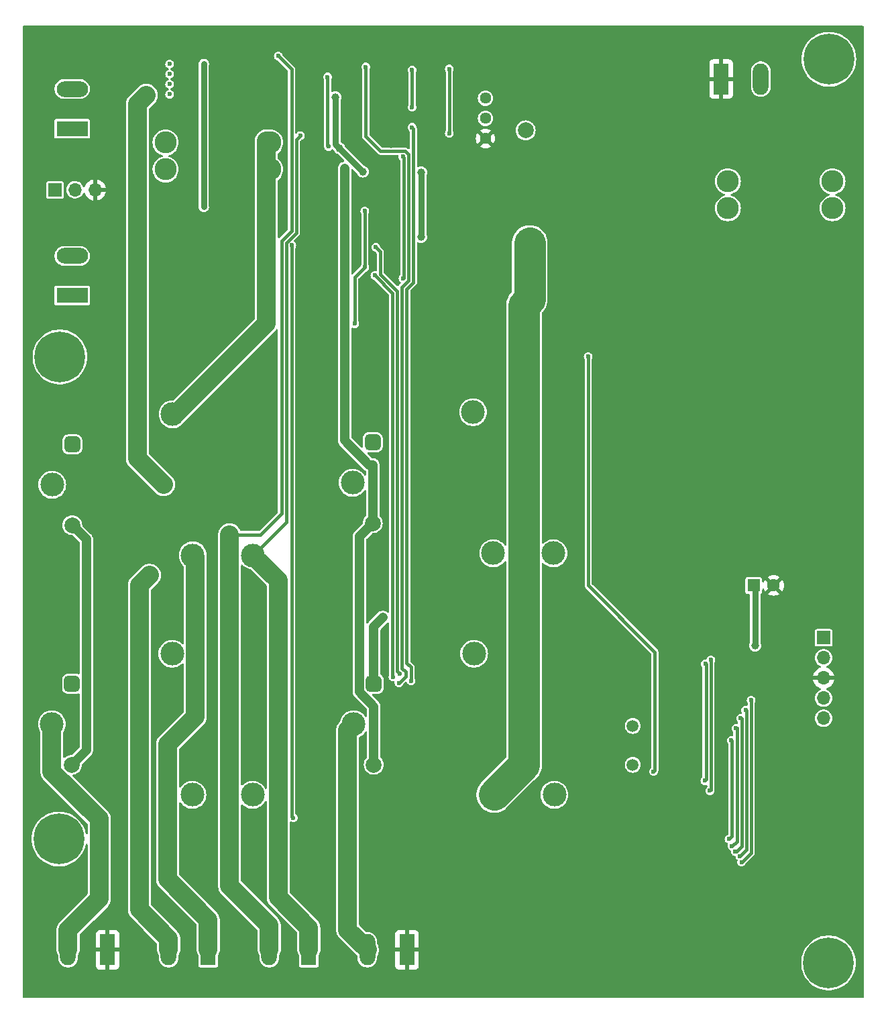
<source format=gbl>
G04 #@! TF.GenerationSoftware,KiCad,Pcbnew,8.0.5*
G04 #@! TF.CreationDate,2024-12-11T17:18:15+01:00*
G04 #@! TF.ProjectId,12VSupport,31325653-7570-4706-9f72-742e6b696361,1.0*
G04 #@! TF.SameCoordinates,Original*
G04 #@! TF.FileFunction,Copper,L2,Bot*
G04 #@! TF.FilePolarity,Positive*
%FSLAX46Y46*%
G04 Gerber Fmt 4.6, Leading zero omitted, Abs format (unit mm)*
G04 Created by KiCad (PCBNEW 8.0.5) date 2024-12-11 17:18:15*
%MOMM*%
%LPD*%
G01*
G04 APERTURE LIST*
G04 Aperture macros list*
%AMRoundRect*
0 Rectangle with rounded corners*
0 $1 Rounding radius*
0 $2 $3 $4 $5 $6 $7 $8 $9 X,Y pos of 4 corners*
0 Add a 4 corners polygon primitive as box body*
4,1,4,$2,$3,$4,$5,$6,$7,$8,$9,$2,$3,0*
0 Add four circle primitives for the rounded corners*
1,1,$1+$1,$2,$3*
1,1,$1+$1,$4,$5*
1,1,$1+$1,$6,$7*
1,1,$1+$1,$8,$9*
0 Add four rect primitives between the rounded corners*
20,1,$1+$1,$2,$3,$4,$5,0*
20,1,$1+$1,$4,$5,$6,$7,0*
20,1,$1+$1,$6,$7,$8,$9,0*
20,1,$1+$1,$8,$9,$2,$3,0*%
G04 Aperture macros list end*
G04 #@! TA.AperFunction,ComponentPad*
%ADD10C,0.800000*%
G04 #@! TD*
G04 #@! TA.AperFunction,ComponentPad*
%ADD11C,6.400000*%
G04 #@! TD*
G04 #@! TA.AperFunction,ComponentPad*
%ADD12R,1.980000X3.960000*%
G04 #@! TD*
G04 #@! TA.AperFunction,ComponentPad*
%ADD13O,1.980000X3.960000*%
G04 #@! TD*
G04 #@! TA.AperFunction,ComponentPad*
%ADD14C,3.000000*%
G04 #@! TD*
G04 #@! TA.AperFunction,ComponentPad*
%ADD15RoundRect,0.500000X0.500000X0.500000X-0.500000X0.500000X-0.500000X-0.500000X0.500000X-0.500000X0*%
G04 #@! TD*
G04 #@! TA.AperFunction,ComponentPad*
%ADD16C,2.000000*%
G04 #@! TD*
G04 #@! TA.AperFunction,ComponentPad*
%ADD17C,2.780000*%
G04 #@! TD*
G04 #@! TA.AperFunction,ComponentPad*
%ADD18R,1.700000X1.700000*%
G04 #@! TD*
G04 #@! TA.AperFunction,ComponentPad*
%ADD19O,1.700000X1.700000*%
G04 #@! TD*
G04 #@! TA.AperFunction,ComponentPad*
%ADD20R,3.960000X1.980000*%
G04 #@! TD*
G04 #@! TA.AperFunction,ComponentPad*
%ADD21O,3.960000X1.980000*%
G04 #@! TD*
G04 #@! TA.AperFunction,ComponentPad*
%ADD22C,1.500000*%
G04 #@! TD*
G04 #@! TA.AperFunction,ComponentPad*
%ADD23C,1.440000*%
G04 #@! TD*
G04 #@! TA.AperFunction,ComponentPad*
%ADD24R,1.600000X1.600000*%
G04 #@! TD*
G04 #@! TA.AperFunction,ComponentPad*
%ADD25C,1.600000*%
G04 #@! TD*
G04 #@! TA.AperFunction,ViaPad*
%ADD26C,1.000000*%
G04 #@! TD*
G04 #@! TA.AperFunction,ViaPad*
%ADD27C,0.600000*%
G04 #@! TD*
G04 #@! TA.AperFunction,ViaPad*
%ADD28C,1.200000*%
G04 #@! TD*
G04 #@! TA.AperFunction,Conductor*
%ADD29C,2.400000*%
G04 #@! TD*
G04 #@! TA.AperFunction,Conductor*
%ADD30C,0.800000*%
G04 #@! TD*
G04 #@! TA.AperFunction,Conductor*
%ADD31C,1.200000*%
G04 #@! TD*
G04 #@! TA.AperFunction,Conductor*
%ADD32C,4.000000*%
G04 #@! TD*
G04 #@! TA.AperFunction,Conductor*
%ADD33C,0.400000*%
G04 #@! TD*
G04 APERTURE END LIST*
D10*
X44336000Y-144780000D03*
X45038944Y-143082944D03*
X45038944Y-146477056D03*
X46736000Y-142380000D03*
D11*
X46736000Y-144780000D03*
D10*
X46736000Y-147180000D03*
X48433056Y-143082944D03*
X48433056Y-146477056D03*
X49136000Y-144780000D03*
D12*
X78283000Y-158750000D03*
D13*
X73283000Y-158750000D03*
D12*
X130331000Y-48895000D03*
D13*
X135331000Y-48895000D03*
D14*
X83945000Y-130310000D03*
X99145000Y-121410000D03*
X109285000Y-139210000D03*
X101685000Y-139210000D03*
D15*
X86485000Y-125210000D03*
D16*
X86485000Y-135410000D03*
D17*
X131185000Y-61793000D03*
X131185000Y-65193000D03*
X144393000Y-61793000D03*
X144393000Y-65193000D03*
D10*
X141537056Y-46401056D03*
X142240000Y-44704000D03*
X142240000Y-48098112D03*
X143937056Y-44001056D03*
D11*
X143937056Y-46401056D03*
D10*
X143937056Y-48801056D03*
X145634112Y-44704000D03*
X145634112Y-48098112D03*
X146337056Y-46401056D03*
D18*
X143256000Y-119385000D03*
D19*
X143256000Y-121925000D03*
X143256000Y-124465000D03*
X143256000Y-127005000D03*
X143256000Y-129545000D03*
D14*
X45845000Y-130310000D03*
X61045000Y-121410000D03*
X71185000Y-139210000D03*
X63585000Y-139210000D03*
D15*
X48385000Y-125210000D03*
D16*
X48385000Y-135410000D03*
D12*
X90678000Y-158750000D03*
D13*
X85678000Y-158750000D03*
D20*
X48410500Y-55165000D03*
D21*
X48410500Y-50165000D03*
D12*
X65583000Y-158750000D03*
D13*
X60583000Y-158750000D03*
D22*
X119175000Y-130519000D03*
X119175000Y-135419000D03*
D10*
X44463000Y-83947000D03*
X45165944Y-82249944D03*
X45165944Y-85644056D03*
X46863000Y-81547000D03*
D11*
X46863000Y-83947000D03*
D10*
X46863000Y-86347000D03*
X48560056Y-82249944D03*
X48560056Y-85644056D03*
X49263000Y-83947000D03*
D23*
X100584000Y-51308000D03*
X100584000Y-53848000D03*
X100584000Y-56388000D03*
D16*
X105664000Y-55372000D03*
D14*
X83818000Y-99830000D03*
X99018000Y-90930000D03*
X109158000Y-108730000D03*
X101558000Y-108730000D03*
D15*
X86358000Y-94730000D03*
D16*
X86358000Y-104930000D03*
D24*
X134453621Y-112776000D03*
D25*
X136953621Y-112776000D03*
D12*
X52883000Y-158750000D03*
D13*
X47883000Y-158750000D03*
D14*
X45887000Y-100086000D03*
X61087000Y-91186000D03*
X71227000Y-108986000D03*
X63627000Y-108986000D03*
D15*
X48427000Y-94986000D03*
D16*
X48427000Y-105186000D03*
D17*
X60198000Y-56896000D03*
X60198000Y-60296000D03*
X73406000Y-56896000D03*
X73406000Y-60296000D03*
D20*
X48410500Y-76200000D03*
D21*
X48410500Y-71200000D03*
D18*
X46228000Y-62865000D03*
D19*
X48768000Y-62865000D03*
X51308000Y-62865000D03*
D10*
X141491000Y-160401000D03*
X142193944Y-158703944D03*
X142193944Y-162098056D03*
X143891000Y-158001000D03*
D11*
X143891000Y-160401000D03*
D10*
X143891000Y-162801000D03*
X145588056Y-158703944D03*
X145588056Y-162098056D03*
X146291000Y-160401000D03*
D26*
X134620000Y-120396000D03*
X110744000Y-75741000D03*
X134112000Y-57912000D03*
X115316000Y-47100000D03*
X147066000Y-95504000D03*
X143510000Y-91440000D03*
X139446000Y-84074000D03*
X127000000Y-75819000D03*
X127762000Y-104775000D03*
X145050000Y-79248000D03*
X71120000Y-114632500D03*
X127762000Y-162930000D03*
X99822000Y-43911000D03*
X130331000Y-53340000D03*
X129286000Y-104775000D03*
X65913000Y-74295000D03*
X117825000Y-132842000D03*
X124460000Y-132334000D03*
X47498000Y-112268000D03*
X138946000Y-70731000D03*
X82550000Y-114632500D03*
X139700000Y-87122000D03*
X138085000Y-62992000D03*
X106680000Y-43911000D03*
X145050000Y-82042000D03*
X146558000Y-115316000D03*
X135878000Y-99302000D03*
X54532000Y-162892000D03*
X139700000Y-95504000D03*
X138176000Y-134874000D03*
X86868000Y-43911000D03*
X108458000Y-162930000D03*
X147066000Y-91440000D03*
X146515000Y-132207000D03*
X71120000Y-162930000D03*
X143327500Y-75112500D03*
X146515000Y-104648000D03*
X78740000Y-75741000D03*
X85471000Y-75741000D03*
X69977000Y-74295000D03*
X119634000Y-75741000D03*
X139700000Y-91440000D03*
X74168000Y-43911000D03*
X92456000Y-162930000D03*
X140589000Y-155067000D03*
X69977000Y-70993000D03*
X88646000Y-57091975D03*
X65913000Y-70993000D03*
X97790000Y-75741000D03*
X134366000Y-84074000D03*
X146515000Y-145034000D03*
X143510000Y-87122000D03*
X125476000Y-48895000D03*
X147066000Y-87122000D03*
X143510000Y-95504000D03*
X86995000Y-50504999D03*
D27*
X65024000Y-46990000D03*
X65024000Y-65024000D03*
X86358000Y-97575748D03*
D26*
X82804000Y-60198000D03*
X106172000Y-72136000D03*
X106172000Y-69596000D03*
X106172000Y-70866000D03*
D27*
X84074000Y-79756000D03*
X85344000Y-65532000D03*
X85344000Y-72644000D03*
X90170000Y-74041000D03*
X90152025Y-58691975D03*
D26*
X85090000Y-60579000D03*
X82105500Y-57594500D03*
X92456000Y-60665000D03*
X92456000Y-68834000D03*
X81661000Y-51181000D03*
D27*
X87630000Y-116840000D03*
X60706000Y-48260000D03*
X60706000Y-46990000D03*
X77216000Y-56030500D03*
D28*
X58166000Y-111506000D03*
X59944000Y-100076000D03*
X57785000Y-50927000D03*
D27*
X60706000Y-49530000D03*
X60706000Y-50800000D03*
X129032000Y-122174000D03*
X128905000Y-138684000D03*
X128332000Y-122682000D03*
X128270000Y-137414000D03*
X113538000Y-83898500D03*
X121793000Y-136271000D03*
X76138000Y-69850000D03*
X76327000Y-142113000D03*
X89789000Y-123952000D03*
X86741000Y-70104000D03*
X131318000Y-144780000D03*
X131612000Y-132334000D03*
X131699000Y-145669000D03*
X132212000Y-130810000D03*
X132812000Y-129540000D03*
X132110598Y-146354997D03*
X133412000Y-128524000D03*
X132696831Y-146919574D03*
X132909129Y-147690893D03*
X134112000Y-127254000D03*
X88900000Y-124333000D03*
X86614000Y-73660000D03*
X85471000Y-47371000D03*
X89662000Y-125095000D03*
X91186000Y-124841000D03*
X91313000Y-54991000D03*
X96012000Y-47625000D03*
X96012000Y-55753000D03*
D28*
X68285000Y-106385000D03*
D27*
X74422000Y-45974000D03*
X80772000Y-57404000D03*
X80645000Y-48641000D03*
X91313000Y-52451000D03*
X91313000Y-47752000D03*
D29*
X56642000Y-52070000D02*
X57785000Y-50927000D01*
X56642000Y-96774000D02*
X56642000Y-52070000D01*
X59944000Y-100076000D02*
X56642000Y-96774000D01*
D30*
X134620000Y-120396000D02*
X134620000Y-112942379D01*
X134620000Y-112942379D02*
X134453621Y-112776000D01*
D31*
X86485000Y-128055748D02*
X84685000Y-126255748D01*
X84685000Y-106603000D02*
X86358000Y-104930000D01*
D30*
X65024000Y-46990000D02*
X64998500Y-47015500D01*
D31*
X84685000Y-126255748D02*
X84685000Y-106603000D01*
X48427000Y-105186000D02*
X50185000Y-106944000D01*
X50185000Y-133610000D02*
X48385000Y-135410000D01*
D30*
X64998500Y-64998500D02*
X65024000Y-65024000D01*
D31*
X82804000Y-94488000D02*
X85891748Y-97575748D01*
X86485000Y-135410000D02*
X86485000Y-128055748D01*
X50185000Y-106944000D02*
X50185000Y-133610000D01*
X85891748Y-97575748D02*
X86358000Y-97575748D01*
X82804000Y-60198000D02*
X82804000Y-94488000D01*
D30*
X64998500Y-47015500D02*
X64998500Y-64998500D01*
D31*
X86358000Y-97575748D02*
X86358000Y-104930000D01*
D32*
X105458000Y-77422000D02*
X106172000Y-76708000D01*
X106172000Y-76708000D02*
X106172000Y-69596000D01*
X105458000Y-135437000D02*
X105458000Y-77422000D01*
X101685000Y-139210000D02*
X105458000Y-135437000D01*
D33*
X84074000Y-79756000D02*
X84074000Y-73914000D01*
X84074000Y-73914000D02*
X85344000Y-72644000D01*
X85344000Y-72644000D02*
X85344000Y-65532000D01*
X90152025Y-58691975D02*
X90270000Y-58809950D01*
X90270000Y-73941000D02*
X90170000Y-74041000D01*
X90270000Y-58809950D02*
X90270000Y-73941000D01*
D30*
X82105500Y-57594500D02*
X85090000Y-60579000D01*
X92456000Y-68834000D02*
X92456000Y-60665000D01*
X81661000Y-51181000D02*
X81661000Y-57150000D01*
X81661000Y-57150000D02*
X82105500Y-57594500D01*
D31*
X87630000Y-116840000D02*
X86485000Y-117985000D01*
X86485000Y-117985000D02*
X86485000Y-125210000D01*
D29*
X72928500Y-60120000D02*
X72928500Y-79725500D01*
X72928500Y-56720000D02*
X72928500Y-60120000D01*
X72928500Y-79725500D02*
X61468000Y-91186000D01*
X61468000Y-91186000D02*
X61087000Y-91186000D01*
D33*
X75438000Y-69560050D02*
X75438000Y-104775000D01*
D29*
X71227000Y-108986000D02*
X74422000Y-112181000D01*
D33*
X76708000Y-56538500D02*
X76708000Y-68290050D01*
X76708000Y-68290050D02*
X75438000Y-69560050D01*
D29*
X74422000Y-152146000D02*
X78283000Y-156007000D01*
X74422000Y-112181000D02*
X74422000Y-152146000D01*
D33*
X75438000Y-104775000D02*
X71227000Y-108986000D01*
X77216000Y-56030500D02*
X76708000Y-56538500D01*
D29*
X78283000Y-156007000D02*
X78283000Y-158750000D01*
X83185000Y-131070000D02*
X83185000Y-156257000D01*
X83185000Y-156257000D02*
X85678000Y-158750000D01*
X83185000Y-131070000D02*
X83945000Y-130310000D01*
X51816000Y-152324000D02*
X47883000Y-156257000D01*
X47883000Y-156257000D02*
X47883000Y-158750000D01*
X51816000Y-152324000D02*
X51816000Y-142235113D01*
X45845000Y-136264113D02*
X45845000Y-130310000D01*
X51816000Y-142235113D02*
X45845000Y-136264113D01*
X63945000Y-129349000D02*
X60452000Y-132842000D01*
X60452000Y-149860000D02*
X65583000Y-154991000D01*
X63945000Y-109304000D02*
X63945000Y-129349000D01*
X63627000Y-108986000D02*
X63945000Y-109304000D01*
X60452000Y-132842000D02*
X60452000Y-149860000D01*
X65583000Y-154991000D02*
X65583000Y-158750000D01*
X58166000Y-111506000D02*
X56896000Y-112776000D01*
X56896000Y-153670000D02*
X60583000Y-157357000D01*
X56896000Y-112776000D02*
X56896000Y-153670000D01*
X60583000Y-157357000D02*
X60583000Y-158750000D01*
D33*
X129032000Y-122174000D02*
X129032000Y-138557000D01*
X129032000Y-138557000D02*
X128905000Y-138684000D01*
X128432000Y-122782000D02*
X128432000Y-137252000D01*
X128332000Y-122682000D02*
X128432000Y-122782000D01*
X128432000Y-137252000D02*
X128270000Y-137414000D01*
X121958000Y-136106000D02*
X121793000Y-136271000D01*
X113538000Y-83898500D02*
X113538000Y-112776000D01*
X113538000Y-112776000D02*
X121958000Y-121196000D01*
X121958000Y-121196000D02*
X121958000Y-136106000D01*
X76138000Y-141924000D02*
X76327000Y-142113000D01*
X76138000Y-69850000D02*
X76138000Y-141924000D01*
X87314000Y-70677000D02*
X86741000Y-70104000D01*
X87314000Y-73511472D02*
X87314000Y-70677000D01*
X89789000Y-123952000D02*
X89443000Y-123606000D01*
X89443000Y-75640472D02*
X87314000Y-73511472D01*
X89443000Y-123606000D02*
X89443000Y-75640472D01*
X131712000Y-132434000D02*
X131612000Y-132334000D01*
X131712000Y-144386000D02*
X131712000Y-132434000D01*
X131318000Y-144780000D02*
X131712000Y-144386000D01*
X132312000Y-145056000D02*
X132312000Y-130810000D01*
X132312000Y-130810000D02*
X132212000Y-130810000D01*
X131699000Y-145669000D02*
X132312000Y-145056000D01*
X132912000Y-145726000D02*
X132912000Y-129640000D01*
X132110598Y-146354997D02*
X132283003Y-146354997D01*
X132283003Y-146354997D02*
X132912000Y-145726000D01*
X132912000Y-129640000D02*
X132812000Y-129540000D01*
X133512000Y-146104405D02*
X133512000Y-128624000D01*
X132696831Y-146919574D02*
X133512000Y-146104405D01*
X133512000Y-128624000D02*
X133412000Y-128524000D01*
X132980448Y-147619574D02*
X132986781Y-147619574D01*
X132986781Y-147619574D02*
X134112000Y-146494355D01*
X134112000Y-146494355D02*
X134112000Y-127254000D01*
X132909129Y-147690893D02*
X132980448Y-147619574D01*
X88843000Y-124276000D02*
X88843000Y-75889000D01*
X88843000Y-75889000D02*
X86614000Y-73660000D01*
X88900000Y-124333000D02*
X88843000Y-124276000D01*
X90489000Y-124268000D02*
X90489000Y-123662050D01*
X87328975Y-57991975D02*
X85471000Y-56134000D01*
X89662000Y-125095000D02*
X90489000Y-124268000D01*
X90489000Y-123662050D02*
X90043000Y-123216050D01*
X90441975Y-57991975D02*
X87328975Y-57991975D01*
X85471000Y-56134000D02*
X85471000Y-47371000D01*
X90870000Y-74330950D02*
X90870000Y-58420000D01*
X90043000Y-75157950D02*
X90870000Y-74330950D01*
X90043000Y-123216050D02*
X90043000Y-75157950D01*
X90870000Y-58420000D02*
X90441975Y-57991975D01*
X90643000Y-75406478D02*
X91470000Y-74579478D01*
X91186000Y-123098000D02*
X90643000Y-122555000D01*
X91470000Y-55148000D02*
X91313000Y-54991000D01*
X90643000Y-122555000D02*
X90643000Y-75406478D01*
X91186000Y-124841000D02*
X91186000Y-123098000D01*
X91470000Y-57912000D02*
X91470000Y-55148000D01*
X91470000Y-74579478D02*
X91470000Y-57912000D01*
X96012000Y-55753000D02*
X96012000Y-47625000D01*
X74422000Y-45974000D02*
X76108000Y-47660000D01*
X72177000Y-106385000D02*
X68285000Y-106385000D01*
D29*
X68285000Y-106385000D02*
X68285000Y-150708000D01*
D33*
X74838000Y-103724000D02*
X72177000Y-106385000D01*
X76108000Y-47660000D02*
X76108000Y-68041522D01*
X74838000Y-69311522D02*
X74838000Y-103724000D01*
D29*
X68285000Y-150708000D02*
X73283000Y-155706000D01*
X73283000Y-155706000D02*
X73283000Y-158750000D01*
D33*
X76108000Y-68041522D02*
X74838000Y-69311522D01*
X80772000Y-57404000D02*
X80645000Y-57277000D01*
X80645000Y-57277000D02*
X80645000Y-48641000D01*
X91313000Y-52451000D02*
X91313000Y-47752000D01*
G04 #@! TA.AperFunction,Conductor*
G36*
X69940703Y-110180550D02*
G01*
X69943841Y-110183364D01*
X70132521Y-110358433D01*
X70349296Y-110506228D01*
X70349301Y-110506230D01*
X70349302Y-110506231D01*
X70349303Y-110506232D01*
X70463156Y-110561060D01*
X70585673Y-110620061D01*
X70585674Y-110620061D01*
X70585677Y-110620063D01*
X70836385Y-110697396D01*
X70855729Y-110700311D01*
X70919085Y-110729767D01*
X70924928Y-110735245D01*
X72935181Y-112745497D01*
X72968666Y-112806820D01*
X72971500Y-112833178D01*
X72971500Y-138340535D01*
X72951815Y-138407574D01*
X72899011Y-138453329D01*
X72829853Y-138463273D01*
X72766297Y-138434248D01*
X72740113Y-138402535D01*
X72704317Y-138340535D01*
X72635386Y-138221143D01*
X72471805Y-138016019D01*
X72471804Y-138016018D01*
X72471801Y-138016014D01*
X72279479Y-137837567D01*
X72062704Y-137689772D01*
X72062700Y-137689770D01*
X72062697Y-137689768D01*
X72062696Y-137689767D01*
X71826325Y-137575938D01*
X71826327Y-137575938D01*
X71575623Y-137498606D01*
X71575619Y-137498605D01*
X71575615Y-137498604D01*
X71450823Y-137479794D01*
X71316187Y-137459500D01*
X71316182Y-137459500D01*
X71053818Y-137459500D01*
X71053812Y-137459500D01*
X70892247Y-137483853D01*
X70794385Y-137498604D01*
X70794382Y-137498605D01*
X70794376Y-137498606D01*
X70543673Y-137575938D01*
X70307303Y-137689767D01*
X70307302Y-137689768D01*
X70090520Y-137837567D01*
X69943841Y-137973666D01*
X69881309Y-138004834D01*
X69811852Y-137997247D01*
X69757524Y-137953313D01*
X69735572Y-137886982D01*
X69735500Y-137882767D01*
X69735500Y-110274263D01*
X69755185Y-110207224D01*
X69807989Y-110161469D01*
X69877147Y-110151525D01*
X69940703Y-110180550D01*
G37*
G04 #@! TD.AperFunction*
G04 #@! TA.AperFunction,Conductor*
G36*
X148279039Y-42183685D02*
G01*
X148324794Y-42236489D01*
X148336000Y-42288000D01*
X148336000Y-164722000D01*
X148316315Y-164789039D01*
X148263511Y-164834794D01*
X148212000Y-164846000D01*
X42288000Y-164846000D01*
X42220961Y-164826315D01*
X42175206Y-164773511D01*
X42164000Y-164722000D01*
X42164000Y-144779997D01*
X43280432Y-144779997D01*
X43280432Y-144780002D01*
X43300688Y-145153610D01*
X43327365Y-145316330D01*
X43352866Y-145471884D01*
X43361222Y-145522850D01*
X43361223Y-145522853D01*
X43461317Y-145883362D01*
X43461318Y-145883364D01*
X43599806Y-146230945D01*
X43599815Y-146230963D01*
X43775073Y-146561534D01*
X43847423Y-146668242D01*
X43961069Y-146835858D01*
X43985045Y-146871219D01*
X43985052Y-146871229D01*
X44148185Y-147063283D01*
X44227273Y-147156392D01*
X44498913Y-147413703D01*
X44796780Y-147640136D01*
X44796785Y-147640139D01*
X44796789Y-147640142D01*
X44796794Y-147640146D01*
X45106937Y-147826751D01*
X45117383Y-147833036D01*
X45117387Y-147833037D01*
X45117391Y-147833040D01*
X45120772Y-147834604D01*
X45456962Y-147990142D01*
X45811538Y-148109613D01*
X46176951Y-148190046D01*
X46548919Y-148230500D01*
X46548925Y-148230500D01*
X46923075Y-148230500D01*
X46923081Y-148230500D01*
X47295049Y-148190046D01*
X47660462Y-148109613D01*
X48015038Y-147990142D01*
X48354617Y-147833036D01*
X48475912Y-147760055D01*
X48675205Y-147640146D01*
X48675210Y-147640142D01*
X48675209Y-147640142D01*
X48675220Y-147640136D01*
X48973087Y-147413703D01*
X49244727Y-147156392D01*
X49486954Y-146871221D01*
X49696928Y-146561531D01*
X49872189Y-146230955D01*
X50010680Y-145883368D01*
X50030299Y-145812709D01*
X50070199Y-145668999D01*
X50110779Y-145522845D01*
X50119133Y-145471882D01*
X50149404Y-145408912D01*
X50208915Y-145372303D01*
X50278771Y-145373679D01*
X50336794Y-145412604D01*
X50364562Y-145476719D01*
X50365500Y-145491945D01*
X50365500Y-151671820D01*
X50345815Y-151738859D01*
X50329181Y-151759501D01*
X46776619Y-155312063D01*
X46763109Y-155330659D01*
X46763109Y-155330660D01*
X46642421Y-155496771D01*
X46538770Y-155700196D01*
X46468215Y-155917339D01*
X46432500Y-156142837D01*
X46432500Y-158864162D01*
X46468215Y-159089660D01*
X46538770Y-159306803D01*
X46628985Y-159483858D01*
X46642500Y-159540153D01*
X46642500Y-159837634D01*
X46673045Y-160030485D01*
X46733381Y-160216184D01*
X46733382Y-160216187D01*
X46822031Y-160390167D01*
X46936793Y-160548125D01*
X46936797Y-160548130D01*
X47074869Y-160686202D01*
X47074874Y-160686206D01*
X47169113Y-160754674D01*
X47232836Y-160800971D01*
X47346565Y-160858919D01*
X47406812Y-160889617D01*
X47406815Y-160889618D01*
X47499664Y-160919786D01*
X47592516Y-160949955D01*
X47681835Y-160964101D01*
X47785366Y-160980500D01*
X47785371Y-160980500D01*
X47980634Y-160980500D01*
X48074125Y-160965691D01*
X48173484Y-160949955D01*
X48359187Y-160889617D01*
X48533164Y-160800971D01*
X48691132Y-160686201D01*
X48829201Y-160548132D01*
X48943971Y-160390164D01*
X49032617Y-160216187D01*
X49092955Y-160030484D01*
X49108691Y-159931125D01*
X49123500Y-159837634D01*
X49123500Y-159540153D01*
X49137015Y-159483858D01*
X49227229Y-159306803D01*
X49227229Y-159306802D01*
X49227231Y-159306799D01*
X49297784Y-159089660D01*
X49311985Y-159000000D01*
X49333500Y-158864162D01*
X49333500Y-156909179D01*
X49353185Y-156842140D01*
X49369819Y-156821498D01*
X49469162Y-156722155D01*
X51393000Y-156722155D01*
X51393000Y-158500000D01*
X52272175Y-158500000D01*
X52248364Y-158557485D01*
X52223000Y-158684996D01*
X52223000Y-158815004D01*
X52248364Y-158942515D01*
X52272175Y-159000000D01*
X51393000Y-159000000D01*
X51393000Y-160777844D01*
X51399401Y-160837372D01*
X51399403Y-160837379D01*
X51449645Y-160972086D01*
X51449649Y-160972093D01*
X51535809Y-161087187D01*
X51535812Y-161087190D01*
X51650906Y-161173350D01*
X51650913Y-161173354D01*
X51785620Y-161223596D01*
X51785627Y-161223598D01*
X51845155Y-161229999D01*
X51845172Y-161230000D01*
X52633000Y-161230000D01*
X52633000Y-159360824D01*
X52690485Y-159384636D01*
X52817996Y-159410000D01*
X52948004Y-159410000D01*
X53075515Y-159384636D01*
X53133000Y-159360824D01*
X53133000Y-161230000D01*
X53920828Y-161230000D01*
X53920844Y-161229999D01*
X53980372Y-161223598D01*
X53980379Y-161223596D01*
X54115086Y-161173354D01*
X54115093Y-161173350D01*
X54230187Y-161087190D01*
X54230190Y-161087187D01*
X54316350Y-160972093D01*
X54316354Y-160972086D01*
X54366596Y-160837379D01*
X54366598Y-160837372D01*
X54372999Y-160777844D01*
X54373000Y-160777827D01*
X54373000Y-159000000D01*
X53493825Y-159000000D01*
X53517636Y-158942515D01*
X53543000Y-158815004D01*
X53543000Y-158684996D01*
X53517636Y-158557485D01*
X53493825Y-158500000D01*
X54373000Y-158500000D01*
X54373000Y-156722172D01*
X54372999Y-156722155D01*
X54366598Y-156662627D01*
X54366596Y-156662620D01*
X54316354Y-156527913D01*
X54316350Y-156527906D01*
X54230190Y-156412812D01*
X54230187Y-156412809D01*
X54115093Y-156326649D01*
X54115086Y-156326645D01*
X53980379Y-156276403D01*
X53980372Y-156276401D01*
X53920844Y-156270000D01*
X53133000Y-156270000D01*
X53133000Y-158139175D01*
X53075515Y-158115364D01*
X52948004Y-158090000D01*
X52817996Y-158090000D01*
X52690485Y-158115364D01*
X52633000Y-158139175D01*
X52633000Y-156270000D01*
X51845155Y-156270000D01*
X51785627Y-156276401D01*
X51785620Y-156276403D01*
X51650913Y-156326645D01*
X51650906Y-156326649D01*
X51535812Y-156412809D01*
X51535809Y-156412812D01*
X51449649Y-156527906D01*
X51449645Y-156527913D01*
X51399403Y-156662620D01*
X51399401Y-156662627D01*
X51393000Y-156722155D01*
X49469162Y-156722155D01*
X51129257Y-155062060D01*
X52922380Y-153268937D01*
X53000106Y-153161954D01*
X53056579Y-153084228D01*
X53160231Y-152880799D01*
X53230784Y-152663660D01*
X53266500Y-152438162D01*
X53266500Y-142120950D01*
X53230784Y-141895452D01*
X53160229Y-141678309D01*
X53056578Y-141474884D01*
X52922379Y-141290176D01*
X52760937Y-141128734D01*
X48492553Y-136860350D01*
X48459068Y-136799027D01*
X48464052Y-136729335D01*
X48505924Y-136673402D01*
X48569426Y-136649142D01*
X48602977Y-136646207D01*
X48814330Y-136589575D01*
X49012639Y-136497102D01*
X49191877Y-136371598D01*
X49346598Y-136216877D01*
X49472102Y-136037639D01*
X49564575Y-135839330D01*
X49621207Y-135627977D01*
X49640277Y-135410000D01*
X49640277Y-135409997D01*
X49640277Y-135408873D01*
X49640417Y-135408393D01*
X49640749Y-135404607D01*
X49641510Y-135404673D01*
X49659962Y-135341834D01*
X49676596Y-135321192D01*
X50845626Y-134152162D01*
X50868182Y-134118404D01*
X50938703Y-134012863D01*
X50965413Y-133948380D01*
X51002816Y-133858082D01*
X51035500Y-133693767D01*
X51035500Y-112661837D01*
X55445500Y-112661837D01*
X55445500Y-153784162D01*
X55481215Y-154009660D01*
X55551770Y-154226803D01*
X55648329Y-154416310D01*
X55655421Y-154430228D01*
X55655425Y-154430233D01*
X55711889Y-154507949D01*
X55711894Y-154507955D01*
X55789616Y-154614933D01*
X55789618Y-154614935D01*
X55789619Y-154614936D01*
X55789620Y-154614937D01*
X57451086Y-156276403D01*
X59096181Y-157921497D01*
X59129666Y-157982820D01*
X59132500Y-158009178D01*
X59132500Y-158864162D01*
X59168215Y-159089660D01*
X59238770Y-159306803D01*
X59328985Y-159483858D01*
X59342500Y-159540153D01*
X59342500Y-159837634D01*
X59373045Y-160030485D01*
X59433381Y-160216184D01*
X59433382Y-160216187D01*
X59522031Y-160390167D01*
X59636793Y-160548125D01*
X59636797Y-160548130D01*
X59774869Y-160686202D01*
X59774874Y-160686206D01*
X59869113Y-160754674D01*
X59932836Y-160800971D01*
X60046565Y-160858919D01*
X60106812Y-160889617D01*
X60106815Y-160889618D01*
X60199664Y-160919786D01*
X60292516Y-160949955D01*
X60381835Y-160964101D01*
X60485366Y-160980500D01*
X60485371Y-160980500D01*
X60680634Y-160980500D01*
X60774125Y-160965691D01*
X60873484Y-160949955D01*
X61059187Y-160889617D01*
X61233164Y-160800971D01*
X61391132Y-160686201D01*
X61529201Y-160548132D01*
X61643971Y-160390164D01*
X61732617Y-160216187D01*
X61792955Y-160030484D01*
X61808691Y-159931125D01*
X61823500Y-159837634D01*
X61823500Y-159540153D01*
X61837015Y-159483858D01*
X61927229Y-159306803D01*
X61927229Y-159306802D01*
X61927231Y-159306799D01*
X61997784Y-159089660D01*
X62011985Y-159000000D01*
X62033500Y-158864162D01*
X62033500Y-157242837D01*
X61997784Y-157017339D01*
X61962640Y-156909179D01*
X61927231Y-156800201D01*
X61927229Y-156800198D01*
X61927229Y-156800196D01*
X61830514Y-156610383D01*
X61823579Y-156596772D01*
X61689379Y-156412063D01*
X61527937Y-156250621D01*
X58382819Y-153105502D01*
X58349334Y-153044179D01*
X58346500Y-153017821D01*
X58346500Y-132727837D01*
X59001500Y-132727837D01*
X59001500Y-149974162D01*
X59037215Y-150199660D01*
X59107770Y-150416803D01*
X59211421Y-150620228D01*
X59266110Y-150695501D01*
X59345617Y-150804933D01*
X59345622Y-150804939D01*
X64096181Y-155555498D01*
X64129666Y-155616821D01*
X64132500Y-155643179D01*
X64132500Y-158864162D01*
X64168215Y-159089660D01*
X64238770Y-159306803D01*
X64328985Y-159483858D01*
X64342500Y-159540153D01*
X64342500Y-160754678D01*
X64357032Y-160827735D01*
X64357033Y-160827739D01*
X64357034Y-160827740D01*
X64412399Y-160910601D01*
X64495260Y-160965966D01*
X64495264Y-160965967D01*
X64568321Y-160980499D01*
X64568324Y-160980500D01*
X64568326Y-160980500D01*
X66597676Y-160980500D01*
X66597677Y-160980499D01*
X66670740Y-160965966D01*
X66753601Y-160910601D01*
X66808966Y-160827740D01*
X66823500Y-160754674D01*
X66823500Y-159540152D01*
X66837015Y-159483858D01*
X66927229Y-159306803D01*
X66927229Y-159306802D01*
X66927231Y-159306799D01*
X66997784Y-159089660D01*
X67011985Y-159000000D01*
X67033500Y-158864162D01*
X67033500Y-154876837D01*
X66997784Y-154651339D01*
X66927229Y-154434196D01*
X66823578Y-154230771D01*
X66767107Y-154153047D01*
X66767105Y-154153043D01*
X66689383Y-154046066D01*
X61938819Y-149295502D01*
X61905334Y-149234179D01*
X61902500Y-149207821D01*
X61902500Y-140259597D01*
X61922185Y-140192558D01*
X61974989Y-140146803D01*
X62044147Y-140136859D01*
X62107703Y-140165884D01*
X62131849Y-140195130D01*
X62132002Y-140195026D01*
X62133134Y-140196687D01*
X62133889Y-140197601D01*
X62134613Y-140198856D01*
X62298198Y-140403985D01*
X62441807Y-140537233D01*
X62490521Y-140582433D01*
X62707296Y-140730228D01*
X62707301Y-140730230D01*
X62707302Y-140730231D01*
X62707303Y-140730232D01*
X62832843Y-140790688D01*
X62943673Y-140844061D01*
X62943674Y-140844061D01*
X62943677Y-140844063D01*
X63194385Y-140921396D01*
X63453818Y-140960500D01*
X63716182Y-140960500D01*
X63975615Y-140921396D01*
X64226323Y-140844063D01*
X64462704Y-140730228D01*
X64679479Y-140582433D01*
X64829192Y-140443520D01*
X64871801Y-140403985D01*
X64871801Y-140403983D01*
X64871805Y-140403981D01*
X65035386Y-140198857D01*
X65166568Y-139971643D01*
X65262420Y-139727416D01*
X65320802Y-139471630D01*
X65320803Y-139471620D01*
X65340408Y-139210004D01*
X65340408Y-139209995D01*
X65320803Y-138948379D01*
X65320802Y-138948374D01*
X65320802Y-138948370D01*
X65262420Y-138692584D01*
X65166568Y-138448357D01*
X65035386Y-138221143D01*
X64871805Y-138016019D01*
X64871804Y-138016018D01*
X64871801Y-138016014D01*
X64679479Y-137837567D01*
X64462704Y-137689772D01*
X64462700Y-137689770D01*
X64462697Y-137689768D01*
X64462696Y-137689767D01*
X64226325Y-137575938D01*
X64226327Y-137575938D01*
X63975623Y-137498606D01*
X63975619Y-137498605D01*
X63975615Y-137498604D01*
X63850823Y-137479794D01*
X63716187Y-137459500D01*
X63716182Y-137459500D01*
X63453818Y-137459500D01*
X63453812Y-137459500D01*
X63292247Y-137483853D01*
X63194385Y-137498604D01*
X63194382Y-137498605D01*
X63194376Y-137498606D01*
X62943673Y-137575938D01*
X62707303Y-137689767D01*
X62707302Y-137689768D01*
X62490520Y-137837567D01*
X62298198Y-138016014D01*
X62134612Y-138221144D01*
X62133884Y-138222407D01*
X62133507Y-138222766D01*
X62132002Y-138224974D01*
X62131529Y-138224651D01*
X62083315Y-138270620D01*
X62014707Y-138283840D01*
X61949844Y-138257869D01*
X61909318Y-138200953D01*
X61902500Y-138160402D01*
X61902500Y-133494179D01*
X61922185Y-133427140D01*
X61938819Y-133406498D01*
X63492180Y-131853137D01*
X65051380Y-130293937D01*
X65129106Y-130186954D01*
X65185579Y-130109228D01*
X65289231Y-129905799D01*
X65359784Y-129688660D01*
X65360667Y-129683086D01*
X65395500Y-129463162D01*
X65395500Y-109189844D01*
X65378502Y-109082525D01*
X65377322Y-109053859D01*
X65382408Y-108986001D01*
X65382408Y-108985996D01*
X65362803Y-108724379D01*
X65362802Y-108724374D01*
X65362802Y-108724370D01*
X65304420Y-108468584D01*
X65208568Y-108224357D01*
X65077386Y-107997143D01*
X64913805Y-107792019D01*
X64913804Y-107792018D01*
X64913801Y-107792014D01*
X64721479Y-107613567D01*
X64607737Y-107536019D01*
X64504704Y-107465772D01*
X64504700Y-107465770D01*
X64504697Y-107465768D01*
X64504696Y-107465767D01*
X64268325Y-107351938D01*
X64268327Y-107351938D01*
X64017623Y-107274606D01*
X64017619Y-107274605D01*
X64017615Y-107274604D01*
X63892823Y-107255794D01*
X63758187Y-107235500D01*
X63758182Y-107235500D01*
X63495818Y-107235500D01*
X63495812Y-107235500D01*
X63334247Y-107259853D01*
X63236385Y-107274604D01*
X63236382Y-107274605D01*
X63236376Y-107274606D01*
X62985673Y-107351938D01*
X62749303Y-107465767D01*
X62749302Y-107465768D01*
X62532520Y-107613567D01*
X62340198Y-107792014D01*
X62176614Y-107997143D01*
X62045432Y-108224356D01*
X61949582Y-108468578D01*
X61949576Y-108468597D01*
X61891197Y-108724374D01*
X61891196Y-108724379D01*
X61871592Y-108985995D01*
X61871592Y-108986004D01*
X61891196Y-109247620D01*
X61891197Y-109247625D01*
X61949576Y-109503402D01*
X61949578Y-109503411D01*
X61949580Y-109503416D01*
X62045432Y-109747643D01*
X62176614Y-109974857D01*
X62340195Y-110179981D01*
X62432278Y-110265421D01*
X62454841Y-110286356D01*
X62490596Y-110346384D01*
X62494500Y-110377255D01*
X62494500Y-120082767D01*
X62474815Y-120149806D01*
X62422011Y-120195561D01*
X62352853Y-120205505D01*
X62289297Y-120176480D01*
X62286159Y-120173666D01*
X62139479Y-120037567D01*
X62062247Y-119984911D01*
X61922704Y-119889772D01*
X61922700Y-119889770D01*
X61922697Y-119889768D01*
X61922696Y-119889767D01*
X61686325Y-119775938D01*
X61686327Y-119775938D01*
X61435623Y-119698606D01*
X61435619Y-119698605D01*
X61435615Y-119698604D01*
X61310823Y-119679794D01*
X61176187Y-119659500D01*
X61176182Y-119659500D01*
X60913818Y-119659500D01*
X60913812Y-119659500D01*
X60752247Y-119683853D01*
X60654385Y-119698604D01*
X60654382Y-119698605D01*
X60654376Y-119698606D01*
X60403673Y-119775938D01*
X60167303Y-119889767D01*
X60167302Y-119889768D01*
X59950520Y-120037567D01*
X59758198Y-120216014D01*
X59594614Y-120421143D01*
X59463432Y-120648356D01*
X59367582Y-120892578D01*
X59367576Y-120892597D01*
X59309197Y-121148374D01*
X59309196Y-121148379D01*
X59289592Y-121409995D01*
X59289592Y-121410004D01*
X59309196Y-121671620D01*
X59309197Y-121671625D01*
X59367576Y-121927402D01*
X59367578Y-121927411D01*
X59367580Y-121927416D01*
X59463432Y-122171643D01*
X59594614Y-122398857D01*
X59701816Y-122533284D01*
X59758198Y-122603985D01*
X59897264Y-122733018D01*
X59950521Y-122782433D01*
X60167296Y-122930228D01*
X60167301Y-122930230D01*
X60167302Y-122930231D01*
X60167303Y-122930232D01*
X60287311Y-122988024D01*
X60403673Y-123044061D01*
X60403674Y-123044061D01*
X60403677Y-123044063D01*
X60654385Y-123121396D01*
X60913818Y-123160500D01*
X61176182Y-123160500D01*
X61435615Y-123121396D01*
X61686323Y-123044063D01*
X61922704Y-122930228D01*
X62139479Y-122782433D01*
X62286159Y-122646333D01*
X62348691Y-122615166D01*
X62418148Y-122622753D01*
X62472476Y-122666687D01*
X62494428Y-122733018D01*
X62494500Y-122737233D01*
X62494500Y-128696821D01*
X62474815Y-128763860D01*
X62458181Y-128784502D01*
X59345621Y-131897061D01*
X59345616Y-131897066D01*
X59313423Y-131941378D01*
X59313423Y-131941379D01*
X59211421Y-132081771D01*
X59107770Y-132285196D01*
X59037215Y-132502339D01*
X59001500Y-132727837D01*
X58346500Y-132727837D01*
X58346500Y-113428178D01*
X58366185Y-113361139D01*
X58382819Y-113340497D01*
X58792922Y-112930394D01*
X59272379Y-112450937D01*
X59406579Y-112266228D01*
X59510231Y-112062799D01*
X59580784Y-111845660D01*
X59612427Y-111645868D01*
X59616499Y-111620161D01*
X59616499Y-111391838D01*
X59599184Y-111282520D01*
X59580784Y-111166341D01*
X59510231Y-110949202D01*
X59510229Y-110949199D01*
X59510229Y-110949197D01*
X59406578Y-110745772D01*
X59394950Y-110729767D01*
X59272379Y-110561063D01*
X59110937Y-110399621D01*
X58926227Y-110265421D01*
X58896409Y-110250228D01*
X58722802Y-110161770D01*
X58505659Y-110091216D01*
X58280161Y-110055501D01*
X58280157Y-110055501D01*
X58051843Y-110055501D01*
X58051839Y-110055501D01*
X57826341Y-110091215D01*
X57826335Y-110091217D01*
X57609196Y-110161770D01*
X57405771Y-110265421D01*
X57221061Y-110399622D01*
X57221060Y-110399623D01*
X55789621Y-111831061D01*
X55789616Y-111831066D01*
X55755330Y-111878259D01*
X55755330Y-111878260D01*
X55655421Y-112015771D01*
X55551770Y-112219196D01*
X55481215Y-112436339D01*
X55445500Y-112661837D01*
X51035500Y-112661837D01*
X51035500Y-106860233D01*
X51002816Y-106695918D01*
X50938703Y-106541137D01*
X50872072Y-106441417D01*
X50845627Y-106401839D01*
X50798705Y-106354917D01*
X50727162Y-106283374D01*
X49718596Y-105274807D01*
X49685111Y-105213484D01*
X49682277Y-105187126D01*
X49682277Y-105185997D01*
X49669571Y-105040769D01*
X49663207Y-104968023D01*
X49606575Y-104756670D01*
X49514102Y-104558362D01*
X49514100Y-104558359D01*
X49514099Y-104558357D01*
X49388599Y-104379124D01*
X49311832Y-104302357D01*
X49233877Y-104224402D01*
X49054639Y-104098898D01*
X49054640Y-104098898D01*
X49054638Y-104098897D01*
X48946223Y-104048343D01*
X48856330Y-104006425D01*
X48856326Y-104006424D01*
X48856322Y-104006422D01*
X48644977Y-103949793D01*
X48427002Y-103930723D01*
X48426998Y-103930723D01*
X48281682Y-103943436D01*
X48209023Y-103949793D01*
X48209020Y-103949793D01*
X47997677Y-104006422D01*
X47997668Y-104006426D01*
X47799361Y-104098898D01*
X47799357Y-104098900D01*
X47620121Y-104224402D01*
X47465402Y-104379121D01*
X47339900Y-104558357D01*
X47339898Y-104558361D01*
X47247426Y-104756668D01*
X47247422Y-104756677D01*
X47190793Y-104968020D01*
X47190793Y-104968024D01*
X47171723Y-105185997D01*
X47171723Y-105186002D01*
X47190793Y-105403975D01*
X47190793Y-105403979D01*
X47247422Y-105615322D01*
X47247424Y-105615326D01*
X47247425Y-105615330D01*
X47251828Y-105624772D01*
X47339897Y-105813638D01*
X47339898Y-105813639D01*
X47465402Y-105992877D01*
X47620123Y-106147598D01*
X47799361Y-106273102D01*
X47997670Y-106365575D01*
X48209023Y-106422207D01*
X48378730Y-106437054D01*
X48426998Y-106441277D01*
X48428126Y-106441277D01*
X48428604Y-106441417D01*
X48432393Y-106441749D01*
X48432326Y-106442510D01*
X48495165Y-106460962D01*
X48515807Y-106477596D01*
X49298181Y-107259969D01*
X49331666Y-107321292D01*
X49334500Y-107347650D01*
X49334500Y-123896598D01*
X49314815Y-123963637D01*
X49262011Y-124009392D01*
X49192853Y-124019336D01*
X49171497Y-124014304D01*
X49037799Y-123970001D01*
X49037795Y-123970000D01*
X48935010Y-123959500D01*
X47834998Y-123959500D01*
X47834980Y-123959501D01*
X47732203Y-123970000D01*
X47732200Y-123970001D01*
X47565668Y-124025185D01*
X47565663Y-124025187D01*
X47416342Y-124117289D01*
X47292289Y-124241342D01*
X47200187Y-124390663D01*
X47200185Y-124390668D01*
X47145002Y-124557200D01*
X47145000Y-124557204D01*
X47134500Y-124659983D01*
X47134500Y-125760001D01*
X47134501Y-125760019D01*
X47145000Y-125862796D01*
X47145001Y-125862799D01*
X47171157Y-125941730D01*
X47200186Y-126029334D01*
X47292288Y-126178656D01*
X47416344Y-126302712D01*
X47565666Y-126394814D01*
X47732203Y-126449999D01*
X47834991Y-126460500D01*
X48935008Y-126460499D01*
X48935016Y-126460498D01*
X48935019Y-126460498D01*
X48991302Y-126454748D01*
X49037797Y-126449999D01*
X49171497Y-126405694D01*
X49241324Y-126403293D01*
X49301366Y-126439024D01*
X49332559Y-126501545D01*
X49334500Y-126523401D01*
X49334500Y-133206348D01*
X49314815Y-133273387D01*
X49298181Y-133294029D01*
X48473806Y-134118404D01*
X48412483Y-134151889D01*
X48386125Y-134154723D01*
X48384998Y-134154723D01*
X48239682Y-134167436D01*
X48167023Y-134173793D01*
X48167020Y-134173793D01*
X47955677Y-134230422D01*
X47955668Y-134230426D01*
X47757361Y-134322898D01*
X47757357Y-134322900D01*
X47578121Y-134448402D01*
X47507181Y-134519343D01*
X47445858Y-134552828D01*
X47376166Y-134547844D01*
X47320233Y-134505972D01*
X47295816Y-134440508D01*
X47295500Y-134431662D01*
X47295500Y-131331884D01*
X47312113Y-131269884D01*
X47330950Y-131237258D01*
X47426568Y-131071643D01*
X47522420Y-130827416D01*
X47580802Y-130571630D01*
X47591642Y-130426980D01*
X47600408Y-130310004D01*
X47600408Y-130309995D01*
X47580803Y-130048379D01*
X47580802Y-130048374D01*
X47580802Y-130048370D01*
X47522420Y-129792584D01*
X47426568Y-129548357D01*
X47295386Y-129321143D01*
X47131805Y-129116019D01*
X47131804Y-129116018D01*
X47131801Y-129116014D01*
X46939479Y-128937567D01*
X46835878Y-128866933D01*
X46722704Y-128789772D01*
X46722700Y-128789770D01*
X46722697Y-128789768D01*
X46722696Y-128789767D01*
X46486325Y-128675938D01*
X46486327Y-128675938D01*
X46235623Y-128598606D01*
X46235619Y-128598605D01*
X46235615Y-128598604D01*
X46110823Y-128579794D01*
X45976187Y-128559500D01*
X45976182Y-128559500D01*
X45713818Y-128559500D01*
X45713812Y-128559500D01*
X45552247Y-128583853D01*
X45454385Y-128598604D01*
X45454382Y-128598605D01*
X45454376Y-128598606D01*
X45203673Y-128675938D01*
X44967303Y-128789767D01*
X44967302Y-128789768D01*
X44750520Y-128937567D01*
X44558198Y-129116014D01*
X44394614Y-129321143D01*
X44263432Y-129548356D01*
X44167582Y-129792578D01*
X44167576Y-129792597D01*
X44109197Y-130048374D01*
X44109196Y-130048379D01*
X44089592Y-130309995D01*
X44089592Y-130310004D01*
X44109196Y-130571620D01*
X44109197Y-130571625D01*
X44167576Y-130827402D01*
X44167582Y-130827421D01*
X44263432Y-131071643D01*
X44263431Y-131071643D01*
X44377887Y-131269884D01*
X44394500Y-131331884D01*
X44394500Y-136378275D01*
X44430215Y-136603773D01*
X44500770Y-136820916D01*
X44565203Y-136947372D01*
X44604421Y-137024341D01*
X44643489Y-137078113D01*
X44738620Y-137209050D01*
X47547034Y-140017464D01*
X50329181Y-142799610D01*
X50362666Y-142860933D01*
X50365500Y-142887291D01*
X50365500Y-144068054D01*
X50345815Y-144135093D01*
X50293011Y-144180848D01*
X50223853Y-144190792D01*
X50160297Y-144161767D01*
X50122523Y-144102989D01*
X50119134Y-144088115D01*
X50110781Y-144037167D01*
X50110780Y-144037166D01*
X50110779Y-144037155D01*
X50065702Y-143874804D01*
X50010682Y-143676637D01*
X50010681Y-143676635D01*
X49872193Y-143329054D01*
X49872184Y-143329036D01*
X49696926Y-142998465D01*
X49498749Y-142706176D01*
X49486954Y-142688779D01*
X49486950Y-142688774D01*
X49486947Y-142688770D01*
X49244727Y-142403608D01*
X48973087Y-142146297D01*
X48973086Y-142146296D01*
X48888208Y-142081773D01*
X48675220Y-141919864D01*
X48675216Y-141919861D01*
X48675210Y-141919857D01*
X48675205Y-141919853D01*
X48354621Y-141726966D01*
X48354608Y-141726959D01*
X48015048Y-141569862D01*
X48015043Y-141569860D01*
X48015038Y-141569858D01*
X47842203Y-141511623D01*
X47660461Y-141450386D01*
X47295047Y-141369953D01*
X46923082Y-141329500D01*
X46923081Y-141329500D01*
X46548919Y-141329500D01*
X46548917Y-141329500D01*
X46176952Y-141369953D01*
X45811538Y-141450386D01*
X45537440Y-141542741D01*
X45456962Y-141569858D01*
X45456959Y-141569859D01*
X45456951Y-141569862D01*
X45117391Y-141726959D01*
X45117378Y-141726966D01*
X44796794Y-141919853D01*
X44796789Y-141919857D01*
X44498913Y-142146296D01*
X44498912Y-142146297D01*
X44227272Y-142403608D01*
X43985052Y-142688770D01*
X43985045Y-142688780D01*
X43775073Y-142998465D01*
X43599815Y-143329036D01*
X43599806Y-143329054D01*
X43461318Y-143676635D01*
X43461317Y-143676637D01*
X43361223Y-144037146D01*
X43361222Y-144037149D01*
X43300688Y-144406389D01*
X43280432Y-144779997D01*
X42164000Y-144779997D01*
X42164000Y-100085995D01*
X44131592Y-100085995D01*
X44131592Y-100086004D01*
X44151196Y-100347620D01*
X44151197Y-100347625D01*
X44209576Y-100603402D01*
X44209578Y-100603411D01*
X44209580Y-100603416D01*
X44305432Y-100847643D01*
X44436614Y-101074857D01*
X44522360Y-101182379D01*
X44600198Y-101279985D01*
X44751347Y-101420229D01*
X44792521Y-101458433D01*
X45009296Y-101606228D01*
X45009301Y-101606230D01*
X45009302Y-101606231D01*
X45009303Y-101606232D01*
X45134843Y-101666688D01*
X45245673Y-101720061D01*
X45245674Y-101720061D01*
X45245677Y-101720063D01*
X45496385Y-101797396D01*
X45755818Y-101836500D01*
X46018182Y-101836500D01*
X46277615Y-101797396D01*
X46528323Y-101720063D01*
X46764704Y-101606228D01*
X46981479Y-101458433D01*
X47173805Y-101279981D01*
X47337386Y-101074857D01*
X47468568Y-100847643D01*
X47564420Y-100603416D01*
X47622802Y-100347630D01*
X47626784Y-100294490D01*
X47642408Y-100086004D01*
X47642408Y-100085995D01*
X47622803Y-99824379D01*
X47622802Y-99824374D01*
X47622802Y-99824370D01*
X47564420Y-99568584D01*
X47468568Y-99324357D01*
X47337386Y-99097143D01*
X47173805Y-98892019D01*
X47173804Y-98892018D01*
X47173801Y-98892014D01*
X46981479Y-98713567D01*
X46867737Y-98636019D01*
X46764704Y-98565772D01*
X46764700Y-98565770D01*
X46764697Y-98565768D01*
X46764696Y-98565767D01*
X46528325Y-98451938D01*
X46528327Y-98451938D01*
X46277623Y-98374606D01*
X46277619Y-98374605D01*
X46277615Y-98374604D01*
X46152823Y-98355794D01*
X46018187Y-98335500D01*
X46018182Y-98335500D01*
X45755818Y-98335500D01*
X45755812Y-98335500D01*
X45602045Y-98358678D01*
X45496385Y-98374604D01*
X45496382Y-98374605D01*
X45496376Y-98374606D01*
X45245673Y-98451938D01*
X45009303Y-98565767D01*
X45009302Y-98565768D01*
X44792520Y-98713567D01*
X44600198Y-98892014D01*
X44436614Y-99097143D01*
X44305432Y-99324356D01*
X44209582Y-99568578D01*
X44209576Y-99568597D01*
X44151197Y-99824374D01*
X44151196Y-99824379D01*
X44131592Y-100085995D01*
X42164000Y-100085995D01*
X42164000Y-94435983D01*
X47176500Y-94435983D01*
X47176500Y-95536001D01*
X47176501Y-95536019D01*
X47187000Y-95638796D01*
X47187001Y-95638799D01*
X47242185Y-95805331D01*
X47242187Y-95805336D01*
X47252905Y-95822712D01*
X47334288Y-95954656D01*
X47458344Y-96078712D01*
X47607666Y-96170814D01*
X47774203Y-96225999D01*
X47876991Y-96236500D01*
X48977008Y-96236499D01*
X48977016Y-96236498D01*
X48977019Y-96236498D01*
X49033302Y-96230748D01*
X49079797Y-96225999D01*
X49246334Y-96170814D01*
X49395656Y-96078712D01*
X49519712Y-95954656D01*
X49611814Y-95805334D01*
X49666999Y-95638797D01*
X49677500Y-95536009D01*
X49677499Y-94435992D01*
X49666999Y-94333203D01*
X49611814Y-94166666D01*
X49519712Y-94017344D01*
X49395656Y-93893288D01*
X49246334Y-93801186D01*
X49079797Y-93746001D01*
X49079795Y-93746000D01*
X48977010Y-93735500D01*
X47876998Y-93735500D01*
X47876980Y-93735501D01*
X47774203Y-93746000D01*
X47774200Y-93746001D01*
X47607668Y-93801185D01*
X47607663Y-93801187D01*
X47458342Y-93893289D01*
X47334289Y-94017342D01*
X47242187Y-94166663D01*
X47242185Y-94166668D01*
X47237770Y-94179992D01*
X47187001Y-94333203D01*
X47187001Y-94333204D01*
X47187000Y-94333204D01*
X47176500Y-94435983D01*
X42164000Y-94435983D01*
X42164000Y-83946997D01*
X43407432Y-83946997D01*
X43407432Y-83947002D01*
X43427688Y-84320610D01*
X43488222Y-84689850D01*
X43488223Y-84689853D01*
X43588317Y-85050362D01*
X43588318Y-85050364D01*
X43726806Y-85397945D01*
X43726815Y-85397963D01*
X43902073Y-85728534D01*
X44112045Y-86038219D01*
X44112052Y-86038229D01*
X44354272Y-86323391D01*
X44354273Y-86323392D01*
X44625913Y-86580703D01*
X44923780Y-86807136D01*
X44923785Y-86807139D01*
X44923789Y-86807142D01*
X44923794Y-86807146D01*
X45244378Y-87000033D01*
X45244383Y-87000036D01*
X45244387Y-87000037D01*
X45244391Y-87000040D01*
X45583951Y-87157137D01*
X45583962Y-87157142D01*
X45938538Y-87276613D01*
X46303951Y-87357046D01*
X46675919Y-87397500D01*
X46675925Y-87397500D01*
X47050075Y-87397500D01*
X47050081Y-87397500D01*
X47422049Y-87357046D01*
X47787462Y-87276613D01*
X48142038Y-87157142D01*
X48481617Y-87000036D01*
X48602912Y-86927055D01*
X48802205Y-86807146D01*
X48802210Y-86807142D01*
X48802209Y-86807142D01*
X48802220Y-86807136D01*
X49100087Y-86580703D01*
X49371727Y-86323392D01*
X49613954Y-86038221D01*
X49823928Y-85728531D01*
X49999189Y-85397955D01*
X50137680Y-85050368D01*
X50237779Y-84689845D01*
X50298311Y-84320613D01*
X50318568Y-83947000D01*
X50298311Y-83573387D01*
X50237779Y-83204155D01*
X50192702Y-83041804D01*
X50137682Y-82843637D01*
X50137681Y-82843635D01*
X49999193Y-82496054D01*
X49999184Y-82496036D01*
X49823926Y-82165465D01*
X49716369Y-82006830D01*
X49613954Y-81855779D01*
X49613950Y-81855774D01*
X49613947Y-81855770D01*
X49371727Y-81570608D01*
X49100087Y-81313297D01*
X49100086Y-81313296D01*
X49015208Y-81248773D01*
X48802220Y-81086864D01*
X48802216Y-81086861D01*
X48802210Y-81086857D01*
X48802205Y-81086853D01*
X48481621Y-80893966D01*
X48481608Y-80893959D01*
X48142048Y-80736862D01*
X48142043Y-80736860D01*
X48142038Y-80736858D01*
X47944908Y-80670437D01*
X47787461Y-80617386D01*
X47422047Y-80536953D01*
X47050082Y-80496500D01*
X47050081Y-80496500D01*
X46675919Y-80496500D01*
X46675917Y-80496500D01*
X46303952Y-80536953D01*
X45938538Y-80617386D01*
X45664440Y-80709741D01*
X45583962Y-80736858D01*
X45583959Y-80736859D01*
X45583951Y-80736862D01*
X45244391Y-80893959D01*
X45244378Y-80893966D01*
X44923794Y-81086853D01*
X44923789Y-81086857D01*
X44625913Y-81313296D01*
X44625912Y-81313297D01*
X44354272Y-81570608D01*
X44112052Y-81855770D01*
X44112045Y-81855780D01*
X43902073Y-82165465D01*
X43726815Y-82496036D01*
X43726806Y-82496054D01*
X43588318Y-82843635D01*
X43588317Y-82843637D01*
X43488223Y-83204146D01*
X43488222Y-83204149D01*
X43427688Y-83573389D01*
X43407432Y-83946997D01*
X42164000Y-83946997D01*
X42164000Y-75185321D01*
X46180000Y-75185321D01*
X46180000Y-77214678D01*
X46194532Y-77287735D01*
X46194533Y-77287739D01*
X46194534Y-77287740D01*
X46249899Y-77370601D01*
X46332760Y-77425966D01*
X46332764Y-77425967D01*
X46405821Y-77440499D01*
X46405824Y-77440500D01*
X46405826Y-77440500D01*
X50415176Y-77440500D01*
X50415177Y-77440499D01*
X50488240Y-77425966D01*
X50571101Y-77370601D01*
X50626466Y-77287740D01*
X50641000Y-77214674D01*
X50641000Y-75185326D01*
X50641000Y-75185323D01*
X50640999Y-75185321D01*
X50626467Y-75112264D01*
X50626466Y-75112260D01*
X50617366Y-75098641D01*
X50571101Y-75029399D01*
X50488240Y-74974034D01*
X50488239Y-74974033D01*
X50488235Y-74974032D01*
X50415177Y-74959500D01*
X50415174Y-74959500D01*
X46405826Y-74959500D01*
X46405823Y-74959500D01*
X46332764Y-74974032D01*
X46332760Y-74974033D01*
X46249899Y-75029399D01*
X46194533Y-75112260D01*
X46194532Y-75112264D01*
X46180000Y-75185321D01*
X42164000Y-75185321D01*
X42164000Y-71102365D01*
X46180000Y-71102365D01*
X46180000Y-71297634D01*
X46210545Y-71490485D01*
X46270881Y-71676184D01*
X46270882Y-71676187D01*
X46359531Y-71850167D01*
X46474293Y-72008125D01*
X46474297Y-72008130D01*
X46612369Y-72146202D01*
X46612374Y-72146206D01*
X46750153Y-72246307D01*
X46770336Y-72260971D01*
X46884065Y-72318919D01*
X46944312Y-72349617D01*
X46944315Y-72349618D01*
X46976884Y-72360200D01*
X47130016Y-72409955D01*
X47219335Y-72424101D01*
X47322866Y-72440500D01*
X47322871Y-72440500D01*
X49498134Y-72440500D01*
X49591625Y-72425691D01*
X49690984Y-72409955D01*
X49876687Y-72349617D01*
X50050664Y-72260971D01*
X50208632Y-72146201D01*
X50346701Y-72008132D01*
X50461471Y-71850164D01*
X50550117Y-71676187D01*
X50610455Y-71490484D01*
X50626191Y-71391125D01*
X50641000Y-71297634D01*
X50641000Y-71102365D01*
X50623230Y-70990174D01*
X50610455Y-70909516D01*
X50550117Y-70723813D01*
X50550117Y-70723812D01*
X50507580Y-70640330D01*
X50461471Y-70549836D01*
X50422808Y-70496621D01*
X50346706Y-70391874D01*
X50346702Y-70391869D01*
X50208630Y-70253797D01*
X50208625Y-70253793D01*
X50050667Y-70139031D01*
X50050666Y-70139030D01*
X50050664Y-70139029D01*
X49981914Y-70103999D01*
X49876687Y-70050382D01*
X49876684Y-70050381D01*
X49690985Y-69990045D01*
X49498134Y-69959500D01*
X49498129Y-69959500D01*
X47322871Y-69959500D01*
X47322866Y-69959500D01*
X47130014Y-69990045D01*
X46944315Y-70050381D01*
X46944312Y-70050382D01*
X46770332Y-70139031D01*
X46612374Y-70253793D01*
X46612369Y-70253797D01*
X46474297Y-70391869D01*
X46474293Y-70391874D01*
X46359531Y-70549832D01*
X46270882Y-70723812D01*
X46270881Y-70723815D01*
X46210545Y-70909514D01*
X46180000Y-71102365D01*
X42164000Y-71102365D01*
X42164000Y-61990321D01*
X45127500Y-61990321D01*
X45127500Y-63739678D01*
X45142032Y-63812735D01*
X45142033Y-63812739D01*
X45142034Y-63812740D01*
X45197399Y-63895601D01*
X45280260Y-63950966D01*
X45280264Y-63950967D01*
X45353321Y-63965499D01*
X45353324Y-63965500D01*
X45353326Y-63965500D01*
X47102676Y-63965500D01*
X47102677Y-63965499D01*
X47175740Y-63950966D01*
X47258601Y-63895601D01*
X47313966Y-63812740D01*
X47328500Y-63739674D01*
X47328500Y-62864999D01*
X47662785Y-62864999D01*
X47662785Y-62865000D01*
X47681602Y-63068082D01*
X47737417Y-63264247D01*
X47737422Y-63264260D01*
X47828327Y-63446821D01*
X47951237Y-63609581D01*
X48101958Y-63746980D01*
X48101960Y-63746982D01*
X48201141Y-63808392D01*
X48275363Y-63854348D01*
X48465544Y-63928024D01*
X48666024Y-63965500D01*
X48666026Y-63965500D01*
X48869974Y-63965500D01*
X48869976Y-63965500D01*
X49070456Y-63928024D01*
X49260637Y-63854348D01*
X49434041Y-63746981D01*
X49584764Y-63609579D01*
X49707673Y-63446821D01*
X49794817Y-63271812D01*
X49842319Y-63220575D01*
X49909982Y-63203153D01*
X49976323Y-63225078D01*
X50020278Y-63279389D01*
X50025592Y-63294989D01*
X50034567Y-63328485D01*
X50034570Y-63328492D01*
X50134399Y-63542578D01*
X50269894Y-63736082D01*
X50436917Y-63903105D01*
X50630421Y-64038600D01*
X50844507Y-64138429D01*
X50844516Y-64138433D01*
X51058000Y-64195634D01*
X51058000Y-63298012D01*
X51115007Y-63330925D01*
X51242174Y-63365000D01*
X51373826Y-63365000D01*
X51500993Y-63330925D01*
X51558000Y-63298012D01*
X51558000Y-64195633D01*
X51771483Y-64138433D01*
X51771492Y-64138429D01*
X51985578Y-64038600D01*
X52179082Y-63903105D01*
X52346105Y-63736082D01*
X52481600Y-63542578D01*
X52581429Y-63328492D01*
X52581432Y-63328486D01*
X52638636Y-63115000D01*
X51741012Y-63115000D01*
X51773925Y-63057993D01*
X51808000Y-62930826D01*
X51808000Y-62799174D01*
X51773925Y-62672007D01*
X51741012Y-62615000D01*
X52638636Y-62615000D01*
X52638635Y-62614999D01*
X52581432Y-62401513D01*
X52581429Y-62401507D01*
X52481600Y-62187422D01*
X52481599Y-62187420D01*
X52346113Y-61993926D01*
X52346108Y-61993920D01*
X52179082Y-61826894D01*
X51985578Y-61691399D01*
X51771492Y-61591570D01*
X51771486Y-61591567D01*
X51558000Y-61534364D01*
X51558000Y-62431988D01*
X51500993Y-62399075D01*
X51373826Y-62365000D01*
X51242174Y-62365000D01*
X51115007Y-62399075D01*
X51058000Y-62431988D01*
X51058000Y-61534364D01*
X51057999Y-61534364D01*
X50844513Y-61591567D01*
X50844507Y-61591570D01*
X50630422Y-61691399D01*
X50630420Y-61691400D01*
X50436926Y-61826886D01*
X50436920Y-61826891D01*
X50269891Y-61993920D01*
X50269886Y-61993926D01*
X50134400Y-62187420D01*
X50134399Y-62187422D01*
X50034570Y-62401507D01*
X50034568Y-62401511D01*
X50025592Y-62435011D01*
X49989226Y-62494671D01*
X49926379Y-62525199D01*
X49857003Y-62516904D01*
X49803126Y-62472418D01*
X49794817Y-62458188D01*
X49748415Y-62365000D01*
X49707673Y-62283179D01*
X49584764Y-62120421D01*
X49584762Y-62120418D01*
X49434041Y-61983019D01*
X49434039Y-61983017D01*
X49260642Y-61875655D01*
X49260635Y-61875651D01*
X49134769Y-61826891D01*
X49070456Y-61801976D01*
X48869976Y-61764500D01*
X48666024Y-61764500D01*
X48465544Y-61801976D01*
X48465541Y-61801976D01*
X48465541Y-61801977D01*
X48275364Y-61875651D01*
X48275357Y-61875655D01*
X48101960Y-61983017D01*
X48101958Y-61983019D01*
X47951237Y-62120418D01*
X47828327Y-62283178D01*
X47737422Y-62465739D01*
X47737417Y-62465752D01*
X47681602Y-62661917D01*
X47662785Y-62864999D01*
X47328500Y-62864999D01*
X47328500Y-61990326D01*
X47328500Y-61990323D01*
X47328499Y-61990321D01*
X47313967Y-61917264D01*
X47313966Y-61917260D01*
X47258601Y-61834399D01*
X47175740Y-61779034D01*
X47175739Y-61779033D01*
X47175735Y-61779032D01*
X47102677Y-61764500D01*
X47102674Y-61764500D01*
X45353326Y-61764500D01*
X45353323Y-61764500D01*
X45280264Y-61779032D01*
X45280260Y-61779033D01*
X45197399Y-61834399D01*
X45142033Y-61917260D01*
X45142032Y-61917264D01*
X45127500Y-61990321D01*
X42164000Y-61990321D01*
X42164000Y-54150321D01*
X46180000Y-54150321D01*
X46180000Y-56179678D01*
X46194532Y-56252735D01*
X46194533Y-56252739D01*
X46194534Y-56252740D01*
X46249899Y-56335601D01*
X46328321Y-56388000D01*
X46332760Y-56390966D01*
X46332764Y-56390967D01*
X46405821Y-56405499D01*
X46405824Y-56405500D01*
X46405826Y-56405500D01*
X50415176Y-56405500D01*
X50415177Y-56405499D01*
X50488240Y-56390966D01*
X50571101Y-56335601D01*
X50626466Y-56252740D01*
X50641000Y-56179674D01*
X50641000Y-54150326D01*
X50641000Y-54150323D01*
X50640999Y-54150321D01*
X50626467Y-54077264D01*
X50626466Y-54077260D01*
X50600400Y-54038249D01*
X50571101Y-53994399D01*
X50488240Y-53939034D01*
X50488239Y-53939033D01*
X50488235Y-53939032D01*
X50415177Y-53924500D01*
X50415174Y-53924500D01*
X46405826Y-53924500D01*
X46405823Y-53924500D01*
X46332764Y-53939032D01*
X46332760Y-53939033D01*
X46249899Y-53994399D01*
X46194533Y-54077260D01*
X46194532Y-54077264D01*
X46180000Y-54150321D01*
X42164000Y-54150321D01*
X42164000Y-51955837D01*
X55191500Y-51955837D01*
X55191500Y-96888162D01*
X55227215Y-97113660D01*
X55297770Y-97330803D01*
X55379895Y-97491981D01*
X55401421Y-97534228D01*
X55401425Y-97534233D01*
X55457889Y-97611949D01*
X55457894Y-97611955D01*
X55535616Y-97718933D01*
X55535618Y-97718935D01*
X55535619Y-97718936D01*
X55535620Y-97718937D01*
X58999063Y-101182379D01*
X59183772Y-101316579D01*
X59249812Y-101350228D01*
X59387196Y-101420229D01*
X59387198Y-101420229D01*
X59387201Y-101420231D01*
X59604340Y-101490784D01*
X59649440Y-101497927D01*
X59829839Y-101526499D01*
X59829843Y-101526499D01*
X60058161Y-101526499D01*
X60145614Y-101512647D01*
X60283659Y-101490784D01*
X60500798Y-101420231D01*
X60704227Y-101316579D01*
X60888937Y-101182379D01*
X61050379Y-101020937D01*
X61184579Y-100836227D01*
X61288231Y-100632798D01*
X61358784Y-100415659D01*
X61380647Y-100277614D01*
X61394499Y-100190161D01*
X61394499Y-99961838D01*
X61358784Y-99736341D01*
X61358782Y-99736335D01*
X61304281Y-99568597D01*
X61288231Y-99519201D01*
X61288229Y-99519198D01*
X61288229Y-99519196D01*
X61188953Y-99324357D01*
X61184579Y-99315772D01*
X61050379Y-99131063D01*
X58128819Y-96209502D01*
X58095334Y-96148179D01*
X58092500Y-96121821D01*
X58092500Y-91185995D01*
X59331592Y-91185995D01*
X59331592Y-91186004D01*
X59351196Y-91447620D01*
X59351197Y-91447625D01*
X59409576Y-91703402D01*
X59409578Y-91703411D01*
X59409580Y-91703416D01*
X59505432Y-91947643D01*
X59636614Y-92174857D01*
X59738352Y-92302432D01*
X59800198Y-92379985D01*
X59981753Y-92548441D01*
X59992521Y-92558433D01*
X60209296Y-92706228D01*
X60209301Y-92706230D01*
X60209302Y-92706231D01*
X60209303Y-92706232D01*
X60334843Y-92766688D01*
X60445673Y-92820061D01*
X60445674Y-92820061D01*
X60445677Y-92820063D01*
X60696385Y-92897396D01*
X60955818Y-92936500D01*
X61218182Y-92936500D01*
X61477615Y-92897396D01*
X61728323Y-92820063D01*
X61964704Y-92706228D01*
X62181479Y-92558433D01*
X62373805Y-92379981D01*
X62537386Y-92174857D01*
X62538680Y-92172616D01*
X62558389Y-92146926D01*
X74034880Y-80670437D01*
X74163183Y-80493842D01*
X74218512Y-80451179D01*
X74288125Y-80445200D01*
X74349920Y-80477806D01*
X74384278Y-80538645D01*
X74387500Y-80566730D01*
X74387500Y-103486035D01*
X74367815Y-103553074D01*
X74351181Y-103573716D01*
X72026716Y-105898181D01*
X71965393Y-105931666D01*
X71939035Y-105934500D01*
X69753861Y-105934500D01*
X69686822Y-105914815D01*
X69641067Y-105862011D01*
X69635931Y-105848820D01*
X69629231Y-105828200D01*
X69525578Y-105624771D01*
X69391379Y-105440063D01*
X69229937Y-105278621D01*
X69045228Y-105144421D01*
X68841803Y-105040770D01*
X68624660Y-104970215D01*
X68399162Y-104934500D01*
X68399157Y-104934500D01*
X68170843Y-104934500D01*
X68170838Y-104934500D01*
X67945339Y-104970215D01*
X67728196Y-105040770D01*
X67524771Y-105144421D01*
X67340061Y-105278622D01*
X67178622Y-105440061D01*
X67044421Y-105624771D01*
X66940770Y-105828196D01*
X66870215Y-106045339D01*
X66834500Y-106270837D01*
X66834500Y-150822162D01*
X66870215Y-151047660D01*
X66940770Y-151264803D01*
X67037329Y-151454310D01*
X67044421Y-151468228D01*
X67044425Y-151468233D01*
X67100889Y-151545949D01*
X67100894Y-151545955D01*
X67178616Y-151652933D01*
X67178618Y-151652935D01*
X71796181Y-156270497D01*
X71829666Y-156331820D01*
X71832500Y-156358178D01*
X71832500Y-158864162D01*
X71868215Y-159089660D01*
X71938770Y-159306803D01*
X72028985Y-159483858D01*
X72042500Y-159540153D01*
X72042500Y-159837634D01*
X72073045Y-160030485D01*
X72133381Y-160216184D01*
X72133382Y-160216187D01*
X72222031Y-160390167D01*
X72336793Y-160548125D01*
X72336797Y-160548130D01*
X72474869Y-160686202D01*
X72474874Y-160686206D01*
X72569113Y-160754674D01*
X72632836Y-160800971D01*
X72746565Y-160858919D01*
X72806812Y-160889617D01*
X72806815Y-160889618D01*
X72899664Y-160919786D01*
X72992516Y-160949955D01*
X73081835Y-160964101D01*
X73185366Y-160980500D01*
X73185371Y-160980500D01*
X73380634Y-160980500D01*
X73474125Y-160965691D01*
X73573484Y-160949955D01*
X73759187Y-160889617D01*
X73933164Y-160800971D01*
X74091132Y-160686201D01*
X74229201Y-160548132D01*
X74343971Y-160390164D01*
X74432617Y-160216187D01*
X74492955Y-160030484D01*
X74508691Y-159931125D01*
X74523500Y-159837634D01*
X74523500Y-159540153D01*
X74537015Y-159483858D01*
X74627229Y-159306803D01*
X74627229Y-159306802D01*
X74627231Y-159306799D01*
X74697784Y-159089660D01*
X74711985Y-159000000D01*
X74733500Y-158864162D01*
X74733500Y-155591837D01*
X74697784Y-155366339D01*
X74627229Y-155149196D01*
X74523578Y-154945771D01*
X74389379Y-154761063D01*
X74227937Y-154599621D01*
X69771819Y-150143502D01*
X69738334Y-150082179D01*
X69735500Y-150055821D01*
X69735500Y-140537233D01*
X69755185Y-140470194D01*
X69807989Y-140424439D01*
X69877147Y-140414495D01*
X69940703Y-140443520D01*
X69943834Y-140446328D01*
X70090521Y-140582433D01*
X70307296Y-140730228D01*
X70307301Y-140730230D01*
X70307302Y-140730231D01*
X70307303Y-140730232D01*
X70432843Y-140790688D01*
X70543673Y-140844061D01*
X70543674Y-140844061D01*
X70543677Y-140844063D01*
X70794385Y-140921396D01*
X71053818Y-140960500D01*
X71316182Y-140960500D01*
X71575615Y-140921396D01*
X71826323Y-140844063D01*
X72062704Y-140730228D01*
X72279479Y-140582433D01*
X72429192Y-140443520D01*
X72471801Y-140403985D01*
X72471801Y-140403983D01*
X72471805Y-140403981D01*
X72635386Y-140198857D01*
X72740113Y-140017463D01*
X72790680Y-139969248D01*
X72859287Y-139956025D01*
X72924152Y-139981993D01*
X72964680Y-140038908D01*
X72971500Y-140079464D01*
X72971500Y-152260162D01*
X73007215Y-152485660D01*
X73077770Y-152702803D01*
X73181421Y-152906229D01*
X73181422Y-152906231D01*
X73183998Y-152909775D01*
X73183997Y-152909775D01*
X73184002Y-152909780D01*
X73315614Y-153090931D01*
X76796181Y-156571498D01*
X76829666Y-156632821D01*
X76832500Y-156659179D01*
X76832500Y-158864162D01*
X76868215Y-159089660D01*
X76938770Y-159306803D01*
X77028985Y-159483858D01*
X77042500Y-159540153D01*
X77042500Y-160754678D01*
X77057032Y-160827735D01*
X77057033Y-160827739D01*
X77057034Y-160827740D01*
X77112399Y-160910601D01*
X77195260Y-160965966D01*
X77195264Y-160965967D01*
X77268321Y-160980499D01*
X77268324Y-160980500D01*
X77268326Y-160980500D01*
X79297676Y-160980500D01*
X79297677Y-160980499D01*
X79370740Y-160965966D01*
X79453601Y-160910601D01*
X79508966Y-160827740D01*
X79523500Y-160754674D01*
X79523500Y-159540152D01*
X79537015Y-159483858D01*
X79627229Y-159306803D01*
X79627229Y-159306802D01*
X79627231Y-159306799D01*
X79697784Y-159089660D01*
X79711985Y-159000000D01*
X79733500Y-158864162D01*
X79733500Y-155892838D01*
X79721988Y-155820157D01*
X79721988Y-155820156D01*
X79697785Y-155667340D01*
X79661445Y-155555498D01*
X79627232Y-155450202D01*
X79627230Y-155450199D01*
X79627230Y-155450197D01*
X79523579Y-155246772D01*
X79389380Y-155062063D01*
X75908819Y-151581502D01*
X75875334Y-151520179D01*
X75872500Y-151493821D01*
X75872500Y-142706176D01*
X75892185Y-142639137D01*
X75944989Y-142593382D01*
X76014147Y-142583438D01*
X76043952Y-142591615D01*
X76049377Y-142593862D01*
X76183291Y-142649330D01*
X76310280Y-142666048D01*
X76326999Y-142668250D01*
X76327000Y-142668250D01*
X76327001Y-142668250D01*
X76341977Y-142666278D01*
X76470709Y-142649330D01*
X76604625Y-142593861D01*
X76719621Y-142505621D01*
X76807861Y-142390625D01*
X76863330Y-142256709D01*
X76882250Y-142113000D01*
X76863330Y-141969291D01*
X76807861Y-141835375D01*
X76719621Y-141720379D01*
X76664795Y-141678309D01*
X76637012Y-141656990D01*
X76595810Y-141600562D01*
X76588500Y-141558615D01*
X76588500Y-70209284D01*
X76608185Y-70142245D01*
X76614116Y-70133808D01*
X76618861Y-70127625D01*
X76674330Y-69993709D01*
X76693250Y-69850000D01*
X76674330Y-69706291D01*
X76618861Y-69572375D01*
X76530621Y-69457379D01*
X76443143Y-69390254D01*
X76401943Y-69333829D01*
X76397788Y-69264083D01*
X76430949Y-69204202D01*
X77068489Y-68566664D01*
X77127799Y-68463937D01*
X77134285Y-68439725D01*
X77134286Y-68439725D01*
X77134286Y-68439721D01*
X77158500Y-68349359D01*
X77158500Y-56776465D01*
X77178185Y-56709426D01*
X77194814Y-56688787D01*
X77280500Y-56603101D01*
X77341821Y-56569618D01*
X77352001Y-56567844D01*
X77359709Y-56566830D01*
X77493625Y-56511361D01*
X77608621Y-56423121D01*
X77696861Y-56308125D01*
X77752330Y-56174209D01*
X77771250Y-56030500D01*
X77752330Y-55886791D01*
X77706303Y-55775671D01*
X77696862Y-55752877D01*
X77696861Y-55752876D01*
X77696861Y-55752875D01*
X77608621Y-55637879D01*
X77493625Y-55549639D01*
X77493624Y-55549638D01*
X77493622Y-55549637D01*
X77359712Y-55494171D01*
X77359710Y-55494170D01*
X77359709Y-55494170D01*
X77287854Y-55484710D01*
X77216001Y-55475250D01*
X77215999Y-55475250D01*
X77072291Y-55494170D01*
X77072287Y-55494171D01*
X76938377Y-55549637D01*
X76823376Y-55637881D01*
X76780875Y-55693270D01*
X76724447Y-55734473D01*
X76654701Y-55738627D01*
X76593781Y-55704414D01*
X76561028Y-55642696D01*
X76558500Y-55617783D01*
X76558500Y-48640999D01*
X80089750Y-48640999D01*
X80089750Y-48641000D01*
X80108670Y-48784708D01*
X80108671Y-48784712D01*
X80164137Y-48918622D01*
X80164138Y-48918624D01*
X80164139Y-48918625D01*
X80168875Y-48924798D01*
X80194070Y-48989965D01*
X80194500Y-49000284D01*
X80194500Y-57336310D01*
X80218618Y-57426323D01*
X80221782Y-57442228D01*
X80235670Y-57547708D01*
X80235671Y-57547712D01*
X80291137Y-57681622D01*
X80291138Y-57681624D01*
X80291139Y-57681625D01*
X80379379Y-57796621D01*
X80494375Y-57884861D01*
X80628291Y-57940330D01*
X80755280Y-57957048D01*
X80771999Y-57959250D01*
X80772000Y-57959250D01*
X80772001Y-57959250D01*
X80786977Y-57957278D01*
X80915709Y-57940330D01*
X81049625Y-57884861D01*
X81164621Y-57796621D01*
X81173652Y-57784851D01*
X81230076Y-57743648D01*
X81299822Y-57739491D01*
X81360744Y-57773701D01*
X81389069Y-57819381D01*
X81425043Y-57922188D01*
X81425048Y-57922199D01*
X81515018Y-58065384D01*
X81515023Y-58065390D01*
X81634609Y-58184976D01*
X81634615Y-58184981D01*
X81777802Y-58274952D01*
X81777807Y-58274955D01*
X81777810Y-58274956D01*
X81886771Y-58313082D01*
X81933497Y-58342443D01*
X82738292Y-59147238D01*
X82771777Y-59208561D01*
X82766793Y-59278253D01*
X82724921Y-59334186D01*
X82674802Y-59356536D01*
X82555925Y-59380182D01*
X82555917Y-59380184D01*
X82401139Y-59444295D01*
X82261837Y-59537373D01*
X82143373Y-59655837D01*
X82050295Y-59795139D01*
X81986184Y-59949917D01*
X81986182Y-59949925D01*
X81953500Y-60114228D01*
X81953500Y-94571771D01*
X81986181Y-94736073D01*
X81986184Y-94736082D01*
X82050296Y-94890863D01*
X82050297Y-94890866D01*
X82143372Y-95030161D01*
X82143375Y-95030165D01*
X85349578Y-98236367D01*
X85349582Y-98236370D01*
X85349586Y-98236374D01*
X85452393Y-98305068D01*
X85497196Y-98358678D01*
X85507500Y-98408168D01*
X85507500Y-98792526D01*
X85487815Y-98859565D01*
X85435011Y-98905320D01*
X85365853Y-98915264D01*
X85302297Y-98886239D01*
X85276114Y-98854528D01*
X85274988Y-98852579D01*
X85268386Y-98841143D01*
X85104805Y-98636019D01*
X85104804Y-98636018D01*
X85104801Y-98636014D01*
X84912479Y-98457567D01*
X84840024Y-98408168D01*
X84695704Y-98309772D01*
X84695700Y-98309770D01*
X84695697Y-98309768D01*
X84695696Y-98309767D01*
X84459325Y-98195938D01*
X84459327Y-98195938D01*
X84208623Y-98118606D01*
X84208619Y-98118605D01*
X84208615Y-98118604D01*
X84083823Y-98099794D01*
X83949187Y-98079500D01*
X83949182Y-98079500D01*
X83686818Y-98079500D01*
X83686812Y-98079500D01*
X83525247Y-98103853D01*
X83427385Y-98118604D01*
X83427382Y-98118605D01*
X83427376Y-98118606D01*
X83176673Y-98195938D01*
X82940303Y-98309767D01*
X82940302Y-98309768D01*
X82723520Y-98457567D01*
X82531198Y-98636014D01*
X82367614Y-98841143D01*
X82236432Y-99068356D01*
X82140582Y-99312578D01*
X82140576Y-99312597D01*
X82082197Y-99568374D01*
X82082196Y-99568379D01*
X82062592Y-99829995D01*
X82062592Y-99830004D01*
X82082196Y-100091620D01*
X82082197Y-100091625D01*
X82140576Y-100347402D01*
X82140578Y-100347411D01*
X82140580Y-100347416D01*
X82236432Y-100591643D01*
X82367614Y-100818857D01*
X82499736Y-100984533D01*
X82531198Y-101023985D01*
X82586026Y-101074857D01*
X82723521Y-101202433D01*
X82940296Y-101350228D01*
X82940301Y-101350230D01*
X82940302Y-101350231D01*
X82940303Y-101350232D01*
X83065843Y-101410688D01*
X83176673Y-101464061D01*
X83176674Y-101464061D01*
X83176677Y-101464063D01*
X83427385Y-101541396D01*
X83686818Y-101580500D01*
X83949182Y-101580500D01*
X84208615Y-101541396D01*
X84459323Y-101464063D01*
X84695704Y-101350228D01*
X84912479Y-101202433D01*
X85104805Y-101023981D01*
X85268386Y-100818857D01*
X85276113Y-100805472D01*
X85326680Y-100757258D01*
X85395287Y-100744034D01*
X85460152Y-100770002D01*
X85500680Y-100826916D01*
X85507500Y-100867473D01*
X85507500Y-103960662D01*
X85487815Y-104027701D01*
X85471181Y-104048343D01*
X85396402Y-104123121D01*
X85270900Y-104302357D01*
X85270898Y-104302361D01*
X85178426Y-104500668D01*
X85178422Y-104500677D01*
X85121793Y-104712020D01*
X85121793Y-104712024D01*
X85102723Y-104929997D01*
X85102723Y-104931125D01*
X85102582Y-104931603D01*
X85102251Y-104935393D01*
X85101489Y-104935326D01*
X85083038Y-104998164D01*
X85066404Y-105018806D01*
X84024375Y-106060834D01*
X84024372Y-106060838D01*
X83931297Y-106200133D01*
X83931296Y-106200136D01*
X83896819Y-106283373D01*
X83896819Y-106283374D01*
X83867184Y-106354917D01*
X83867182Y-106354925D01*
X83834500Y-106519228D01*
X83834500Y-126339519D01*
X83856476Y-126449999D01*
X83867181Y-126503822D01*
X83867184Y-126503831D01*
X83931296Y-126658611D01*
X83931297Y-126658614D01*
X84024372Y-126797909D01*
X84024375Y-126797913D01*
X85598181Y-128371717D01*
X85631666Y-128433040D01*
X85634500Y-128459398D01*
X85634500Y-129272526D01*
X85614815Y-129339565D01*
X85562011Y-129385320D01*
X85492853Y-129395264D01*
X85429297Y-129366239D01*
X85403114Y-129334528D01*
X85401988Y-129332579D01*
X85395386Y-129321143D01*
X85231805Y-129116019D01*
X85231804Y-129116018D01*
X85231801Y-129116014D01*
X85039479Y-128937567D01*
X84935878Y-128866933D01*
X84822704Y-128789772D01*
X84822700Y-128789770D01*
X84822697Y-128789768D01*
X84822696Y-128789767D01*
X84586325Y-128675938D01*
X84586327Y-128675938D01*
X84335623Y-128598606D01*
X84335619Y-128598605D01*
X84335615Y-128598604D01*
X84210823Y-128579794D01*
X84076187Y-128559500D01*
X84076182Y-128559500D01*
X83813818Y-128559500D01*
X83813812Y-128559500D01*
X83652247Y-128583853D01*
X83554385Y-128598604D01*
X83554382Y-128598605D01*
X83554376Y-128598606D01*
X83303673Y-128675938D01*
X83067303Y-128789767D01*
X83067302Y-128789768D01*
X82850520Y-128937567D01*
X82658198Y-129116014D01*
X82494614Y-129321143D01*
X82363432Y-129548356D01*
X82267581Y-129792579D01*
X82233083Y-129943720D01*
X82199874Y-130003807D01*
X82078616Y-130125066D01*
X82016849Y-130210083D01*
X82016849Y-130210084D01*
X81944421Y-130309771D01*
X81840770Y-130513196D01*
X81770215Y-130730339D01*
X81734500Y-130955837D01*
X81734500Y-156371162D01*
X81770215Y-156596660D01*
X81840770Y-156813803D01*
X81944421Y-157017228D01*
X81983770Y-157071387D01*
X82078617Y-157201933D01*
X82078622Y-157201939D01*
X84401181Y-159524497D01*
X84434666Y-159585820D01*
X84437500Y-159612178D01*
X84437500Y-159837634D01*
X84468045Y-160030485D01*
X84528381Y-160216184D01*
X84528382Y-160216187D01*
X84617031Y-160390167D01*
X84731793Y-160548125D01*
X84731797Y-160548130D01*
X84869869Y-160686202D01*
X84869874Y-160686206D01*
X84964113Y-160754674D01*
X85027836Y-160800971D01*
X85141565Y-160858919D01*
X85201812Y-160889617D01*
X85201815Y-160889618D01*
X85294664Y-160919786D01*
X85387516Y-160949955D01*
X85476835Y-160964101D01*
X85580366Y-160980500D01*
X85580371Y-160980500D01*
X85775634Y-160980500D01*
X85869125Y-160965691D01*
X85968484Y-160949955D01*
X86154187Y-160889617D01*
X86328164Y-160800971D01*
X86486132Y-160686201D01*
X86624201Y-160548132D01*
X86738971Y-160390164D01*
X86827617Y-160216187D01*
X86887955Y-160030484D01*
X86903691Y-159931125D01*
X86918500Y-159837634D01*
X86918500Y-159540152D01*
X86932015Y-159483857D01*
X87022229Y-159306802D01*
X87022230Y-159306799D01*
X87022231Y-159306798D01*
X87092784Y-159089659D01*
X87114896Y-158950045D01*
X87128499Y-158864160D01*
X87128499Y-158635838D01*
X87092784Y-158410341D01*
X87092782Y-158410335D01*
X87060110Y-158309779D01*
X87022231Y-158193201D01*
X87022229Y-158193198D01*
X87022229Y-158193196D01*
X86932015Y-158016142D01*
X86918500Y-157959847D01*
X86918500Y-157662365D01*
X86899254Y-157540853D01*
X86887955Y-157469516D01*
X86827617Y-157283813D01*
X86827617Y-157283812D01*
X86780254Y-157190858D01*
X86738971Y-157109836D01*
X86671769Y-157017340D01*
X86624206Y-156951874D01*
X86624202Y-156951869D01*
X86486130Y-156813797D01*
X86486125Y-156813793D01*
X86359995Y-156722155D01*
X89188000Y-156722155D01*
X89188000Y-158500000D01*
X90067175Y-158500000D01*
X90043364Y-158557485D01*
X90018000Y-158684996D01*
X90018000Y-158815004D01*
X90043364Y-158942515D01*
X90067175Y-159000000D01*
X89188000Y-159000000D01*
X89188000Y-160777844D01*
X89194401Y-160837372D01*
X89194403Y-160837379D01*
X89244645Y-160972086D01*
X89244649Y-160972093D01*
X89330809Y-161087187D01*
X89330812Y-161087190D01*
X89445906Y-161173350D01*
X89445913Y-161173354D01*
X89580620Y-161223596D01*
X89580627Y-161223598D01*
X89640155Y-161229999D01*
X89640172Y-161230000D01*
X90428000Y-161230000D01*
X90428000Y-159360824D01*
X90485485Y-159384636D01*
X90612996Y-159410000D01*
X90743004Y-159410000D01*
X90870515Y-159384636D01*
X90928000Y-159360824D01*
X90928000Y-161230000D01*
X91715828Y-161230000D01*
X91715844Y-161229999D01*
X91775372Y-161223598D01*
X91775379Y-161223596D01*
X91910086Y-161173354D01*
X91910093Y-161173350D01*
X92025187Y-161087190D01*
X92025190Y-161087187D01*
X92111350Y-160972093D01*
X92111354Y-160972086D01*
X92161596Y-160837379D01*
X92161598Y-160837372D01*
X92167999Y-160777844D01*
X92168000Y-160777827D01*
X92168000Y-160400997D01*
X140435432Y-160400997D01*
X140435432Y-160401002D01*
X140455688Y-160774610D01*
X140488063Y-160972086D01*
X140506932Y-161087187D01*
X140516222Y-161143850D01*
X140516223Y-161143853D01*
X140616317Y-161504362D01*
X140616318Y-161504364D01*
X140754806Y-161851945D01*
X140754815Y-161851963D01*
X140930073Y-162182534D01*
X141140045Y-162492219D01*
X141140052Y-162492229D01*
X141382272Y-162777391D01*
X141382273Y-162777392D01*
X141653913Y-163034703D01*
X141951780Y-163261136D01*
X141951785Y-163261139D01*
X141951789Y-163261142D01*
X141951794Y-163261146D01*
X142272378Y-163454033D01*
X142272383Y-163454036D01*
X142272387Y-163454037D01*
X142272391Y-163454040D01*
X142611951Y-163611137D01*
X142611962Y-163611142D01*
X142966538Y-163730613D01*
X143331951Y-163811046D01*
X143703919Y-163851500D01*
X143703925Y-163851500D01*
X144078075Y-163851500D01*
X144078081Y-163851500D01*
X144450049Y-163811046D01*
X144815462Y-163730613D01*
X145170038Y-163611142D01*
X145509617Y-163454036D01*
X145630912Y-163381055D01*
X145830205Y-163261146D01*
X145830210Y-163261142D01*
X145830209Y-163261142D01*
X145830220Y-163261136D01*
X146128087Y-163034703D01*
X146399727Y-162777392D01*
X146641954Y-162492221D01*
X146851928Y-162182531D01*
X147027189Y-161851955D01*
X147165680Y-161504368D01*
X147265779Y-161143845D01*
X147326311Y-160774613D01*
X147346568Y-160401000D01*
X147345980Y-160390164D01*
X147326311Y-160027389D01*
X147326311Y-160027387D01*
X147265779Y-159658155D01*
X147176023Y-159334884D01*
X147165682Y-159297637D01*
X147165681Y-159297635D01*
X147027193Y-158950054D01*
X147027184Y-158950036D01*
X146981656Y-158864162D01*
X146851928Y-158619469D01*
X146851926Y-158619465D01*
X146710136Y-158410341D01*
X146641954Y-158309779D01*
X146641950Y-158309774D01*
X146641947Y-158309770D01*
X146399727Y-158024608D01*
X146128087Y-157767297D01*
X146128086Y-157767296D01*
X145990059Y-157662371D01*
X145830220Y-157540864D01*
X145830216Y-157540861D01*
X145830210Y-157540857D01*
X145830205Y-157540853D01*
X145509621Y-157347966D01*
X145509608Y-157347959D01*
X145170048Y-157190862D01*
X145170043Y-157190860D01*
X145170038Y-157190858D01*
X144997203Y-157132623D01*
X144815461Y-157071386D01*
X144450047Y-156990953D01*
X144078082Y-156950500D01*
X144078081Y-156950500D01*
X143703919Y-156950500D01*
X143703917Y-156950500D01*
X143331952Y-156990953D01*
X142966538Y-157071386D01*
X142692440Y-157163741D01*
X142611962Y-157190858D01*
X142611959Y-157190859D01*
X142611951Y-157190862D01*
X142272391Y-157347959D01*
X142272378Y-157347966D01*
X141951794Y-157540853D01*
X141951789Y-157540857D01*
X141653913Y-157767296D01*
X141653912Y-157767297D01*
X141382272Y-158024608D01*
X141140052Y-158309770D01*
X141140045Y-158309780D01*
X140930073Y-158619465D01*
X140754815Y-158950036D01*
X140754806Y-158950054D01*
X140616318Y-159297635D01*
X140616317Y-159297637D01*
X140516223Y-159658146D01*
X140516222Y-159658149D01*
X140455688Y-160027389D01*
X140435432Y-160400997D01*
X92168000Y-160400997D01*
X92168000Y-159000000D01*
X91288825Y-159000000D01*
X91312636Y-158942515D01*
X91338000Y-158815004D01*
X91338000Y-158684996D01*
X91312636Y-158557485D01*
X91288825Y-158500000D01*
X92168000Y-158500000D01*
X92168000Y-156722172D01*
X92167999Y-156722155D01*
X92161598Y-156662627D01*
X92161596Y-156662620D01*
X92111354Y-156527913D01*
X92111350Y-156527906D01*
X92025190Y-156412812D01*
X92025187Y-156412809D01*
X91910093Y-156326649D01*
X91910086Y-156326645D01*
X91775379Y-156276403D01*
X91775372Y-156276401D01*
X91715844Y-156270000D01*
X90928000Y-156270000D01*
X90928000Y-158139175D01*
X90870515Y-158115364D01*
X90743004Y-158090000D01*
X90612996Y-158090000D01*
X90485485Y-158115364D01*
X90428000Y-158139175D01*
X90428000Y-156270000D01*
X89640155Y-156270000D01*
X89580627Y-156276401D01*
X89580620Y-156276403D01*
X89445913Y-156326645D01*
X89445906Y-156326649D01*
X89330812Y-156412809D01*
X89330809Y-156412812D01*
X89244649Y-156527906D01*
X89244645Y-156527913D01*
X89194403Y-156662620D01*
X89194401Y-156662627D01*
X89188000Y-156722155D01*
X86359995Y-156722155D01*
X86328167Y-156699031D01*
X86328166Y-156699030D01*
X86328164Y-156699029D01*
X86272426Y-156670629D01*
X86154187Y-156610382D01*
X86154184Y-156610381D01*
X85968485Y-156550045D01*
X85775634Y-156519500D01*
X85775629Y-156519500D01*
X85580371Y-156519500D01*
X85580367Y-156519500D01*
X85572365Y-156520767D01*
X85503072Y-156511809D01*
X85465291Y-156485974D01*
X84671819Y-155692502D01*
X84638334Y-155631179D01*
X84635500Y-155604821D01*
X84635500Y-144779999D01*
X130762750Y-144779999D01*
X130762750Y-144780000D01*
X130781670Y-144923708D01*
X130781671Y-144923712D01*
X130837137Y-145057622D01*
X130837138Y-145057624D01*
X130837139Y-145057625D01*
X130925379Y-145172621D01*
X131040375Y-145260861D01*
X131040376Y-145260861D01*
X131040377Y-145260862D01*
X131123688Y-145295370D01*
X131178092Y-145339210D01*
X131200157Y-145405504D01*
X131190798Y-145457382D01*
X131162670Y-145525291D01*
X131143750Y-145668999D01*
X131143750Y-145669000D01*
X131162670Y-145812708D01*
X131162671Y-145812712D01*
X131218137Y-145946622D01*
X131218138Y-145946624D01*
X131218139Y-145946625D01*
X131306379Y-146061621D01*
X131421375Y-146149861D01*
X131486125Y-146176681D01*
X131540526Y-146220520D01*
X131562592Y-146286814D01*
X131561610Y-146307425D01*
X131555348Y-146354993D01*
X131555348Y-146354997D01*
X131574268Y-146498705D01*
X131574269Y-146498709D01*
X131629735Y-146632619D01*
X131629736Y-146632621D01*
X131629737Y-146632622D01*
X131717977Y-146747618D01*
X131832973Y-146835858D01*
X131966889Y-146891327D01*
X132046545Y-146901814D01*
X132110439Y-146930079D01*
X132148911Y-146988403D01*
X132153297Y-147008566D01*
X132160501Y-147063281D01*
X132160502Y-147063286D01*
X132215968Y-147197196D01*
X132215969Y-147197198D01*
X132215970Y-147197199D01*
X132304210Y-147312195D01*
X132342516Y-147341588D01*
X132354630Y-147350884D01*
X132395832Y-147407312D01*
X132399987Y-147477058D01*
X132393705Y-147496709D01*
X132372800Y-147547180D01*
X132372799Y-147547184D01*
X132353879Y-147690893D01*
X132372799Y-147834602D01*
X132372799Y-147834603D01*
X132372800Y-147834605D01*
X132428266Y-147968515D01*
X132428267Y-147968517D01*
X132428268Y-147968518D01*
X132516508Y-148083514D01*
X132631504Y-148171754D01*
X132765420Y-148227223D01*
X132892409Y-148243941D01*
X132909128Y-148246143D01*
X132909129Y-148246143D01*
X132909130Y-148246143D01*
X132924106Y-148244171D01*
X133052838Y-148227223D01*
X133186754Y-148171754D01*
X133301750Y-148083514D01*
X133389990Y-147968518D01*
X133445459Y-147834602D01*
X133445514Y-147834185D01*
X133445658Y-147833857D01*
X133447563Y-147826751D01*
X133448670Y-147827047D01*
X133473778Y-147770287D01*
X133480761Y-147762695D01*
X134472489Y-146770969D01*
X134531799Y-146668242D01*
X134549800Y-146601060D01*
X134562500Y-146553664D01*
X134562500Y-129544999D01*
X142150785Y-129544999D01*
X142150785Y-129545000D01*
X142169602Y-129748082D01*
X142225417Y-129944247D01*
X142225422Y-129944260D01*
X142316327Y-130126821D01*
X142439237Y-130289581D01*
X142589958Y-130426980D01*
X142589960Y-130426982D01*
X142689141Y-130488392D01*
X142763363Y-130534348D01*
X142953544Y-130608024D01*
X143154024Y-130645500D01*
X143154026Y-130645500D01*
X143357974Y-130645500D01*
X143357976Y-130645500D01*
X143558456Y-130608024D01*
X143748637Y-130534348D01*
X143922041Y-130426981D01*
X144050614Y-130309771D01*
X144072762Y-130289581D01*
X144084777Y-130273671D01*
X144195673Y-130126821D01*
X144286582Y-129944250D01*
X144342397Y-129748083D01*
X144361215Y-129545000D01*
X144342397Y-129341917D01*
X144286582Y-129145750D01*
X144271775Y-129116014D01*
X144206414Y-128984750D01*
X144195673Y-128963179D01*
X144136704Y-128885091D01*
X144072762Y-128800418D01*
X143922041Y-128663019D01*
X143922039Y-128663017D01*
X143748642Y-128555655D01*
X143748635Y-128555651D01*
X143653546Y-128518814D01*
X143558456Y-128481976D01*
X143357976Y-128444500D01*
X143154024Y-128444500D01*
X142953544Y-128481976D01*
X142953541Y-128481976D01*
X142953541Y-128481977D01*
X142763364Y-128555651D01*
X142763357Y-128555655D01*
X142589960Y-128663017D01*
X142589958Y-128663019D01*
X142439237Y-128800418D01*
X142316327Y-128963178D01*
X142225422Y-129145739D01*
X142225417Y-129145752D01*
X142169602Y-129341917D01*
X142150785Y-129544999D01*
X134562500Y-129544999D01*
X134562500Y-127613284D01*
X134582185Y-127546245D01*
X134588116Y-127537808D01*
X134592861Y-127531625D01*
X134648330Y-127397709D01*
X134667250Y-127254000D01*
X134648330Y-127110291D01*
X134592861Y-126976375D01*
X134504621Y-126861379D01*
X134389625Y-126773139D01*
X134389624Y-126773138D01*
X134389622Y-126773137D01*
X134255712Y-126717671D01*
X134255710Y-126717670D01*
X134255709Y-126717670D01*
X134183854Y-126708210D01*
X134112001Y-126698750D01*
X134111999Y-126698750D01*
X133968291Y-126717670D01*
X133968287Y-126717671D01*
X133834377Y-126773137D01*
X133719379Y-126861379D01*
X133631137Y-126976377D01*
X133575671Y-127110287D01*
X133575670Y-127110291D01*
X133556750Y-127254000D01*
X133575329Y-127395122D01*
X133575670Y-127397708D01*
X133575671Y-127397712D01*
X133631137Y-127531622D01*
X133631138Y-127531624D01*
X133631139Y-127531625D01*
X133635875Y-127537798D01*
X133661070Y-127602965D01*
X133661500Y-127613284D01*
X133661500Y-127860202D01*
X133641815Y-127927241D01*
X133589011Y-127972996D01*
X133521315Y-127983141D01*
X133412002Y-127968750D01*
X133411999Y-127968750D01*
X133268291Y-127987670D01*
X133268287Y-127987671D01*
X133134377Y-128043137D01*
X133019379Y-128131379D01*
X132931137Y-128246377D01*
X132875671Y-128380287D01*
X132875670Y-128380291D01*
X132856750Y-128523999D01*
X132856750Y-128524000D01*
X132875670Y-128667708D01*
X132875671Y-128667712D01*
X132934249Y-128809134D01*
X132932289Y-128809945D01*
X132946112Y-128866933D01*
X132923258Y-128932959D01*
X132868336Y-128976148D01*
X132820128Y-128982211D01*
X132820128Y-128984750D01*
X132811999Y-128984750D01*
X132668291Y-129003670D01*
X132668287Y-129003671D01*
X132534377Y-129059137D01*
X132419379Y-129147379D01*
X132331137Y-129262377D01*
X132275671Y-129396287D01*
X132275670Y-129396291D01*
X132256750Y-129540000D01*
X132263357Y-129590188D01*
X132275670Y-129683708D01*
X132275671Y-129683712D01*
X132331138Y-129817623D01*
X132331139Y-129817625D01*
X132419380Y-129932623D01*
X132425126Y-129938369D01*
X132422574Y-129940920D01*
X132454091Y-129983873D01*
X132461500Y-130026092D01*
X132461500Y-130146202D01*
X132441815Y-130213241D01*
X132389011Y-130258996D01*
X132321315Y-130269141D01*
X132212002Y-130254750D01*
X132211999Y-130254750D01*
X132068291Y-130273670D01*
X132068287Y-130273671D01*
X131934377Y-130329137D01*
X131819379Y-130417379D01*
X131731137Y-130532377D01*
X131675671Y-130666287D01*
X131675670Y-130666291D01*
X131656750Y-130809999D01*
X131656750Y-130810000D01*
X131675670Y-130953708D01*
X131675671Y-130953712D01*
X131731138Y-131087623D01*
X131731139Y-131087625D01*
X131819380Y-131202623D01*
X131825126Y-131208369D01*
X131822574Y-131210920D01*
X131854091Y-131253873D01*
X131861500Y-131296092D01*
X131861500Y-131670202D01*
X131841815Y-131737241D01*
X131789011Y-131782996D01*
X131721315Y-131793141D01*
X131612002Y-131778750D01*
X131611999Y-131778750D01*
X131468291Y-131797670D01*
X131468287Y-131797671D01*
X131334377Y-131853137D01*
X131219379Y-131941379D01*
X131131137Y-132056377D01*
X131075671Y-132190287D01*
X131075670Y-132190291D01*
X131056750Y-132333999D01*
X131056750Y-132334000D01*
X131075670Y-132477708D01*
X131075671Y-132477712D01*
X131131138Y-132611623D01*
X131131139Y-132611625D01*
X131219380Y-132726623D01*
X131225126Y-132732369D01*
X131222574Y-132734920D01*
X131254091Y-132777873D01*
X131261500Y-132820092D01*
X131261500Y-144125154D01*
X131241815Y-144192193D01*
X131189011Y-144237948D01*
X131181792Y-144240543D01*
X131181799Y-144240560D01*
X131040377Y-144299137D01*
X130925379Y-144387379D01*
X130837137Y-144502377D01*
X130781671Y-144636287D01*
X130781670Y-144636291D01*
X130762750Y-144779999D01*
X84635500Y-144779999D01*
X84635500Y-139062494D01*
X99434500Y-139062494D01*
X99434500Y-139357505D01*
X99473005Y-139649989D01*
X99549361Y-139934951D01*
X99662252Y-140207497D01*
X99662260Y-140207513D01*
X99809758Y-140462985D01*
X99809769Y-140463001D01*
X99989352Y-140697039D01*
X99989358Y-140697046D01*
X100197953Y-140905641D01*
X100197959Y-140905646D01*
X100432007Y-141085237D01*
X100432014Y-141085241D01*
X100687486Y-141232739D01*
X100687502Y-141232747D01*
X100826145Y-141290174D01*
X100960049Y-141345639D01*
X101245007Y-141421994D01*
X101460670Y-141450386D01*
X101537494Y-141460500D01*
X101537495Y-141460500D01*
X101832506Y-141460500D01*
X101909330Y-141450386D01*
X102124993Y-141421994D01*
X102409951Y-141345639D01*
X102624203Y-141256892D01*
X102682497Y-141232747D01*
X102682500Y-141232745D01*
X102682506Y-141232743D01*
X102937993Y-141085237D01*
X103172041Y-140905646D01*
X104867691Y-139209995D01*
X107529592Y-139209995D01*
X107529592Y-139210004D01*
X107549196Y-139471620D01*
X107549197Y-139471625D01*
X107607576Y-139727402D01*
X107607578Y-139727411D01*
X107607580Y-139727416D01*
X107703432Y-139971643D01*
X107834614Y-140198857D01*
X107883053Y-140259597D01*
X107998198Y-140403985D01*
X108141807Y-140537233D01*
X108190521Y-140582433D01*
X108407296Y-140730228D01*
X108407301Y-140730230D01*
X108407302Y-140730231D01*
X108407303Y-140730232D01*
X108532843Y-140790688D01*
X108643673Y-140844061D01*
X108643674Y-140844061D01*
X108643677Y-140844063D01*
X108894385Y-140921396D01*
X109153818Y-140960500D01*
X109416182Y-140960500D01*
X109675615Y-140921396D01*
X109926323Y-140844063D01*
X110162704Y-140730228D01*
X110379479Y-140582433D01*
X110529192Y-140443520D01*
X110571801Y-140403985D01*
X110571801Y-140403983D01*
X110571805Y-140403981D01*
X110735386Y-140198857D01*
X110866568Y-139971643D01*
X110962420Y-139727416D01*
X111020802Y-139471630D01*
X111020803Y-139471620D01*
X111040408Y-139210004D01*
X111040408Y-139209995D01*
X111020803Y-138948379D01*
X111020802Y-138948374D01*
X111020802Y-138948370D01*
X110962420Y-138692584D01*
X110866568Y-138448357D01*
X110735386Y-138221143D01*
X110571805Y-138016019D01*
X110571804Y-138016018D01*
X110571801Y-138016014D01*
X110379479Y-137837567D01*
X110162704Y-137689772D01*
X110162700Y-137689770D01*
X110162697Y-137689768D01*
X110162696Y-137689767D01*
X109926325Y-137575938D01*
X109926327Y-137575938D01*
X109675623Y-137498606D01*
X109675619Y-137498605D01*
X109675615Y-137498604D01*
X109550823Y-137479794D01*
X109416187Y-137459500D01*
X109416182Y-137459500D01*
X109153818Y-137459500D01*
X109153812Y-137459500D01*
X108992247Y-137483853D01*
X108894385Y-137498604D01*
X108894382Y-137498605D01*
X108894376Y-137498606D01*
X108643673Y-137575938D01*
X108407303Y-137689767D01*
X108407302Y-137689768D01*
X108190520Y-137837567D01*
X107998198Y-138016014D01*
X107834614Y-138221143D01*
X107703432Y-138448356D01*
X107607582Y-138692578D01*
X107607576Y-138692597D01*
X107549197Y-138948374D01*
X107549196Y-138948379D01*
X107529592Y-139209995D01*
X104867691Y-139209995D01*
X106663686Y-137413999D01*
X127714750Y-137413999D01*
X127714750Y-137414000D01*
X127733670Y-137557708D01*
X127733671Y-137557712D01*
X127789137Y-137691622D01*
X127789138Y-137691624D01*
X127789139Y-137691625D01*
X127877379Y-137806621D01*
X127992375Y-137894861D01*
X128126291Y-137950330D01*
X128253280Y-137967048D01*
X128269999Y-137969250D01*
X128270000Y-137969250D01*
X128270001Y-137969250D01*
X128284977Y-137967278D01*
X128413709Y-137950330D01*
X128413717Y-137950326D01*
X128421560Y-137948226D01*
X128422181Y-137950543D01*
X128479503Y-137944375D01*
X128541985Y-137975642D01*
X128577645Y-138035727D01*
X128581500Y-138066407D01*
X128581500Y-138177190D01*
X128561815Y-138244229D01*
X128532987Y-138275565D01*
X128512382Y-138291375D01*
X128424137Y-138406377D01*
X128368671Y-138540287D01*
X128368670Y-138540291D01*
X128349750Y-138683999D01*
X128349750Y-138684000D01*
X128368670Y-138827708D01*
X128368671Y-138827712D01*
X128424137Y-138961622D01*
X128424138Y-138961624D01*
X128424139Y-138961625D01*
X128512379Y-139076621D01*
X128627375Y-139164861D01*
X128761291Y-139220330D01*
X128888280Y-139237048D01*
X128904999Y-139239250D01*
X128905000Y-139239250D01*
X128905001Y-139239250D01*
X128919977Y-139237278D01*
X129048709Y-139220330D01*
X129182625Y-139164861D01*
X129297621Y-139076621D01*
X129385861Y-138961625D01*
X129441330Y-138827709D01*
X129455216Y-138722229D01*
X129458381Y-138706320D01*
X129462058Y-138692597D01*
X129464362Y-138684000D01*
X129482500Y-138616309D01*
X129482500Y-124214999D01*
X141925364Y-124214999D01*
X141925364Y-124215000D01*
X142822988Y-124215000D01*
X142790075Y-124272007D01*
X142756000Y-124399174D01*
X142756000Y-124530826D01*
X142790075Y-124657993D01*
X142822988Y-124715000D01*
X141925364Y-124715000D01*
X141982567Y-124928486D01*
X141982570Y-124928492D01*
X142082399Y-125142578D01*
X142217894Y-125336082D01*
X142384917Y-125503105D01*
X142578421Y-125638600D01*
X142792507Y-125738429D01*
X142792516Y-125738433D01*
X142831583Y-125748901D01*
X142891244Y-125785266D01*
X142921773Y-125848113D01*
X142913479Y-125917488D01*
X142868993Y-125971366D01*
X142844284Y-125984302D01*
X142763373Y-126015647D01*
X142763357Y-126015655D01*
X142589960Y-126123017D01*
X142589958Y-126123019D01*
X142439237Y-126260418D01*
X142316327Y-126423178D01*
X142225422Y-126605739D01*
X142225417Y-126605752D01*
X142169602Y-126801917D01*
X142150785Y-127004999D01*
X142150785Y-127005000D01*
X142169602Y-127208082D01*
X142225417Y-127404247D01*
X142225422Y-127404260D01*
X142316327Y-127586821D01*
X142439237Y-127749581D01*
X142589958Y-127886980D01*
X142589960Y-127886982D01*
X142654981Y-127927241D01*
X142763363Y-127994348D01*
X142953544Y-128068024D01*
X143154024Y-128105500D01*
X143154026Y-128105500D01*
X143357974Y-128105500D01*
X143357976Y-128105500D01*
X143558456Y-128068024D01*
X143748637Y-127994348D01*
X143922041Y-127886981D01*
X144072764Y-127749579D01*
X144195673Y-127586821D01*
X144286582Y-127404250D01*
X144342397Y-127208083D01*
X144361215Y-127005000D01*
X144342397Y-126801917D01*
X144286582Y-126605750D01*
X144195673Y-126423179D01*
X144072764Y-126260421D01*
X144072762Y-126260418D01*
X143922041Y-126123019D01*
X143922039Y-126123017D01*
X143748642Y-126015655D01*
X143748635Y-126015651D01*
X143667715Y-125984303D01*
X143612313Y-125941730D01*
X143588723Y-125875963D01*
X143604434Y-125807883D01*
X143654458Y-125759104D01*
X143680417Y-125748901D01*
X143719481Y-125738434D01*
X143719492Y-125738429D01*
X143933578Y-125638600D01*
X144127082Y-125503105D01*
X144294105Y-125336082D01*
X144429600Y-125142578D01*
X144529429Y-124928492D01*
X144529432Y-124928486D01*
X144586636Y-124715000D01*
X143689012Y-124715000D01*
X143721925Y-124657993D01*
X143756000Y-124530826D01*
X143756000Y-124399174D01*
X143721925Y-124272007D01*
X143689012Y-124215000D01*
X144586636Y-124215000D01*
X144586635Y-124214999D01*
X144529432Y-124001513D01*
X144529429Y-124001507D01*
X144429600Y-123787422D01*
X144429599Y-123787420D01*
X144294113Y-123593926D01*
X144294108Y-123593920D01*
X144127082Y-123426894D01*
X143933578Y-123291399D01*
X143719492Y-123191570D01*
X143719477Y-123191564D01*
X143680414Y-123181097D01*
X143620754Y-123144732D01*
X143590226Y-123081885D01*
X143598521Y-123012509D01*
X143643007Y-122958632D01*
X143667710Y-122945698D01*
X143748637Y-122914348D01*
X143922041Y-122806981D01*
X144072764Y-122669579D01*
X144195673Y-122506821D01*
X144286582Y-122324250D01*
X144342397Y-122128083D01*
X144361215Y-121925000D01*
X144342397Y-121721917D01*
X144286582Y-121525750D01*
X144195673Y-121343179D01*
X144072764Y-121180421D01*
X144072762Y-121180418D01*
X143922041Y-121043019D01*
X143922039Y-121043017D01*
X143748642Y-120935655D01*
X143748635Y-120935651D01*
X143637449Y-120892578D01*
X143558456Y-120861976D01*
X143357976Y-120824500D01*
X143154024Y-120824500D01*
X142953544Y-120861976D01*
X142953541Y-120861976D01*
X142953541Y-120861977D01*
X142763364Y-120935651D01*
X142763357Y-120935655D01*
X142589960Y-121043017D01*
X142589958Y-121043019D01*
X142439237Y-121180418D01*
X142316327Y-121343178D01*
X142225422Y-121525739D01*
X142225417Y-121525752D01*
X142169602Y-121721917D01*
X142150785Y-121924999D01*
X142150785Y-121925000D01*
X142169602Y-122128082D01*
X142225417Y-122324247D01*
X142225422Y-122324260D01*
X142316327Y-122506821D01*
X142439237Y-122669581D01*
X142589958Y-122806980D01*
X142589960Y-122806982D01*
X142689141Y-122868392D01*
X142763363Y-122914348D01*
X142844283Y-122945696D01*
X142899685Y-122988269D01*
X142923276Y-123054035D01*
X142907565Y-123122116D01*
X142857542Y-123170895D01*
X142831586Y-123181097D01*
X142792519Y-123191565D01*
X142792507Y-123191570D01*
X142578422Y-123291399D01*
X142578420Y-123291400D01*
X142384926Y-123426886D01*
X142384920Y-123426891D01*
X142217891Y-123593920D01*
X142217886Y-123593926D01*
X142082400Y-123787420D01*
X142082399Y-123787422D01*
X141982570Y-124001507D01*
X141982567Y-124001513D01*
X141925364Y-124214999D01*
X129482500Y-124214999D01*
X129482500Y-122533284D01*
X129502185Y-122466245D01*
X129508116Y-122457808D01*
X129512861Y-122451625D01*
X129568330Y-122317709D01*
X129587250Y-122174000D01*
X129568330Y-122030291D01*
X129531350Y-121941013D01*
X129512862Y-121896377D01*
X129512861Y-121896376D01*
X129512861Y-121896375D01*
X129424621Y-121781379D01*
X129309625Y-121693139D01*
X129309624Y-121693138D01*
X129309622Y-121693137D01*
X129175712Y-121637671D01*
X129175710Y-121637670D01*
X129175709Y-121637670D01*
X129103854Y-121628210D01*
X129032001Y-121618750D01*
X129031999Y-121618750D01*
X128888291Y-121637670D01*
X128888287Y-121637671D01*
X128754377Y-121693137D01*
X128639379Y-121781379D01*
X128551137Y-121896377D01*
X128495671Y-122030287D01*
X128493567Y-122038141D01*
X128490419Y-122037297D01*
X128468294Y-122087272D01*
X128409958Y-122125726D01*
X128357462Y-122130101D01*
X128332005Y-122126750D01*
X128331999Y-122126750D01*
X128188291Y-122145670D01*
X128188287Y-122145671D01*
X128054377Y-122201137D01*
X127939379Y-122289379D01*
X127851137Y-122404377D01*
X127795671Y-122538287D01*
X127795670Y-122538291D01*
X127776750Y-122682000D01*
X127795100Y-122821383D01*
X127795670Y-122825708D01*
X127795671Y-122825712D01*
X127851138Y-122959623D01*
X127851139Y-122959625D01*
X127939380Y-123074623D01*
X127945126Y-123080369D01*
X127942574Y-123082920D01*
X127974091Y-123125873D01*
X127981500Y-123168092D01*
X127981500Y-136880333D01*
X127961815Y-136947372D01*
X127932987Y-136978708D01*
X127877382Y-137021375D01*
X127789137Y-137136377D01*
X127733671Y-137270287D01*
X127733670Y-137270291D01*
X127714750Y-137413999D01*
X106663686Y-137413999D01*
X106939660Y-137138025D01*
X106939678Y-137138010D01*
X107153641Y-136924047D01*
X107153646Y-136924042D01*
X107333238Y-136689994D01*
X107480743Y-136434507D01*
X107593639Y-136161952D01*
X107625110Y-136044501D01*
X107669994Y-135876993D01*
X107708500Y-135584505D01*
X107708500Y-135419000D01*
X118169659Y-135419000D01*
X118188975Y-135615129D01*
X118192873Y-135627979D01*
X118245683Y-135802070D01*
X118246188Y-135803733D01*
X118339086Y-135977532D01*
X118339090Y-135977539D01*
X118464116Y-136129883D01*
X118616460Y-136254909D01*
X118616467Y-136254913D01*
X118790266Y-136347811D01*
X118790269Y-136347811D01*
X118790273Y-136347814D01*
X118978868Y-136405024D01*
X119175000Y-136424341D01*
X119371132Y-136405024D01*
X119559727Y-136347814D01*
X119733538Y-136254910D01*
X119885883Y-136129883D01*
X120010910Y-135977538D01*
X120063914Y-135878375D01*
X120103811Y-135803733D01*
X120103811Y-135803732D01*
X120103814Y-135803727D01*
X120161024Y-135615132D01*
X120180341Y-135419000D01*
X120161024Y-135222868D01*
X120103814Y-135034273D01*
X120103811Y-135034269D01*
X120103811Y-135034266D01*
X120010913Y-134860467D01*
X120010909Y-134860460D01*
X119885883Y-134708116D01*
X119733539Y-134583090D01*
X119733532Y-134583086D01*
X119559733Y-134490188D01*
X119559727Y-134490186D01*
X119371132Y-134432976D01*
X119371129Y-134432975D01*
X119175000Y-134413659D01*
X118978870Y-134432975D01*
X118790266Y-134490188D01*
X118616467Y-134583086D01*
X118616460Y-134583090D01*
X118464116Y-134708116D01*
X118339090Y-134860460D01*
X118339086Y-134860467D01*
X118246188Y-135034266D01*
X118188975Y-135222870D01*
X118169659Y-135419000D01*
X107708500Y-135419000D01*
X107708500Y-135289495D01*
X107708500Y-130519000D01*
X118169659Y-130519000D01*
X118188975Y-130715129D01*
X118246188Y-130903733D01*
X118339086Y-131077532D01*
X118339090Y-131077539D01*
X118464116Y-131229883D01*
X118616460Y-131354909D01*
X118616467Y-131354913D01*
X118790266Y-131447811D01*
X118790269Y-131447811D01*
X118790273Y-131447814D01*
X118978868Y-131505024D01*
X119175000Y-131524341D01*
X119371132Y-131505024D01*
X119559727Y-131447814D01*
X119733538Y-131354910D01*
X119885883Y-131229883D01*
X120010910Y-131077538D01*
X120075961Y-130955837D01*
X120103811Y-130903733D01*
X120103811Y-130903732D01*
X120103814Y-130903727D01*
X120161024Y-130715132D01*
X120180341Y-130519000D01*
X120161024Y-130322868D01*
X120103814Y-130134273D01*
X120103811Y-130134269D01*
X120103811Y-130134266D01*
X120010913Y-129960467D01*
X120010909Y-129960460D01*
X119885883Y-129808116D01*
X119733539Y-129683090D01*
X119733532Y-129683086D01*
X119559733Y-129590188D01*
X119559727Y-129590186D01*
X119371132Y-129532976D01*
X119371129Y-129532975D01*
X119175000Y-129513659D01*
X118978870Y-129532975D01*
X118790266Y-129590188D01*
X118616467Y-129683086D01*
X118616460Y-129683090D01*
X118464116Y-129808116D01*
X118339090Y-129960460D01*
X118339086Y-129960467D01*
X118246188Y-130134266D01*
X118188975Y-130322870D01*
X118169659Y-130519000D01*
X107708500Y-130519000D01*
X107708500Y-110057233D01*
X107728185Y-109990194D01*
X107780989Y-109944439D01*
X107850147Y-109934495D01*
X107913703Y-109963520D01*
X107916834Y-109966328D01*
X108063521Y-110102433D01*
X108280296Y-110250228D01*
X108280301Y-110250230D01*
X108280302Y-110250231D01*
X108280303Y-110250232D01*
X108405843Y-110310688D01*
X108516673Y-110364061D01*
X108516674Y-110364061D01*
X108516677Y-110364063D01*
X108767385Y-110441396D01*
X109026818Y-110480500D01*
X109289182Y-110480500D01*
X109548615Y-110441396D01*
X109799323Y-110364063D01*
X110035704Y-110250228D01*
X110252479Y-110102433D01*
X110402192Y-109963520D01*
X110444801Y-109923985D01*
X110444801Y-109923983D01*
X110444805Y-109923981D01*
X110608386Y-109718857D01*
X110739568Y-109491643D01*
X110835420Y-109247416D01*
X110893802Y-108991630D01*
X110894224Y-108985996D01*
X110913408Y-108730004D01*
X110913408Y-108729995D01*
X110893803Y-108468379D01*
X110893802Y-108468374D01*
X110893802Y-108468370D01*
X110835420Y-108212584D01*
X110739568Y-107968357D01*
X110608386Y-107741143D01*
X110444805Y-107536019D01*
X110444804Y-107536018D01*
X110444801Y-107536014D01*
X110252479Y-107357567D01*
X110162599Y-107296288D01*
X110035704Y-107209772D01*
X110035700Y-107209770D01*
X110035697Y-107209768D01*
X110035696Y-107209767D01*
X109799325Y-107095938D01*
X109799327Y-107095938D01*
X109548623Y-107018606D01*
X109548619Y-107018605D01*
X109548615Y-107018604D01*
X109423823Y-106999794D01*
X109289187Y-106979500D01*
X109289182Y-106979500D01*
X109026818Y-106979500D01*
X109026812Y-106979500D01*
X108865247Y-107003853D01*
X108767385Y-107018604D01*
X108767382Y-107018605D01*
X108767376Y-107018606D01*
X108516673Y-107095938D01*
X108280303Y-107209767D01*
X108280302Y-107209768D01*
X108063520Y-107357567D01*
X107916841Y-107493666D01*
X107854309Y-107524834D01*
X107784852Y-107517247D01*
X107730524Y-107473313D01*
X107708572Y-107406982D01*
X107708500Y-107402767D01*
X107708500Y-83898499D01*
X112982750Y-83898499D01*
X112982750Y-83898500D01*
X113001670Y-84042208D01*
X113001671Y-84042212D01*
X113057137Y-84176122D01*
X113057138Y-84176124D01*
X113057139Y-84176125D01*
X113061875Y-84182298D01*
X113087070Y-84247465D01*
X113087500Y-84257784D01*
X113087500Y-112835309D01*
X113102197Y-112890159D01*
X113118199Y-112949884D01*
X113118201Y-112949887D01*
X113177511Y-113052614D01*
X113177513Y-113052616D01*
X121471181Y-121346284D01*
X121504666Y-121407607D01*
X121507500Y-121433965D01*
X121507500Y-135735031D01*
X121487815Y-135802070D01*
X121458987Y-135833406D01*
X121400382Y-135878375D01*
X121312137Y-135993377D01*
X121256671Y-136127287D01*
X121256670Y-136127291D01*
X121237750Y-136270999D01*
X121237750Y-136271000D01*
X121256670Y-136414708D01*
X121256671Y-136414712D01*
X121312137Y-136548622D01*
X121312138Y-136548624D01*
X121312139Y-136548625D01*
X121400379Y-136663621D01*
X121515375Y-136751861D01*
X121649291Y-136807330D01*
X121776280Y-136824048D01*
X121792999Y-136826250D01*
X121793000Y-136826250D01*
X121793001Y-136826250D01*
X121807977Y-136824278D01*
X121936709Y-136807330D01*
X122070625Y-136751861D01*
X122185621Y-136663621D01*
X122273861Y-136548625D01*
X122329330Y-136414709D01*
X122334785Y-136373263D01*
X122350338Y-136327448D01*
X122377799Y-136279887D01*
X122394682Y-136216877D01*
X122408500Y-136165309D01*
X122408500Y-121136691D01*
X122377799Y-121022114D01*
X122377799Y-121022113D01*
X122318489Y-120919386D01*
X114024819Y-112625716D01*
X113991334Y-112564393D01*
X113988500Y-112538035D01*
X113988500Y-111951321D01*
X133403121Y-111951321D01*
X133403121Y-113600678D01*
X133417653Y-113673735D01*
X133417654Y-113673739D01*
X133417655Y-113673740D01*
X133473020Y-113756601D01*
X133555881Y-113811966D01*
X133555885Y-113811967D01*
X133628942Y-113826499D01*
X133628945Y-113826500D01*
X133628947Y-113826500D01*
X133845500Y-113826500D01*
X133912539Y-113846185D01*
X133958294Y-113898989D01*
X133969500Y-113950500D01*
X133969500Y-119984911D01*
X133950495Y-120050882D01*
X133939544Y-120068310D01*
X133883685Y-120227943D01*
X133864751Y-120395997D01*
X133864751Y-120396002D01*
X133883685Y-120564056D01*
X133939545Y-120723694D01*
X133939547Y-120723697D01*
X134029518Y-120866884D01*
X134029523Y-120866890D01*
X134149109Y-120986476D01*
X134149115Y-120986481D01*
X134292302Y-121076452D01*
X134292305Y-121076454D01*
X134292309Y-121076455D01*
X134292310Y-121076456D01*
X134364913Y-121101860D01*
X134451943Y-121132314D01*
X134619997Y-121151249D01*
X134620000Y-121151249D01*
X134620003Y-121151249D01*
X134788056Y-121132314D01*
X134788059Y-121132313D01*
X134947690Y-121076456D01*
X134947692Y-121076454D01*
X134947694Y-121076454D01*
X134947697Y-121076452D01*
X135090884Y-120986481D01*
X135090885Y-120986480D01*
X135090890Y-120986477D01*
X135210477Y-120866890D01*
X135300452Y-120723697D01*
X135300454Y-120723694D01*
X135300454Y-120723692D01*
X135300456Y-120723690D01*
X135356313Y-120564059D01*
X135356313Y-120564058D01*
X135356314Y-120564056D01*
X135375249Y-120396002D01*
X135375249Y-120395997D01*
X135356314Y-120227943D01*
X135337321Y-120173666D01*
X135300456Y-120068310D01*
X135289504Y-120050881D01*
X135270500Y-119984911D01*
X135270500Y-118510321D01*
X142155500Y-118510321D01*
X142155500Y-120259678D01*
X142170032Y-120332735D01*
X142170033Y-120332739D01*
X142170034Y-120332740D01*
X142225399Y-120415601D01*
X142308260Y-120470966D01*
X142308264Y-120470967D01*
X142381321Y-120485499D01*
X142381324Y-120485500D01*
X142381326Y-120485500D01*
X144130676Y-120485500D01*
X144130677Y-120485499D01*
X144203740Y-120470966D01*
X144286601Y-120415601D01*
X144341966Y-120332740D01*
X144356500Y-120259674D01*
X144356500Y-118510326D01*
X144356500Y-118510323D01*
X144356499Y-118510321D01*
X144341967Y-118437264D01*
X144341966Y-118437260D01*
X144286601Y-118354399D01*
X144231235Y-118317405D01*
X144203739Y-118299033D01*
X144203735Y-118299032D01*
X144130677Y-118284500D01*
X144130674Y-118284500D01*
X142381326Y-118284500D01*
X142381323Y-118284500D01*
X142308264Y-118299032D01*
X142308260Y-118299033D01*
X142225399Y-118354399D01*
X142170033Y-118437260D01*
X142170032Y-118437264D01*
X142155500Y-118510321D01*
X135270500Y-118510321D01*
X135270500Y-113928314D01*
X135290185Y-113861275D01*
X135342989Y-113815520D01*
X135347048Y-113813753D01*
X135351357Y-113811967D01*
X135351357Y-113811966D01*
X135351361Y-113811966D01*
X135434222Y-113756601D01*
X135489587Y-113673740D01*
X135504121Y-113600674D01*
X135504121Y-113302927D01*
X135523806Y-113235888D01*
X135576610Y-113190133D01*
X135645768Y-113180189D01*
X135709324Y-113209214D01*
X135740503Y-113250523D01*
X135823484Y-113428478D01*
X135874595Y-113501472D01*
X136553621Y-112822446D01*
X136553621Y-112828661D01*
X136580880Y-112930394D01*
X136633541Y-113021606D01*
X136708015Y-113096080D01*
X136799227Y-113148741D01*
X136900960Y-113176000D01*
X136907174Y-113176000D01*
X136228147Y-113855025D01*
X136301134Y-113906132D01*
X136301142Y-113906136D01*
X136507289Y-114002264D01*
X136507303Y-114002269D01*
X136727010Y-114061139D01*
X136727021Y-114061141D01*
X136953619Y-114080966D01*
X136953623Y-114080966D01*
X137180220Y-114061141D01*
X137180231Y-114061139D01*
X137399938Y-114002269D01*
X137399952Y-114002264D01*
X137606099Y-113906136D01*
X137679092Y-113855024D01*
X137000068Y-113176000D01*
X137006282Y-113176000D01*
X137108015Y-113148741D01*
X137199227Y-113096080D01*
X137273701Y-113021606D01*
X137326362Y-112930394D01*
X137353621Y-112828661D01*
X137353621Y-112822447D01*
X138032645Y-113501471D01*
X138083757Y-113428478D01*
X138179885Y-113222331D01*
X138179890Y-113222317D01*
X138238760Y-113002610D01*
X138238762Y-113002599D01*
X138258587Y-112776002D01*
X138258587Y-112775997D01*
X138238762Y-112549400D01*
X138238760Y-112549389D01*
X138179890Y-112329682D01*
X138179885Y-112329668D01*
X138083757Y-112123521D01*
X138083753Y-112123513D01*
X138032646Y-112050526D01*
X137353621Y-112729551D01*
X137353621Y-112723339D01*
X137326362Y-112621606D01*
X137273701Y-112530394D01*
X137199227Y-112455920D01*
X137108015Y-112403259D01*
X137006282Y-112376000D01*
X137000069Y-112376000D01*
X137679093Y-111696974D01*
X137606099Y-111645863D01*
X137399952Y-111549735D01*
X137399938Y-111549730D01*
X137180231Y-111490860D01*
X137180220Y-111490858D01*
X136953623Y-111471034D01*
X136953619Y-111471034D01*
X136727021Y-111490858D01*
X136727010Y-111490860D01*
X136507303Y-111549730D01*
X136507294Y-111549734D01*
X136301137Y-111645866D01*
X136301133Y-111645868D01*
X136228147Y-111696973D01*
X136228147Y-111696974D01*
X136907174Y-112376000D01*
X136900960Y-112376000D01*
X136799227Y-112403259D01*
X136708015Y-112455920D01*
X136633541Y-112530394D01*
X136580880Y-112621606D01*
X136553621Y-112723339D01*
X136553621Y-112729552D01*
X135874595Y-112050526D01*
X135874594Y-112050526D01*
X135823489Y-112123512D01*
X135823487Y-112123516D01*
X135740503Y-112301477D01*
X135694331Y-112353916D01*
X135627137Y-112373068D01*
X135560256Y-112352852D01*
X135514921Y-112299687D01*
X135504121Y-112249072D01*
X135504121Y-111951323D01*
X135504120Y-111951321D01*
X135489588Y-111878264D01*
X135489587Y-111878262D01*
X135489587Y-111878260D01*
X135434222Y-111795399D01*
X135351361Y-111740034D01*
X135351360Y-111740033D01*
X135351356Y-111740032D01*
X135278298Y-111725500D01*
X135278295Y-111725500D01*
X133628947Y-111725500D01*
X133628944Y-111725500D01*
X133555885Y-111740032D01*
X133555881Y-111740033D01*
X133473020Y-111795399D01*
X133449189Y-111831066D01*
X133417656Y-111878259D01*
X133417653Y-111878264D01*
X133403121Y-111951321D01*
X113988500Y-111951321D01*
X113988500Y-84257784D01*
X114008185Y-84190745D01*
X114014116Y-84182308D01*
X114018861Y-84176125D01*
X114074330Y-84042209D01*
X114093250Y-83898500D01*
X114074330Y-83754791D01*
X114018861Y-83620875D01*
X113930621Y-83505879D01*
X113815625Y-83417639D01*
X113815624Y-83417638D01*
X113815622Y-83417637D01*
X113681712Y-83362171D01*
X113681710Y-83362170D01*
X113681709Y-83362170D01*
X113609854Y-83352710D01*
X113538001Y-83343250D01*
X113537999Y-83343250D01*
X113394291Y-83362170D01*
X113394287Y-83362171D01*
X113260377Y-83417637D01*
X113145379Y-83505879D01*
X113057137Y-83620877D01*
X113001671Y-83754787D01*
X113001670Y-83754791D01*
X112982750Y-83898499D01*
X107708500Y-83898499D01*
X107708500Y-78405550D01*
X107728185Y-78338511D01*
X107744819Y-78317869D01*
X107798320Y-78264366D01*
X107867646Y-78195042D01*
X108047238Y-77960994D01*
X108194743Y-77705507D01*
X108307639Y-77432952D01*
X108324346Y-77370601D01*
X108383994Y-77147993D01*
X108422500Y-76855506D01*
X108422500Y-76560495D01*
X108422500Y-69448494D01*
X108383993Y-69156007D01*
X108307639Y-68871048D01*
X108194743Y-68598493D01*
X108176364Y-68566660D01*
X108047238Y-68343006D01*
X107867647Y-68108959D01*
X107867641Y-68108952D01*
X107659047Y-67900358D01*
X107659040Y-67900352D01*
X107424993Y-67720761D01*
X107169510Y-67573258D01*
X107169500Y-67573254D01*
X106896961Y-67460364D01*
X106896954Y-67460362D01*
X106896952Y-67460361D01*
X106611993Y-67384007D01*
X106563113Y-67377571D01*
X106319513Y-67345500D01*
X106319506Y-67345500D01*
X106024494Y-67345500D01*
X106024486Y-67345500D01*
X105746085Y-67382153D01*
X105732007Y-67384007D01*
X105447048Y-67460361D01*
X105447038Y-67460364D01*
X105174499Y-67573254D01*
X105174489Y-67573258D01*
X104919006Y-67720761D01*
X104684959Y-67900352D01*
X104684952Y-67900358D01*
X104476358Y-68108952D01*
X104476352Y-68108959D01*
X104296761Y-68343006D01*
X104149258Y-68598489D01*
X104149254Y-68598499D01*
X104036364Y-68871038D01*
X104036361Y-68871048D01*
X103960008Y-69156004D01*
X103960006Y-69156015D01*
X103921500Y-69448486D01*
X103921500Y-75724449D01*
X103901815Y-75791488D01*
X103885181Y-75812130D01*
X103762358Y-75934952D01*
X103762352Y-75934959D01*
X103582761Y-76169006D01*
X103435258Y-76424489D01*
X103435251Y-76424504D01*
X103349602Y-76631283D01*
X103349602Y-76631284D01*
X103322361Y-76697048D01*
X103246005Y-76982010D01*
X103224154Y-77147991D01*
X103215375Y-77214676D01*
X103211979Y-77240468D01*
X103207500Y-77274491D01*
X103207500Y-107636452D01*
X103187815Y-107703491D01*
X103135011Y-107749246D01*
X103065853Y-107759190D01*
X103002297Y-107730165D01*
X102986553Y-107713765D01*
X102844801Y-107536014D01*
X102652479Y-107357567D01*
X102562599Y-107296288D01*
X102435704Y-107209772D01*
X102435700Y-107209770D01*
X102435697Y-107209768D01*
X102435696Y-107209767D01*
X102199325Y-107095938D01*
X102199327Y-107095938D01*
X101948623Y-107018606D01*
X101948619Y-107018605D01*
X101948615Y-107018604D01*
X101823823Y-106999794D01*
X101689187Y-106979500D01*
X101689182Y-106979500D01*
X101426818Y-106979500D01*
X101426812Y-106979500D01*
X101265247Y-107003853D01*
X101167385Y-107018604D01*
X101167382Y-107018605D01*
X101167376Y-107018606D01*
X100916673Y-107095938D01*
X100680303Y-107209767D01*
X100680302Y-107209768D01*
X100463520Y-107357567D01*
X100271198Y-107536014D01*
X100107614Y-107741143D01*
X99976432Y-107968356D01*
X99880582Y-108212578D01*
X99880576Y-108212597D01*
X99822197Y-108468374D01*
X99822196Y-108468379D01*
X99802592Y-108729995D01*
X99802592Y-108730004D01*
X99822196Y-108991620D01*
X99822197Y-108991625D01*
X99880576Y-109247402D01*
X99880578Y-109247411D01*
X99880580Y-109247416D01*
X99976432Y-109491643D01*
X100107614Y-109718857D01*
X100173048Y-109800908D01*
X100271198Y-109923985D01*
X100412940Y-110055501D01*
X100463521Y-110102433D01*
X100680296Y-110250228D01*
X100680301Y-110250230D01*
X100680302Y-110250231D01*
X100680303Y-110250232D01*
X100805843Y-110310688D01*
X100916673Y-110364061D01*
X100916674Y-110364061D01*
X100916677Y-110364063D01*
X101167385Y-110441396D01*
X101426818Y-110480500D01*
X101689182Y-110480500D01*
X101948615Y-110441396D01*
X102199323Y-110364063D01*
X102435704Y-110250228D01*
X102652479Y-110102433D01*
X102802192Y-109963520D01*
X102844801Y-109923985D01*
X102844801Y-109923983D01*
X102844805Y-109923981D01*
X102986554Y-109746233D01*
X103043741Y-109706094D01*
X103113553Y-109703244D01*
X103173823Y-109738589D01*
X103205416Y-109800908D01*
X103207500Y-109823547D01*
X103207500Y-134453450D01*
X103187815Y-134520489D01*
X103171181Y-134541131D01*
X99989358Y-137722953D01*
X99989352Y-137722960D01*
X99809769Y-137956998D01*
X99809758Y-137957014D01*
X99662260Y-138212486D01*
X99662252Y-138212502D01*
X99549361Y-138485048D01*
X99473005Y-138770010D01*
X99434500Y-139062494D01*
X84635500Y-139062494D01*
X84635500Y-131998294D01*
X84655185Y-131931255D01*
X84705696Y-131886575D01*
X84822704Y-131830228D01*
X85039479Y-131682433D01*
X85231805Y-131503981D01*
X85395386Y-131298857D01*
X85403113Y-131285472D01*
X85453680Y-131237258D01*
X85522287Y-131224034D01*
X85587152Y-131250002D01*
X85627680Y-131306916D01*
X85634500Y-131347473D01*
X85634500Y-134440662D01*
X85614815Y-134507701D01*
X85598181Y-134528343D01*
X85523402Y-134603121D01*
X85397900Y-134782357D01*
X85397898Y-134782361D01*
X85305426Y-134980668D01*
X85305422Y-134980677D01*
X85248793Y-135192020D01*
X85248793Y-135192023D01*
X85246094Y-135222870D01*
X85229723Y-135409997D01*
X85229723Y-135410002D01*
X85248793Y-135627975D01*
X85248793Y-135627979D01*
X85305422Y-135839322D01*
X85305424Y-135839326D01*
X85305425Y-135839330D01*
X85322987Y-135876991D01*
X85397897Y-136037638D01*
X85397898Y-136037639D01*
X85523402Y-136216877D01*
X85678123Y-136371598D01*
X85857361Y-136497102D01*
X86055670Y-136589575D01*
X86267023Y-136646207D01*
X86449926Y-136662208D01*
X86484998Y-136665277D01*
X86485000Y-136665277D01*
X86485002Y-136665277D01*
X86513254Y-136662805D01*
X86702977Y-136646207D01*
X86914330Y-136589575D01*
X87112639Y-136497102D01*
X87291877Y-136371598D01*
X87446598Y-136216877D01*
X87572102Y-136037639D01*
X87664575Y-135839330D01*
X87721207Y-135627977D01*
X87740277Y-135410000D01*
X87740178Y-135408873D01*
X87734313Y-135341834D01*
X87721207Y-135192023D01*
X87664575Y-134980670D01*
X87572102Y-134782362D01*
X87572100Y-134782359D01*
X87572099Y-134782357D01*
X87446597Y-134603121D01*
X87371819Y-134528343D01*
X87338334Y-134467020D01*
X87335500Y-134440662D01*
X87335500Y-127971980D01*
X87335499Y-127971976D01*
X87318593Y-127886982D01*
X87302816Y-127807666D01*
X87238703Y-127652885D01*
X87161803Y-127537796D01*
X87145627Y-127513587D01*
X87145626Y-127513586D01*
X87027162Y-127395122D01*
X86742327Y-127110287D01*
X86304221Y-126672180D01*
X86270736Y-126610857D01*
X86275720Y-126541165D01*
X86317592Y-126485232D01*
X86383056Y-126460815D01*
X86391902Y-126460499D01*
X87035002Y-126460499D01*
X87035008Y-126460499D01*
X87137797Y-126449999D01*
X87304334Y-126394814D01*
X87453656Y-126302712D01*
X87577712Y-126178656D01*
X87669814Y-126029334D01*
X87724999Y-125862797D01*
X87735500Y-125760009D01*
X87735499Y-124659992D01*
X87724999Y-124557203D01*
X87669814Y-124390666D01*
X87577712Y-124241344D01*
X87453656Y-124117288D01*
X87453655Y-124117287D01*
X87394402Y-124080739D01*
X87347678Y-124028791D01*
X87335500Y-123975201D01*
X87335500Y-118388651D01*
X87355185Y-118321612D01*
X87371819Y-118300970D01*
X88180819Y-117491970D01*
X88242142Y-117458485D01*
X88311834Y-117463469D01*
X88367767Y-117505341D01*
X88392184Y-117570805D01*
X88392500Y-117579651D01*
X88392500Y-124095024D01*
X88383061Y-124142476D01*
X88363671Y-124189287D01*
X88363670Y-124189291D01*
X88344750Y-124332999D01*
X88344750Y-124333000D01*
X88363670Y-124476708D01*
X88363671Y-124476712D01*
X88419137Y-124610622D01*
X88419138Y-124610624D01*
X88419139Y-124610625D01*
X88507379Y-124725621D01*
X88622375Y-124813861D01*
X88622376Y-124813861D01*
X88622377Y-124813862D01*
X88667013Y-124832350D01*
X88756291Y-124869330D01*
X88900000Y-124888250D01*
X88977880Y-124877996D01*
X89046912Y-124888761D01*
X89099169Y-124935140D01*
X89118055Y-125002409D01*
X89117003Y-125017120D01*
X89106750Y-125095000D01*
X89115241Y-125159498D01*
X89125670Y-125238708D01*
X89125671Y-125238712D01*
X89181137Y-125372622D01*
X89181138Y-125372624D01*
X89181139Y-125372625D01*
X89269379Y-125487621D01*
X89384375Y-125575861D01*
X89518291Y-125631330D01*
X89645280Y-125648048D01*
X89661999Y-125650250D01*
X89662000Y-125650250D01*
X89662001Y-125650250D01*
X89676977Y-125648278D01*
X89805709Y-125631330D01*
X89939625Y-125575861D01*
X90054621Y-125487621D01*
X90142861Y-125372625D01*
X90198330Y-125238709D01*
X90199344Y-125231001D01*
X90227604Y-125167106D01*
X90234590Y-125159511D01*
X90448073Y-124946029D01*
X90509393Y-124912546D01*
X90579085Y-124917530D01*
X90635018Y-124959402D01*
X90650312Y-124986260D01*
X90705137Y-125118622D01*
X90705138Y-125118624D01*
X90705139Y-125118625D01*
X90793379Y-125233621D01*
X90908375Y-125321861D01*
X91042291Y-125377330D01*
X91169280Y-125394048D01*
X91185999Y-125396250D01*
X91186000Y-125396250D01*
X91186001Y-125396250D01*
X91200977Y-125394278D01*
X91329709Y-125377330D01*
X91463625Y-125321861D01*
X91578621Y-125233621D01*
X91666861Y-125118625D01*
X91722330Y-124984709D01*
X91741250Y-124841000D01*
X91722330Y-124697291D01*
X91666861Y-124563375D01*
X91662123Y-124557200D01*
X91636930Y-124492031D01*
X91636500Y-124481715D01*
X91636500Y-123038693D01*
X91636500Y-123038691D01*
X91605799Y-122924114D01*
X91605799Y-122924113D01*
X91546489Y-122821386D01*
X91129819Y-122404716D01*
X91096334Y-122343393D01*
X91093500Y-122317035D01*
X91093500Y-121409995D01*
X97389592Y-121409995D01*
X97389592Y-121410004D01*
X97409196Y-121671620D01*
X97409197Y-121671625D01*
X97467576Y-121927402D01*
X97467578Y-121927411D01*
X97467580Y-121927416D01*
X97563432Y-122171643D01*
X97694614Y-122398857D01*
X97801816Y-122533284D01*
X97858198Y-122603985D01*
X97997264Y-122733018D01*
X98050521Y-122782433D01*
X98267296Y-122930228D01*
X98267301Y-122930230D01*
X98267302Y-122930231D01*
X98267303Y-122930232D01*
X98387311Y-122988024D01*
X98503673Y-123044061D01*
X98503674Y-123044061D01*
X98503677Y-123044063D01*
X98754385Y-123121396D01*
X99013818Y-123160500D01*
X99276182Y-123160500D01*
X99535615Y-123121396D01*
X99786323Y-123044063D01*
X100022704Y-122930228D01*
X100239479Y-122782433D01*
X100411574Y-122622753D01*
X100431801Y-122603985D01*
X100431801Y-122603983D01*
X100431805Y-122603981D01*
X100595386Y-122398857D01*
X100726568Y-122171643D01*
X100822420Y-121927416D01*
X100880802Y-121671630D01*
X100900408Y-121410000D01*
X100895633Y-121346284D01*
X100880803Y-121148379D01*
X100880802Y-121148374D01*
X100880802Y-121148370D01*
X100822420Y-120892584D01*
X100726568Y-120648357D01*
X100595386Y-120421143D01*
X100431805Y-120216019D01*
X100431804Y-120216018D01*
X100431801Y-120216014D01*
X100239479Y-120037567D01*
X100162247Y-119984911D01*
X100022704Y-119889772D01*
X100022700Y-119889770D01*
X100022697Y-119889768D01*
X100022696Y-119889767D01*
X99786325Y-119775938D01*
X99786327Y-119775938D01*
X99535623Y-119698606D01*
X99535619Y-119698605D01*
X99535615Y-119698604D01*
X99410823Y-119679794D01*
X99276187Y-119659500D01*
X99276182Y-119659500D01*
X99013818Y-119659500D01*
X99013812Y-119659500D01*
X98852247Y-119683853D01*
X98754385Y-119698604D01*
X98754382Y-119698605D01*
X98754376Y-119698606D01*
X98503673Y-119775938D01*
X98267303Y-119889767D01*
X98267302Y-119889768D01*
X98050520Y-120037567D01*
X97858198Y-120216014D01*
X97694614Y-120421143D01*
X97563432Y-120648356D01*
X97467582Y-120892578D01*
X97467576Y-120892597D01*
X97409197Y-121148374D01*
X97409196Y-121148379D01*
X97389592Y-121409995D01*
X91093500Y-121409995D01*
X91093500Y-90929995D01*
X97262592Y-90929995D01*
X97262592Y-90930004D01*
X97282196Y-91191620D01*
X97282197Y-91191625D01*
X97340576Y-91447402D01*
X97340578Y-91447411D01*
X97340580Y-91447416D01*
X97436432Y-91691643D01*
X97567614Y-91918857D01*
X97699736Y-92084533D01*
X97731198Y-92123985D01*
X97786026Y-92174857D01*
X97923521Y-92302433D01*
X98140296Y-92450228D01*
X98140301Y-92450230D01*
X98140302Y-92450231D01*
X98140303Y-92450232D01*
X98265843Y-92510688D01*
X98376673Y-92564061D01*
X98376674Y-92564061D01*
X98376677Y-92564063D01*
X98627385Y-92641396D01*
X98886818Y-92680500D01*
X99149182Y-92680500D01*
X99408615Y-92641396D01*
X99659323Y-92564063D01*
X99895704Y-92450228D01*
X100112479Y-92302433D01*
X100267636Y-92158469D01*
X100304801Y-92123985D01*
X100304801Y-92123983D01*
X100304805Y-92123981D01*
X100468386Y-91918857D01*
X100599568Y-91691643D01*
X100695420Y-91447416D01*
X100753802Y-91191630D01*
X100754224Y-91186000D01*
X100773408Y-90930004D01*
X100773408Y-90929995D01*
X100753803Y-90668379D01*
X100753802Y-90668374D01*
X100753802Y-90668370D01*
X100695420Y-90412584D01*
X100599568Y-90168357D01*
X100468386Y-89941143D01*
X100304805Y-89736019D01*
X100304804Y-89736018D01*
X100304801Y-89736014D01*
X100112479Y-89557567D01*
X100104221Y-89551937D01*
X99895704Y-89409772D01*
X99895700Y-89409770D01*
X99895697Y-89409768D01*
X99895696Y-89409767D01*
X99659325Y-89295938D01*
X99659327Y-89295938D01*
X99408623Y-89218606D01*
X99408619Y-89218605D01*
X99408615Y-89218604D01*
X99283823Y-89199794D01*
X99149187Y-89179500D01*
X99149182Y-89179500D01*
X98886818Y-89179500D01*
X98886812Y-89179500D01*
X98725247Y-89203853D01*
X98627385Y-89218604D01*
X98627382Y-89218605D01*
X98627376Y-89218606D01*
X98376673Y-89295938D01*
X98140303Y-89409767D01*
X98140302Y-89409768D01*
X97923520Y-89557567D01*
X97731198Y-89736014D01*
X97567614Y-89941143D01*
X97436432Y-90168356D01*
X97340582Y-90412578D01*
X97340576Y-90412597D01*
X97282197Y-90668374D01*
X97282196Y-90668379D01*
X97262592Y-90929995D01*
X91093500Y-90929995D01*
X91093500Y-75644443D01*
X91113185Y-75577404D01*
X91129819Y-75556762D01*
X91830490Y-74856092D01*
X91889799Y-74753364D01*
X91893875Y-74738151D01*
X91920500Y-74638787D01*
X91920500Y-69608241D01*
X91940185Y-69541202D01*
X91992989Y-69495447D01*
X92062147Y-69485503D01*
X92110473Y-69503248D01*
X92128310Y-69514456D01*
X92258000Y-69559836D01*
X92287943Y-69570314D01*
X92455997Y-69589249D01*
X92456000Y-69589249D01*
X92456003Y-69589249D01*
X92624056Y-69570314D01*
X92631612Y-69567670D01*
X92783690Y-69514456D01*
X92783692Y-69514454D01*
X92783694Y-69514454D01*
X92783697Y-69514452D01*
X92926884Y-69424481D01*
X92926885Y-69424480D01*
X92926890Y-69424477D01*
X93046477Y-69304890D01*
X93072118Y-69264083D01*
X93136452Y-69161697D01*
X93136454Y-69161694D01*
X93136454Y-69161692D01*
X93136456Y-69161690D01*
X93192313Y-69002059D01*
X93192313Y-69002058D01*
X93192314Y-69002056D01*
X93211249Y-68834002D01*
X93211249Y-68833997D01*
X93192314Y-68665943D01*
X93168712Y-68598493D01*
X93136456Y-68506310D01*
X93125504Y-68488881D01*
X93106500Y-68422911D01*
X93106500Y-61793000D01*
X129539427Y-61793000D01*
X129559687Y-62050427D01*
X129619964Y-62301500D01*
X129619968Y-62301512D01*
X129718781Y-62540070D01*
X129718783Y-62540074D01*
X129718784Y-62540075D01*
X129853703Y-62760244D01*
X130021404Y-62956596D01*
X130217756Y-63124297D01*
X130437925Y-63259216D01*
X130437927Y-63259216D01*
X130437929Y-63259218D01*
X130468334Y-63271812D01*
X130676490Y-63358033D01*
X130705510Y-63365000D01*
X130736441Y-63372426D01*
X130797033Y-63407217D01*
X130829197Y-63469243D01*
X130822721Y-63538812D01*
X130779662Y-63593836D01*
X130736441Y-63613574D01*
X130676499Y-63627964D01*
X130676487Y-63627968D01*
X130437929Y-63726781D01*
X130217755Y-63861703D01*
X130021404Y-64029404D01*
X129853703Y-64225755D01*
X129718781Y-64445929D01*
X129619968Y-64684487D01*
X129619964Y-64684499D01*
X129559687Y-64935572D01*
X129539427Y-65193000D01*
X129559687Y-65450427D01*
X129619964Y-65701500D01*
X129619968Y-65701512D01*
X129718781Y-65940070D01*
X129718783Y-65940074D01*
X129718784Y-65940075D01*
X129853703Y-66160244D01*
X130021404Y-66356596D01*
X130217756Y-66524297D01*
X130437925Y-66659216D01*
X130437927Y-66659216D01*
X130437929Y-66659218D01*
X130512312Y-66690028D01*
X130676490Y-66758033D01*
X130927576Y-66818313D01*
X131185000Y-66838573D01*
X131442424Y-66818313D01*
X131693510Y-66758033D01*
X131932075Y-66659216D01*
X132152244Y-66524297D01*
X132348596Y-66356596D01*
X132516297Y-66160244D01*
X132651216Y-65940075D01*
X132750033Y-65701510D01*
X132810313Y-65450424D01*
X132830573Y-65193000D01*
X132810313Y-64935576D01*
X132750033Y-64684490D01*
X132651216Y-64445925D01*
X132516297Y-64225756D01*
X132348596Y-64029404D01*
X132152244Y-63861703D01*
X131932075Y-63726784D01*
X131932074Y-63726783D01*
X131932070Y-63726781D01*
X131693512Y-63627968D01*
X131693514Y-63627968D01*
X131693510Y-63627967D01*
X131693506Y-63627966D01*
X131693497Y-63627963D01*
X131633559Y-63613574D01*
X131572966Y-63578784D01*
X131540802Y-63516758D01*
X131547278Y-63447189D01*
X131590337Y-63392165D01*
X131633559Y-63372426D01*
X131665437Y-63364772D01*
X131693510Y-63358033D01*
X131932075Y-63259216D01*
X132152244Y-63124297D01*
X132348596Y-62956596D01*
X132516297Y-62760244D01*
X132651216Y-62540075D01*
X132750033Y-62301510D01*
X132810313Y-62050424D01*
X132830573Y-61793000D01*
X142747427Y-61793000D01*
X142767687Y-62050427D01*
X142827964Y-62301500D01*
X142827968Y-62301512D01*
X142926781Y-62540070D01*
X142926783Y-62540074D01*
X142926784Y-62540075D01*
X143061703Y-62760244D01*
X143229404Y-62956596D01*
X143425756Y-63124297D01*
X143645925Y-63259216D01*
X143645927Y-63259216D01*
X143645929Y-63259218D01*
X143676334Y-63271812D01*
X143884490Y-63358033D01*
X143913510Y-63365000D01*
X143944441Y-63372426D01*
X144005033Y-63407217D01*
X144037197Y-63469243D01*
X144030721Y-63538812D01*
X143987662Y-63593836D01*
X143944441Y-63613574D01*
X143884499Y-63627964D01*
X143884487Y-63627968D01*
X143645929Y-63726781D01*
X143425755Y-63861703D01*
X143229404Y-64029404D01*
X143061703Y-64225755D01*
X142926781Y-64445929D01*
X142827968Y-64684487D01*
X142827964Y-64684499D01*
X142767687Y-64935572D01*
X142747427Y-65193000D01*
X142767687Y-65450427D01*
X142827964Y-65701500D01*
X142827968Y-65701512D01*
X142926781Y-65940070D01*
X142926783Y-65940074D01*
X142926784Y-65940075D01*
X143061703Y-66160244D01*
X143229404Y-66356596D01*
X143425756Y-66524297D01*
X143645925Y-66659216D01*
X143645927Y-66659216D01*
X143645929Y-66659218D01*
X143720312Y-66690028D01*
X143884490Y-66758033D01*
X144135576Y-66818313D01*
X144393000Y-66838573D01*
X144650424Y-66818313D01*
X144901510Y-66758033D01*
X145140075Y-66659216D01*
X145360244Y-66524297D01*
X145556596Y-66356596D01*
X145724297Y-66160244D01*
X145859216Y-65940075D01*
X145958033Y-65701510D01*
X146018313Y-65450424D01*
X146038573Y-65193000D01*
X146018313Y-64935576D01*
X145958033Y-64684490D01*
X145859216Y-64445925D01*
X145724297Y-64225756D01*
X145556596Y-64029404D01*
X145360244Y-63861703D01*
X145140075Y-63726784D01*
X145140074Y-63726783D01*
X145140070Y-63726781D01*
X144901512Y-63627968D01*
X144901514Y-63627968D01*
X144901510Y-63627967D01*
X144901506Y-63627966D01*
X144901497Y-63627963D01*
X144841559Y-63613574D01*
X144780966Y-63578784D01*
X144748802Y-63516758D01*
X144755278Y-63447189D01*
X144798337Y-63392165D01*
X144841559Y-63372426D01*
X144873437Y-63364772D01*
X144901510Y-63358033D01*
X145140075Y-63259216D01*
X145360244Y-63124297D01*
X145556596Y-62956596D01*
X145724297Y-62760244D01*
X145859216Y-62540075D01*
X145958033Y-62301510D01*
X146018313Y-62050424D01*
X146038573Y-61793000D01*
X146018313Y-61535576D01*
X145958033Y-61284490D01*
X145871710Y-61076087D01*
X145859218Y-61045929D01*
X145857469Y-61043075D01*
X145724297Y-60825756D01*
X145556596Y-60629404D01*
X145360244Y-60461703D01*
X145140075Y-60326784D01*
X145140074Y-60326783D01*
X145140070Y-60326781D01*
X144901512Y-60227968D01*
X144901514Y-60227968D01*
X144901510Y-60227967D01*
X144901506Y-60227966D01*
X144901500Y-60227964D01*
X144650427Y-60167687D01*
X144393000Y-60147427D01*
X144135572Y-60167687D01*
X143884499Y-60227964D01*
X143884487Y-60227968D01*
X143645929Y-60326781D01*
X143425755Y-60461703D01*
X143229404Y-60629404D01*
X143061703Y-60825755D01*
X142926781Y-61045929D01*
X142827968Y-61284487D01*
X142827964Y-61284499D01*
X142767687Y-61535572D01*
X142747427Y-61793000D01*
X132830573Y-61793000D01*
X132810313Y-61535576D01*
X132750033Y-61284490D01*
X132663710Y-61076087D01*
X132651218Y-61045929D01*
X132649469Y-61043075D01*
X132516297Y-60825756D01*
X132348596Y-60629404D01*
X132152244Y-60461703D01*
X131932075Y-60326784D01*
X131932074Y-60326783D01*
X131932070Y-60326781D01*
X131693512Y-60227968D01*
X131693514Y-60227968D01*
X131693510Y-60227967D01*
X131693506Y-60227966D01*
X131693500Y-60227964D01*
X131442427Y-60167687D01*
X131185000Y-60147427D01*
X130927572Y-60167687D01*
X130676499Y-60227964D01*
X130676487Y-60227968D01*
X130437929Y-60326781D01*
X130217755Y-60461703D01*
X130021404Y-60629404D01*
X129853703Y-60825755D01*
X129718781Y-61045929D01*
X129619968Y-61284487D01*
X129619964Y-61284499D01*
X129559687Y-61535572D01*
X129539427Y-61793000D01*
X93106500Y-61793000D01*
X93106500Y-61076087D01*
X93125506Y-61010115D01*
X93136456Y-60992690D01*
X93192313Y-60833059D01*
X93211249Y-60665000D01*
X93211249Y-60664997D01*
X93192314Y-60496943D01*
X93136454Y-60337305D01*
X93136452Y-60337302D01*
X93046481Y-60194115D01*
X93046476Y-60194109D01*
X92926890Y-60074523D01*
X92926884Y-60074518D01*
X92783697Y-59984547D01*
X92783694Y-59984545D01*
X92624056Y-59928685D01*
X92456003Y-59909751D01*
X92455997Y-59909751D01*
X92287943Y-59928685D01*
X92128307Y-59984545D01*
X92110472Y-59995752D01*
X92043235Y-60014752D01*
X91976400Y-59994384D01*
X91931186Y-59941116D01*
X91920500Y-59890758D01*
X91920500Y-56387997D01*
X99359340Y-56387997D01*
X99359340Y-56388002D01*
X99377944Y-56600654D01*
X99377945Y-56600662D01*
X99433194Y-56806853D01*
X99433197Y-56806859D01*
X99523413Y-57000329D01*
X99562415Y-57056030D01*
X100184000Y-56434445D01*
X100184000Y-56440661D01*
X100211259Y-56542394D01*
X100263920Y-56633606D01*
X100338394Y-56708080D01*
X100429606Y-56760741D01*
X100531339Y-56788000D01*
X100537553Y-56788000D01*
X99915968Y-57409584D01*
X99971663Y-57448582D01*
X99971669Y-57448586D01*
X100165140Y-57538802D01*
X100165146Y-57538805D01*
X100371337Y-57594054D01*
X100371345Y-57594055D01*
X100583998Y-57612660D01*
X100584002Y-57612660D01*
X100796654Y-57594055D01*
X100796662Y-57594054D01*
X101002853Y-57538805D01*
X101002864Y-57538801D01*
X101196325Y-57448589D01*
X101252030Y-57409583D01*
X100630448Y-56788000D01*
X100636661Y-56788000D01*
X100738394Y-56760741D01*
X100829606Y-56708080D01*
X100904080Y-56633606D01*
X100956741Y-56542394D01*
X100984000Y-56440661D01*
X100984000Y-56434446D01*
X101605583Y-57056029D01*
X101644589Y-57000325D01*
X101734801Y-56806864D01*
X101734805Y-56806853D01*
X101790054Y-56600662D01*
X101790055Y-56600654D01*
X101808660Y-56388002D01*
X101808660Y-56387997D01*
X101790055Y-56175345D01*
X101790054Y-56175337D01*
X101734805Y-55969146D01*
X101734802Y-55969140D01*
X101644586Y-55775669D01*
X101644582Y-55775663D01*
X101605584Y-55719968D01*
X100984000Y-56341552D01*
X100984000Y-56335339D01*
X100956741Y-56233606D01*
X100904080Y-56142394D01*
X100829606Y-56067920D01*
X100738394Y-56015259D01*
X100636661Y-55988000D01*
X100630447Y-55988000D01*
X101246448Y-55371997D01*
X104408723Y-55371997D01*
X104408723Y-55372002D01*
X104427793Y-55589975D01*
X104427793Y-55589979D01*
X104484422Y-55801322D01*
X104484424Y-55801326D01*
X104484425Y-55801330D01*
X104528901Y-55896709D01*
X104576897Y-55999638D01*
X104576898Y-55999639D01*
X104702402Y-56178877D01*
X104857123Y-56333598D01*
X105036361Y-56459102D01*
X105234670Y-56551575D01*
X105446023Y-56608207D01*
X105628926Y-56624208D01*
X105663998Y-56627277D01*
X105664000Y-56627277D01*
X105664002Y-56627277D01*
X105692254Y-56624805D01*
X105881977Y-56608207D01*
X106093330Y-56551575D01*
X106291639Y-56459102D01*
X106470877Y-56333598D01*
X106625598Y-56178877D01*
X106751102Y-55999639D01*
X106843575Y-55801330D01*
X106900207Y-55589977D01*
X106919277Y-55372000D01*
X106918788Y-55366415D01*
X106911235Y-55280079D01*
X106900207Y-55154023D01*
X106843575Y-54942670D01*
X106751102Y-54744362D01*
X106751100Y-54744359D01*
X106751099Y-54744357D01*
X106625599Y-54565124D01*
X106570612Y-54510137D01*
X106470877Y-54410402D01*
X106291639Y-54284898D01*
X106291640Y-54284898D01*
X106291638Y-54284897D01*
X106155027Y-54221195D01*
X106093330Y-54192425D01*
X106093326Y-54192424D01*
X106093322Y-54192422D01*
X105881977Y-54135793D01*
X105664002Y-54116723D01*
X105663998Y-54116723D01*
X105518682Y-54129436D01*
X105446023Y-54135793D01*
X105446020Y-54135793D01*
X105234677Y-54192422D01*
X105234668Y-54192426D01*
X105036361Y-54284898D01*
X105036357Y-54284900D01*
X104857121Y-54410402D01*
X104702402Y-54565121D01*
X104576900Y-54744357D01*
X104576898Y-54744361D01*
X104484426Y-54942668D01*
X104484422Y-54942677D01*
X104427793Y-55154020D01*
X104427793Y-55154024D01*
X104408723Y-55371997D01*
X101246448Y-55371997D01*
X101252030Y-55366415D01*
X101196329Y-55327413D01*
X101002859Y-55237197D01*
X101002853Y-55237194D01*
X100796662Y-55181945D01*
X100796654Y-55181944D01*
X100584002Y-55163340D01*
X100583998Y-55163340D01*
X100371345Y-55181944D01*
X100371337Y-55181945D01*
X100165146Y-55237194D01*
X100165140Y-55237197D01*
X99971671Y-55327412D01*
X99971669Y-55327413D01*
X99915969Y-55366415D01*
X99915968Y-55366415D01*
X100537554Y-55988000D01*
X100531339Y-55988000D01*
X100429606Y-56015259D01*
X100338394Y-56067920D01*
X100263920Y-56142394D01*
X100211259Y-56233606D01*
X100184000Y-56335339D01*
X100184000Y-56341553D01*
X99562415Y-55719968D01*
X99562415Y-55719969D01*
X99523413Y-55775669D01*
X99523412Y-55775671D01*
X99433197Y-55969140D01*
X99433194Y-55969146D01*
X99377945Y-56175337D01*
X99377944Y-56175345D01*
X99359340Y-56387997D01*
X91920500Y-56387997D01*
X91920500Y-55088693D01*
X91920500Y-55088691D01*
X91889799Y-54974114D01*
X91871644Y-54942668D01*
X91871336Y-54942134D01*
X91855784Y-54896318D01*
X91849330Y-54847291D01*
X91793861Y-54713375D01*
X91705621Y-54598379D01*
X91590625Y-54510139D01*
X91590624Y-54510138D01*
X91590622Y-54510137D01*
X91456712Y-54454671D01*
X91456710Y-54454670D01*
X91456709Y-54454670D01*
X91384854Y-54445210D01*
X91313001Y-54435750D01*
X91312999Y-54435750D01*
X91169291Y-54454670D01*
X91169287Y-54454671D01*
X91035377Y-54510137D01*
X90920379Y-54598379D01*
X90832137Y-54713377D01*
X90776671Y-54847287D01*
X90776670Y-54847291D01*
X90757750Y-54990999D01*
X90757750Y-54991000D01*
X90776670Y-55134708D01*
X90776671Y-55134712D01*
X90832138Y-55268623D01*
X90832139Y-55268625D01*
X90911459Y-55371997D01*
X90920379Y-55383621D01*
X90970989Y-55422455D01*
X91012189Y-55478879D01*
X91019500Y-55520828D01*
X91019500Y-57633034D01*
X90999815Y-57700073D01*
X90947011Y-57745828D01*
X90877853Y-57755772D01*
X90814297Y-57726747D01*
X90807819Y-57720716D01*
X90718588Y-57631485D01*
X90653755Y-57594054D01*
X90615862Y-57572176D01*
X90587845Y-57564669D01*
X90587842Y-57564668D01*
X90551258Y-57554865D01*
X90501284Y-57541475D01*
X90501283Y-57541475D01*
X87566940Y-57541475D01*
X87499901Y-57521790D01*
X87479259Y-57505156D01*
X85957819Y-55983716D01*
X85924334Y-55922393D01*
X85921500Y-55896035D01*
X85921500Y-47751999D01*
X90757750Y-47751999D01*
X90757750Y-47752000D01*
X90776670Y-47895708D01*
X90776671Y-47895712D01*
X90832137Y-48029622D01*
X90832138Y-48029624D01*
X90832139Y-48029625D01*
X90836875Y-48035798D01*
X90862070Y-48100965D01*
X90862500Y-48111284D01*
X90862500Y-52091715D01*
X90842815Y-52158754D01*
X90836877Y-52167200D01*
X90832138Y-52173375D01*
X90776671Y-52307287D01*
X90776670Y-52307291D01*
X90757750Y-52450999D01*
X90757750Y-52451000D01*
X90776670Y-52594708D01*
X90776671Y-52594712D01*
X90832137Y-52728622D01*
X90832138Y-52728624D01*
X90832139Y-52728625D01*
X90920379Y-52843621D01*
X91035375Y-52931861D01*
X91169291Y-52987330D01*
X91296280Y-53004048D01*
X91312999Y-53006250D01*
X91313000Y-53006250D01*
X91313001Y-53006250D01*
X91327977Y-53004278D01*
X91456709Y-52987330D01*
X91590625Y-52931861D01*
X91705621Y-52843621D01*
X91793861Y-52728625D01*
X91849330Y-52594709D01*
X91868250Y-52451000D01*
X91849330Y-52307291D01*
X91793861Y-52173375D01*
X91789123Y-52167200D01*
X91763930Y-52102031D01*
X91763500Y-52091715D01*
X91763500Y-48111284D01*
X91783185Y-48044245D01*
X91789116Y-48035808D01*
X91793861Y-48029625D01*
X91849330Y-47895709D01*
X91868250Y-47752000D01*
X91851530Y-47625000D01*
X95456750Y-47625000D01*
X95471348Y-47735884D01*
X95475670Y-47768708D01*
X95475671Y-47768712D01*
X95531137Y-47902622D01*
X95531138Y-47902624D01*
X95531139Y-47902625D01*
X95535875Y-47908798D01*
X95561070Y-47973965D01*
X95561500Y-47984284D01*
X95561500Y-55393715D01*
X95541815Y-55460754D01*
X95535877Y-55469200D01*
X95531138Y-55475375D01*
X95475671Y-55609287D01*
X95475670Y-55609291D01*
X95459462Y-55732404D01*
X95456750Y-55753000D01*
X95459734Y-55775669D01*
X95475670Y-55896708D01*
X95475671Y-55896712D01*
X95531137Y-56030622D01*
X95531138Y-56030624D01*
X95531139Y-56030625D01*
X95619379Y-56145621D01*
X95734375Y-56233861D01*
X95868291Y-56289330D01*
X95995280Y-56306048D01*
X96011999Y-56308250D01*
X96012000Y-56308250D01*
X96012001Y-56308250D01*
X96026977Y-56306278D01*
X96155709Y-56289330D01*
X96289625Y-56233861D01*
X96404621Y-56145621D01*
X96492861Y-56030625D01*
X96548330Y-55896709D01*
X96567250Y-55753000D01*
X96548330Y-55609291D01*
X96492861Y-55475375D01*
X96488123Y-55469200D01*
X96462930Y-55404031D01*
X96462500Y-55393715D01*
X96462500Y-53848000D01*
X99608804Y-53848000D01*
X99627541Y-54038249D01*
X99683037Y-54221195D01*
X99773150Y-54389784D01*
X99773155Y-54389791D01*
X99894431Y-54537568D01*
X99997267Y-54621962D01*
X100042210Y-54658846D01*
X100042213Y-54658847D01*
X100042215Y-54658849D01*
X100210804Y-54748962D01*
X100210806Y-54748962D01*
X100210809Y-54748964D01*
X100393749Y-54804458D01*
X100584000Y-54823196D01*
X100774251Y-54804458D01*
X100957191Y-54748964D01*
X101125790Y-54658846D01*
X101273568Y-54537568D01*
X101394846Y-54389790D01*
X101484964Y-54221191D01*
X101540458Y-54038251D01*
X101559196Y-53848000D01*
X101540458Y-53657749D01*
X101484964Y-53474809D01*
X101484962Y-53474806D01*
X101484962Y-53474804D01*
X101394849Y-53306215D01*
X101394847Y-53306213D01*
X101394846Y-53306210D01*
X101357962Y-53261267D01*
X101273568Y-53158431D01*
X101125791Y-53037155D01*
X101125784Y-53037150D01*
X100957195Y-52947037D01*
X100774249Y-52891541D01*
X100584000Y-52872804D01*
X100393750Y-52891541D01*
X100210804Y-52947037D01*
X100042215Y-53037150D01*
X100042208Y-53037155D01*
X99894431Y-53158431D01*
X99773155Y-53306208D01*
X99773150Y-53306215D01*
X99683037Y-53474804D01*
X99627541Y-53657750D01*
X99608804Y-53848000D01*
X96462500Y-53848000D01*
X96462500Y-51308000D01*
X99608804Y-51308000D01*
X99627541Y-51498249D01*
X99683037Y-51681195D01*
X99773150Y-51849784D01*
X99773155Y-51849791D01*
X99894431Y-51997568D01*
X99997267Y-52081962D01*
X100042210Y-52118846D01*
X100042213Y-52118847D01*
X100042215Y-52118849D01*
X100210804Y-52208962D01*
X100210806Y-52208962D01*
X100210809Y-52208964D01*
X100393749Y-52264458D01*
X100584000Y-52283196D01*
X100774251Y-52264458D01*
X100957191Y-52208964D01*
X101125790Y-52118846D01*
X101273568Y-51997568D01*
X101394846Y-51849790D01*
X101484964Y-51681191D01*
X101540458Y-51498251D01*
X101559196Y-51308000D01*
X101540458Y-51117749D01*
X101484964Y-50934809D01*
X101484962Y-50934806D01*
X101484962Y-50934804D01*
X101394849Y-50766215D01*
X101394847Y-50766213D01*
X101394846Y-50766210D01*
X101328308Y-50685133D01*
X101273568Y-50618431D01*
X101125791Y-50497155D01*
X101125784Y-50497150D01*
X100957195Y-50407037D01*
X100774249Y-50351541D01*
X100584000Y-50332804D01*
X100393750Y-50351541D01*
X100210804Y-50407037D01*
X100042215Y-50497150D01*
X100042208Y-50497155D01*
X99894431Y-50618431D01*
X99773155Y-50766208D01*
X99773150Y-50766215D01*
X99683037Y-50934804D01*
X99627541Y-51117750D01*
X99608804Y-51308000D01*
X96462500Y-51308000D01*
X96462500Y-47984284D01*
X96482185Y-47917245D01*
X96488116Y-47908808D01*
X96492861Y-47902625D01*
X96548330Y-47768709D01*
X96567250Y-47625000D01*
X96565869Y-47614514D01*
X96564050Y-47600691D01*
X96548330Y-47481291D01*
X96492861Y-47347375D01*
X96404621Y-47232379D01*
X96289625Y-47144139D01*
X96289624Y-47144138D01*
X96289622Y-47144137D01*
X96155712Y-47088671D01*
X96155710Y-47088670D01*
X96155709Y-47088670D01*
X96083854Y-47079210D01*
X96012001Y-47069750D01*
X96011999Y-47069750D01*
X95868291Y-47088670D01*
X95868287Y-47088671D01*
X95734377Y-47144137D01*
X95619379Y-47232379D01*
X95531137Y-47347377D01*
X95475671Y-47481287D01*
X95475670Y-47481291D01*
X95458131Y-47614514D01*
X95456750Y-47625000D01*
X91851530Y-47625000D01*
X91849330Y-47608291D01*
X91806305Y-47504418D01*
X91793862Y-47474377D01*
X91793861Y-47474376D01*
X91793861Y-47474375D01*
X91705621Y-47359379D01*
X91590625Y-47271139D01*
X91590624Y-47271138D01*
X91590622Y-47271137D01*
X91456712Y-47215671D01*
X91456710Y-47215670D01*
X91456709Y-47215670D01*
X91384854Y-47206210D01*
X91313001Y-47196750D01*
X91312999Y-47196750D01*
X91169291Y-47215670D01*
X91169287Y-47215671D01*
X91035377Y-47271137D01*
X90920379Y-47359379D01*
X90832137Y-47474377D01*
X90776671Y-47608287D01*
X90776670Y-47608291D01*
X90757750Y-47751999D01*
X85921500Y-47751999D01*
X85921500Y-47730284D01*
X85941185Y-47663245D01*
X85947116Y-47654808D01*
X85951861Y-47648625D01*
X86007330Y-47514709D01*
X86026250Y-47371000D01*
X86007330Y-47227291D01*
X85951861Y-47093375D01*
X85863621Y-46978379D01*
X85748625Y-46890139D01*
X85748624Y-46890138D01*
X85748622Y-46890137D01*
X85693137Y-46867155D01*
X128841000Y-46867155D01*
X128841000Y-48645000D01*
X129720175Y-48645000D01*
X129696364Y-48702485D01*
X129671000Y-48829996D01*
X129671000Y-48960004D01*
X129696364Y-49087515D01*
X129720175Y-49145000D01*
X128841000Y-49145000D01*
X128841000Y-50922844D01*
X128847401Y-50982372D01*
X128847403Y-50982379D01*
X128897645Y-51117086D01*
X128897649Y-51117093D01*
X128983809Y-51232187D01*
X128983812Y-51232190D01*
X129098906Y-51318350D01*
X129098913Y-51318354D01*
X129233620Y-51368596D01*
X129233627Y-51368598D01*
X129293155Y-51374999D01*
X129293172Y-51375000D01*
X130081000Y-51375000D01*
X130081000Y-49505824D01*
X130138485Y-49529636D01*
X130265996Y-49555000D01*
X130396004Y-49555000D01*
X130523515Y-49529636D01*
X130581000Y-49505824D01*
X130581000Y-51375000D01*
X131368828Y-51375000D01*
X131368844Y-51374999D01*
X131428372Y-51368598D01*
X131428379Y-51368596D01*
X131563086Y-51318354D01*
X131563093Y-51318350D01*
X131678187Y-51232190D01*
X131678190Y-51232187D01*
X131764350Y-51117093D01*
X131764354Y-51117086D01*
X131814596Y-50982379D01*
X131814598Y-50982372D01*
X131820999Y-50922844D01*
X131821000Y-50922827D01*
X131821000Y-49145000D01*
X130941825Y-49145000D01*
X130965636Y-49087515D01*
X130991000Y-48960004D01*
X130991000Y-48829996D01*
X130965636Y-48702485D01*
X130941825Y-48645000D01*
X131821000Y-48645000D01*
X131821000Y-47807365D01*
X134090500Y-47807365D01*
X134090500Y-49982634D01*
X134121045Y-50175485D01*
X134181381Y-50361184D01*
X134181382Y-50361187D01*
X134229430Y-50455484D01*
X134250662Y-50497155D01*
X134270031Y-50535167D01*
X134384793Y-50693125D01*
X134384797Y-50693130D01*
X134522869Y-50831202D01*
X134522874Y-50831206D01*
X134648981Y-50922827D01*
X134680836Y-50945971D01*
X134794565Y-51003919D01*
X134854812Y-51034617D01*
X134854815Y-51034618D01*
X134947664Y-51064786D01*
X135040516Y-51094955D01*
X135129835Y-51109101D01*
X135233366Y-51125500D01*
X135233371Y-51125500D01*
X135428634Y-51125500D01*
X135522125Y-51110691D01*
X135621484Y-51094955D01*
X135807187Y-51034617D01*
X135981164Y-50945971D01*
X136139132Y-50831201D01*
X136277201Y-50693132D01*
X136391971Y-50535164D01*
X136480617Y-50361187D01*
X136540955Y-50175484D01*
X136560760Y-50050439D01*
X136571500Y-49982634D01*
X136571500Y-47807365D01*
X136548673Y-47663245D01*
X136540955Y-47614516D01*
X136495421Y-47474375D01*
X136480618Y-47428815D01*
X136480617Y-47428812D01*
X136439122Y-47347375D01*
X136391971Y-47254836D01*
X136375655Y-47232379D01*
X136277206Y-47096874D01*
X136277202Y-47096869D01*
X136139130Y-46958797D01*
X136139125Y-46958793D01*
X135981167Y-46844031D01*
X135981166Y-46844030D01*
X135981164Y-46844029D01*
X135925426Y-46815629D01*
X135807187Y-46755382D01*
X135807184Y-46755381D01*
X135621485Y-46695045D01*
X135428634Y-46664500D01*
X135428629Y-46664500D01*
X135233371Y-46664500D01*
X135233366Y-46664500D01*
X135040514Y-46695045D01*
X134854815Y-46755381D01*
X134854812Y-46755382D01*
X134680832Y-46844031D01*
X134522874Y-46958793D01*
X134522869Y-46958797D01*
X134384797Y-47096869D01*
X134384793Y-47096874D01*
X134270031Y-47254832D01*
X134181382Y-47428812D01*
X134181381Y-47428815D01*
X134121045Y-47614514D01*
X134090500Y-47807365D01*
X131821000Y-47807365D01*
X131821000Y-46867172D01*
X131820999Y-46867155D01*
X131814598Y-46807627D01*
X131814596Y-46807620D01*
X131764354Y-46672913D01*
X131764350Y-46672906D01*
X131678190Y-46557812D01*
X131678187Y-46557809D01*
X131563093Y-46471649D01*
X131563086Y-46471645D01*
X131428379Y-46421403D01*
X131428372Y-46421401D01*
X131368844Y-46415000D01*
X130581000Y-46415000D01*
X130581000Y-48284175D01*
X130523515Y-48260364D01*
X130396004Y-48235000D01*
X130265996Y-48235000D01*
X130138485Y-48260364D01*
X130081000Y-48284175D01*
X130081000Y-46415000D01*
X129293155Y-46415000D01*
X129233627Y-46421401D01*
X129233620Y-46421403D01*
X129098913Y-46471645D01*
X129098906Y-46471649D01*
X128983812Y-46557809D01*
X128983809Y-46557812D01*
X128897649Y-46672906D01*
X128897645Y-46672913D01*
X128847403Y-46807620D01*
X128847401Y-46807627D01*
X128841000Y-46867155D01*
X85693137Y-46867155D01*
X85614712Y-46834671D01*
X85614710Y-46834670D01*
X85614709Y-46834670D01*
X85542854Y-46825210D01*
X85471001Y-46815750D01*
X85470999Y-46815750D01*
X85327291Y-46834670D01*
X85327287Y-46834671D01*
X85193377Y-46890137D01*
X85078379Y-46978379D01*
X84990137Y-47093377D01*
X84934671Y-47227287D01*
X84934670Y-47227291D01*
X84915750Y-47371000D01*
X84933315Y-47504420D01*
X84934670Y-47514708D01*
X84934671Y-47514712D01*
X84990137Y-47648622D01*
X84990138Y-47648624D01*
X84990139Y-47648625D01*
X84994875Y-47654798D01*
X85020070Y-47719965D01*
X85020500Y-47730284D01*
X85020500Y-56193309D01*
X85038876Y-56261889D01*
X85051199Y-56307884D01*
X85051200Y-56307885D01*
X85051201Y-56307887D01*
X85110511Y-56410614D01*
X87052361Y-58352464D01*
X87052362Y-58352465D01*
X87052364Y-58352466D01*
X87111668Y-58386704D01*
X87111671Y-58386707D01*
X87145912Y-58406475D01*
X87155089Y-58411774D01*
X87269666Y-58442475D01*
X89488228Y-58442475D01*
X89555267Y-58462160D01*
X89601022Y-58514964D01*
X89611166Y-58582660D01*
X89596775Y-58691975D01*
X89601908Y-58730967D01*
X89615695Y-58835683D01*
X89615696Y-58835687D01*
X89671163Y-58969598D01*
X89671164Y-58969600D01*
X89759404Y-59084596D01*
X89770984Y-59093481D01*
X89812188Y-59149906D01*
X89819500Y-59191858D01*
X89819500Y-73554908D01*
X89799815Y-73621947D01*
X89781913Y-73641412D01*
X89783129Y-73642628D01*
X89777384Y-73648372D01*
X89689137Y-73763377D01*
X89633671Y-73897287D01*
X89633670Y-73897291D01*
X89614750Y-74040999D01*
X89614750Y-74041000D01*
X89633670Y-74184708D01*
X89633671Y-74184712D01*
X89689137Y-74318622D01*
X89689138Y-74318624D01*
X89689139Y-74318625D01*
X89777379Y-74433621D01*
X89864853Y-74500742D01*
X89906055Y-74557169D01*
X89910210Y-74626915D01*
X89877048Y-74686798D01*
X89682510Y-74881337D01*
X89630976Y-74970596D01*
X89580408Y-75018811D01*
X89511801Y-75032033D01*
X89446936Y-75006065D01*
X89435908Y-74996276D01*
X87800819Y-73361187D01*
X87767334Y-73299864D01*
X87764500Y-73273506D01*
X87764500Y-70617693D01*
X87764500Y-70617691D01*
X87733799Y-70503114D01*
X87677297Y-70405250D01*
X87674489Y-70400386D01*
X87674487Y-70400384D01*
X87674486Y-70400382D01*
X87313603Y-70039500D01*
X87280118Y-69978177D01*
X87278344Y-69967995D01*
X87277330Y-69960290D01*
X87277329Y-69960288D01*
X87249595Y-69893333D01*
X87221861Y-69826375D01*
X87133621Y-69711379D01*
X87018625Y-69623139D01*
X87018624Y-69623138D01*
X87018622Y-69623137D01*
X86884712Y-69567671D01*
X86884710Y-69567670D01*
X86884709Y-69567670D01*
X86812854Y-69558210D01*
X86741001Y-69548750D01*
X86740999Y-69548750D01*
X86597291Y-69567670D01*
X86597287Y-69567671D01*
X86463377Y-69623137D01*
X86348379Y-69711379D01*
X86260137Y-69826377D01*
X86204671Y-69960287D01*
X86204670Y-69960291D01*
X86185750Y-70103999D01*
X86185750Y-70104000D01*
X86204670Y-70247708D01*
X86204671Y-70247712D01*
X86260137Y-70381622D01*
X86260138Y-70381624D01*
X86260139Y-70381625D01*
X86348379Y-70496621D01*
X86463375Y-70584861D01*
X86530333Y-70612595D01*
X86597288Y-70640329D01*
X86597290Y-70640330D01*
X86600721Y-70640781D01*
X86604995Y-70641344D01*
X86668894Y-70669606D01*
X86676500Y-70676603D01*
X86827181Y-70827284D01*
X86860666Y-70888607D01*
X86863500Y-70914965D01*
X86863500Y-72996202D01*
X86843815Y-73063241D01*
X86791011Y-73108996D01*
X86723315Y-73119141D01*
X86614002Y-73104750D01*
X86613999Y-73104750D01*
X86470291Y-73123670D01*
X86470287Y-73123671D01*
X86336377Y-73179137D01*
X86221379Y-73267379D01*
X86133137Y-73382377D01*
X86077671Y-73516287D01*
X86077670Y-73516291D01*
X86058750Y-73659999D01*
X86058750Y-73660000D01*
X86077670Y-73803708D01*
X86077671Y-73803712D01*
X86133137Y-73937622D01*
X86133138Y-73937624D01*
X86133139Y-73937625D01*
X86221379Y-74052621D01*
X86336375Y-74140861D01*
X86403333Y-74168595D01*
X86470288Y-74196329D01*
X86470290Y-74196330D01*
X86473721Y-74196781D01*
X86477995Y-74197344D01*
X86541894Y-74225606D01*
X86549500Y-74232603D01*
X88356181Y-76039284D01*
X88389666Y-76100607D01*
X88392500Y-76126965D01*
X88392500Y-116100348D01*
X88372815Y-116167387D01*
X88320011Y-116213142D01*
X88250853Y-116223086D01*
X88187297Y-116194061D01*
X88180819Y-116188029D01*
X88172165Y-116179375D01*
X88172161Y-116179372D01*
X88032869Y-116086299D01*
X88032856Y-116086292D01*
X87878083Y-116022184D01*
X87878074Y-116022181D01*
X87713771Y-115989500D01*
X87713767Y-115989500D01*
X87546234Y-115989500D01*
X87546229Y-115989500D01*
X87381926Y-116022181D01*
X87381917Y-116022184D01*
X87227139Y-116086294D01*
X87227136Y-116086296D01*
X87087842Y-116179369D01*
X87087834Y-116179375D01*
X85824375Y-117442834D01*
X85824372Y-117442838D01*
X85762602Y-117535283D01*
X85708989Y-117580088D01*
X85639664Y-117588795D01*
X85576637Y-117558640D01*
X85539918Y-117499197D01*
X85535500Y-117466392D01*
X85535500Y-107006650D01*
X85555185Y-106939611D01*
X85571819Y-106918969D01*
X86269192Y-106221596D01*
X86330515Y-106188111D01*
X86356873Y-106185277D01*
X86358002Y-106185277D01*
X86386254Y-106182805D01*
X86575977Y-106166207D01*
X86787330Y-106109575D01*
X86985639Y-106017102D01*
X87164877Y-105891598D01*
X87319598Y-105736877D01*
X87445102Y-105557639D01*
X87537575Y-105359330D01*
X87594207Y-105147977D01*
X87613277Y-104930000D01*
X87594207Y-104712023D01*
X87537575Y-104500670D01*
X87445102Y-104302362D01*
X87445100Y-104302359D01*
X87445099Y-104302357D01*
X87319597Y-104123121D01*
X87244819Y-104048343D01*
X87211334Y-103987020D01*
X87208500Y-103960662D01*
X87208500Y-97491980D01*
X87208499Y-97491976D01*
X87175817Y-97327673D01*
X87175816Y-97327666D01*
X87111703Y-97172885D01*
X87072130Y-97113660D01*
X87018626Y-97033585D01*
X86900162Y-96915121D01*
X86760860Y-96822043D01*
X86606082Y-96757932D01*
X86606074Y-96757930D01*
X86441771Y-96725248D01*
X86441767Y-96725248D01*
X86295398Y-96725248D01*
X86228359Y-96705563D01*
X86207717Y-96688929D01*
X85710625Y-96191837D01*
X85677140Y-96130514D01*
X85682124Y-96060822D01*
X85723996Y-96004889D01*
X85789460Y-95980472D01*
X85804814Y-95980712D01*
X85804834Y-95980339D01*
X85807966Y-95980497D01*
X85807991Y-95980500D01*
X86908008Y-95980499D01*
X86908016Y-95980498D01*
X86908019Y-95980498D01*
X86964302Y-95974748D01*
X87010797Y-95969999D01*
X87177334Y-95914814D01*
X87326656Y-95822712D01*
X87450712Y-95698656D01*
X87542814Y-95549334D01*
X87597999Y-95382797D01*
X87608500Y-95280009D01*
X87608499Y-94179992D01*
X87607137Y-94166663D01*
X87597999Y-94077203D01*
X87597998Y-94077200D01*
X87542814Y-93910666D01*
X87450712Y-93761344D01*
X87326656Y-93637288D01*
X87177334Y-93545186D01*
X87010797Y-93490001D01*
X87010795Y-93490000D01*
X86908010Y-93479500D01*
X85807998Y-93479500D01*
X85807980Y-93479501D01*
X85705203Y-93490000D01*
X85705200Y-93490001D01*
X85538668Y-93545185D01*
X85538663Y-93545187D01*
X85389342Y-93637289D01*
X85265289Y-93761342D01*
X85173187Y-93910663D01*
X85173186Y-93910666D01*
X85118001Y-94077203D01*
X85118001Y-94077204D01*
X85118000Y-94077204D01*
X85107500Y-94179983D01*
X85107500Y-95280001D01*
X85107662Y-95283163D01*
X85106057Y-95283244D01*
X85094437Y-95345778D01*
X85046560Y-95396665D01*
X84978771Y-95413590D01*
X84912593Y-95391179D01*
X84896164Y-95377375D01*
X83690819Y-94172030D01*
X83657334Y-94110707D01*
X83654500Y-94084349D01*
X83654500Y-80363673D01*
X83674185Y-80296634D01*
X83726989Y-80250879D01*
X83796147Y-80240935D01*
X83825951Y-80249111D01*
X83930291Y-80292330D01*
X84057280Y-80309048D01*
X84073999Y-80311250D01*
X84074000Y-80311250D01*
X84074001Y-80311250D01*
X84088977Y-80309278D01*
X84217709Y-80292330D01*
X84351625Y-80236861D01*
X84466621Y-80148621D01*
X84554861Y-80033625D01*
X84610330Y-79899709D01*
X84629250Y-79756000D01*
X84610330Y-79612291D01*
X84554861Y-79478375D01*
X84550123Y-79472200D01*
X84524930Y-79407031D01*
X84524500Y-79396715D01*
X84524500Y-74151964D01*
X84544185Y-74084925D01*
X84560815Y-74064287D01*
X85408500Y-73216601D01*
X85469821Y-73183118D01*
X85479978Y-73181347D01*
X85487709Y-73180330D01*
X85621625Y-73124861D01*
X85736621Y-73036621D01*
X85824861Y-72921625D01*
X85880330Y-72787709D01*
X85899250Y-72644000D01*
X85880330Y-72500291D01*
X85824861Y-72366375D01*
X85820123Y-72360200D01*
X85794930Y-72295031D01*
X85794500Y-72284715D01*
X85794500Y-65891284D01*
X85814185Y-65824245D01*
X85820116Y-65815808D01*
X85824861Y-65809625D01*
X85880330Y-65675709D01*
X85899250Y-65532000D01*
X85880330Y-65388291D01*
X85824861Y-65254375D01*
X85736621Y-65139379D01*
X85621625Y-65051139D01*
X85621624Y-65051138D01*
X85621622Y-65051137D01*
X85487712Y-64995671D01*
X85487710Y-64995670D01*
X85487709Y-64995670D01*
X85415854Y-64986210D01*
X85344001Y-64976750D01*
X85343999Y-64976750D01*
X85200291Y-64995670D01*
X85200287Y-64995671D01*
X85066377Y-65051137D01*
X84951379Y-65139379D01*
X84863137Y-65254377D01*
X84807671Y-65388287D01*
X84807670Y-65388291D01*
X84789109Y-65529276D01*
X84788750Y-65532000D01*
X84804219Y-65649500D01*
X84807670Y-65675708D01*
X84807671Y-65675712D01*
X84863137Y-65809622D01*
X84863138Y-65809624D01*
X84863139Y-65809625D01*
X84867875Y-65815798D01*
X84893070Y-65880965D01*
X84893500Y-65891284D01*
X84893500Y-72284715D01*
X84873815Y-72351754D01*
X84867877Y-72360200D01*
X84863138Y-72366375D01*
X84807669Y-72500291D01*
X84807669Y-72500293D01*
X84806653Y-72508009D01*
X84778384Y-72571904D01*
X84771396Y-72579499D01*
X83866181Y-73484715D01*
X83804858Y-73518200D01*
X83735167Y-73513216D01*
X83679233Y-73471344D01*
X83654816Y-73405880D01*
X83654500Y-73397034D01*
X83654500Y-60362808D01*
X83674185Y-60295769D01*
X83726989Y-60250014D01*
X83796147Y-60240070D01*
X83859703Y-60269095D01*
X83866181Y-60275127D01*
X84342056Y-60751002D01*
X84371416Y-60797728D01*
X84409543Y-60906688D01*
X84409548Y-60906699D01*
X84499518Y-61049884D01*
X84499523Y-61049890D01*
X84619109Y-61169476D01*
X84619115Y-61169481D01*
X84762302Y-61259452D01*
X84762305Y-61259454D01*
X84762309Y-61259455D01*
X84762310Y-61259456D01*
X84773136Y-61263244D01*
X84921943Y-61315314D01*
X85089997Y-61334249D01*
X85090000Y-61334249D01*
X85090003Y-61334249D01*
X85258056Y-61315314D01*
X85258059Y-61315313D01*
X85417690Y-61259456D01*
X85417692Y-61259454D01*
X85417694Y-61259454D01*
X85417697Y-61259452D01*
X85560884Y-61169481D01*
X85560885Y-61169480D01*
X85560890Y-61169477D01*
X85680477Y-61049890D01*
X85682966Y-61045929D01*
X85770452Y-60906697D01*
X85770454Y-60906694D01*
X85770454Y-60906692D01*
X85770456Y-60906690D01*
X85826313Y-60747059D01*
X85826313Y-60747058D01*
X85826314Y-60747056D01*
X85845249Y-60579002D01*
X85845249Y-60578997D01*
X85826314Y-60410943D01*
X85770454Y-60251305D01*
X85770452Y-60251302D01*
X85680481Y-60108115D01*
X85680476Y-60108109D01*
X85560890Y-59988523D01*
X85560884Y-59988518D01*
X85417699Y-59898548D01*
X85417688Y-59898543D01*
X85308728Y-59860416D01*
X85262002Y-59831056D01*
X82853443Y-57422497D01*
X82824082Y-57375770D01*
X82810274Y-57336309D01*
X82785956Y-57266810D01*
X82785955Y-57266807D01*
X82785952Y-57266802D01*
X82695981Y-57123615D01*
X82695976Y-57123609D01*
X82576390Y-57004023D01*
X82576384Y-57004018D01*
X82433197Y-56914047D01*
X82433191Y-56914044D01*
X82394543Y-56900520D01*
X82337768Y-56859797D01*
X82312022Y-56794844D01*
X82311500Y-56783479D01*
X82311500Y-51592087D01*
X82330506Y-51526115D01*
X82341456Y-51508690D01*
X82397313Y-51349059D01*
X82412530Y-51214004D01*
X82416249Y-51181002D01*
X82416249Y-51180997D01*
X82397314Y-51012943D01*
X82341454Y-50853305D01*
X82341452Y-50853302D01*
X82251481Y-50710115D01*
X82251476Y-50710109D01*
X82131890Y-50590523D01*
X82131884Y-50590518D01*
X81988697Y-50500547D01*
X81988694Y-50500545D01*
X81829056Y-50444685D01*
X81661003Y-50425751D01*
X81660997Y-50425751D01*
X81492943Y-50444685D01*
X81333307Y-50500545D01*
X81285472Y-50530602D01*
X81218235Y-50549602D01*
X81151400Y-50529234D01*
X81106186Y-50475966D01*
X81095500Y-50425608D01*
X81095500Y-49000284D01*
X81115185Y-48933245D01*
X81121116Y-48924808D01*
X81125861Y-48918625D01*
X81181330Y-48784709D01*
X81200250Y-48641000D01*
X81181330Y-48497291D01*
X81125861Y-48363375D01*
X81037621Y-48248379D01*
X80922625Y-48160139D01*
X80922624Y-48160138D01*
X80922622Y-48160137D01*
X80788712Y-48104671D01*
X80788710Y-48104670D01*
X80788709Y-48104670D01*
X80716854Y-48095210D01*
X80645001Y-48085750D01*
X80644999Y-48085750D01*
X80501291Y-48104670D01*
X80501287Y-48104671D01*
X80367377Y-48160137D01*
X80252379Y-48248379D01*
X80164137Y-48363377D01*
X80108671Y-48497287D01*
X80108670Y-48497291D01*
X80089750Y-48640999D01*
X76558500Y-48640999D01*
X76558500Y-47600692D01*
X76531312Y-47499226D01*
X76527799Y-47486113D01*
X76468489Y-47383386D01*
X75486156Y-46401053D01*
X140481488Y-46401053D01*
X140481488Y-46401058D01*
X140501744Y-46774666D01*
X140562278Y-47143906D01*
X140562279Y-47143909D01*
X140662373Y-47504418D01*
X140662374Y-47504420D01*
X140800862Y-47852001D01*
X140800871Y-47852019D01*
X140976129Y-48182590D01*
X141126051Y-48403708D01*
X141173896Y-48474275D01*
X141186101Y-48492275D01*
X141186108Y-48492285D01*
X141397252Y-48740862D01*
X141428329Y-48777448D01*
X141699969Y-49034759D01*
X141997836Y-49261192D01*
X141997841Y-49261195D01*
X141997845Y-49261198D01*
X141997850Y-49261202D01*
X142318434Y-49454089D01*
X142318439Y-49454092D01*
X142318443Y-49454093D01*
X142318447Y-49454096D01*
X142596572Y-49582770D01*
X142658018Y-49611198D01*
X143012594Y-49730669D01*
X143378007Y-49811102D01*
X143749975Y-49851556D01*
X143749981Y-49851556D01*
X144124131Y-49851556D01*
X144124137Y-49851556D01*
X144496105Y-49811102D01*
X144861518Y-49730669D01*
X145216094Y-49611198D01*
X145555673Y-49454092D01*
X145717251Y-49356874D01*
X145876261Y-49261202D01*
X145876266Y-49261198D01*
X145876265Y-49261198D01*
X145876276Y-49261192D01*
X146174143Y-49034759D01*
X146445783Y-48777448D01*
X146688010Y-48492277D01*
X146897984Y-48182587D01*
X147073245Y-47852011D01*
X147211736Y-47504424D01*
X147213180Y-47499226D01*
X147245343Y-47383383D01*
X147311835Y-47143901D01*
X147372367Y-46774669D01*
X147392624Y-46401056D01*
X147372367Y-46027443D01*
X147311835Y-45658211D01*
X147245349Y-45418750D01*
X147211738Y-45297693D01*
X147211737Y-45297691D01*
X147073249Y-44950110D01*
X147073240Y-44950092D01*
X146897982Y-44619521D01*
X146790425Y-44460886D01*
X146688010Y-44309835D01*
X146688006Y-44309830D01*
X146688003Y-44309826D01*
X146445783Y-44024664D01*
X146174143Y-43767353D01*
X146174142Y-43767352D01*
X146089264Y-43702829D01*
X145876276Y-43540920D01*
X145876272Y-43540917D01*
X145876266Y-43540913D01*
X145876261Y-43540909D01*
X145555677Y-43348022D01*
X145555664Y-43348015D01*
X145216104Y-43190918D01*
X145216099Y-43190916D01*
X145216094Y-43190914D01*
X145043259Y-43132679D01*
X144861517Y-43071442D01*
X144496103Y-42991009D01*
X144124138Y-42950556D01*
X144124137Y-42950556D01*
X143749975Y-42950556D01*
X143749973Y-42950556D01*
X143378008Y-42991009D01*
X143012594Y-43071442D01*
X142738496Y-43163797D01*
X142658018Y-43190914D01*
X142658015Y-43190915D01*
X142658007Y-43190918D01*
X142318447Y-43348015D01*
X142318434Y-43348022D01*
X141997850Y-43540909D01*
X141997845Y-43540913D01*
X141699969Y-43767352D01*
X141699968Y-43767353D01*
X141428328Y-44024664D01*
X141186108Y-44309826D01*
X141186101Y-44309836D01*
X140976129Y-44619521D01*
X140800871Y-44950092D01*
X140800862Y-44950110D01*
X140662374Y-45297691D01*
X140662373Y-45297693D01*
X140562279Y-45658202D01*
X140562278Y-45658205D01*
X140501744Y-46027445D01*
X140481488Y-46401053D01*
X75486156Y-46401053D01*
X74994603Y-45909500D01*
X74961118Y-45848177D01*
X74959344Y-45837995D01*
X74958330Y-45830290D01*
X74958329Y-45830288D01*
X74902862Y-45696378D01*
X74902861Y-45696375D01*
X74814621Y-45581379D01*
X74699625Y-45493139D01*
X74699624Y-45493138D01*
X74699622Y-45493137D01*
X74565712Y-45437671D01*
X74565710Y-45437670D01*
X74565709Y-45437670D01*
X74493854Y-45428210D01*
X74422001Y-45418750D01*
X74421999Y-45418750D01*
X74278291Y-45437670D01*
X74278287Y-45437671D01*
X74144377Y-45493137D01*
X74029379Y-45581379D01*
X73941137Y-45696377D01*
X73885671Y-45830287D01*
X73885670Y-45830291D01*
X73866750Y-45973999D01*
X73866750Y-45974000D01*
X73885670Y-46117708D01*
X73885671Y-46117712D01*
X73941137Y-46251622D01*
X73941138Y-46251624D01*
X73941139Y-46251625D01*
X74029379Y-46366621D01*
X74144375Y-46454861D01*
X74211333Y-46482595D01*
X74278288Y-46510329D01*
X74278290Y-46510330D01*
X74281721Y-46510781D01*
X74285995Y-46511344D01*
X74349894Y-46539606D01*
X74357500Y-46546603D01*
X75621181Y-47810284D01*
X75654666Y-47871607D01*
X75657500Y-47897965D01*
X75657500Y-67803557D01*
X75637815Y-67870596D01*
X75621181Y-67891238D01*
X74590681Y-68921738D01*
X74529358Y-68955223D01*
X74459666Y-68950239D01*
X74403733Y-68908367D01*
X74379316Y-68842903D01*
X74379000Y-68834057D01*
X74379000Y-61679544D01*
X74398685Y-61612505D01*
X74422465Y-61585257D01*
X74569596Y-61459596D01*
X74737297Y-61263244D01*
X74872216Y-61043075D01*
X74971033Y-60804510D01*
X75031313Y-60553424D01*
X75051573Y-60296000D01*
X75031313Y-60038576D01*
X74971033Y-59787490D01*
X74872216Y-59548925D01*
X74737297Y-59328756D01*
X74569596Y-59132404D01*
X74422468Y-59006744D01*
X74384275Y-58948237D01*
X74379000Y-58912454D01*
X74379000Y-58279544D01*
X74398685Y-58212505D01*
X74422465Y-58185257D01*
X74569596Y-58059596D01*
X74737297Y-57863244D01*
X74872216Y-57643075D01*
X74971033Y-57404510D01*
X75031313Y-57153424D01*
X75051573Y-56896000D01*
X75031313Y-56638576D01*
X74971033Y-56387490D01*
X74903028Y-56223312D01*
X74872218Y-56148929D01*
X74870190Y-56145620D01*
X74737297Y-55928756D01*
X74569596Y-55732404D01*
X74373244Y-55564703D01*
X74153075Y-55429784D01*
X74153074Y-55429783D01*
X74153070Y-55429781D01*
X73914512Y-55330968D01*
X73914514Y-55330968D01*
X73914510Y-55330967D01*
X73914506Y-55330966D01*
X73914500Y-55330964D01*
X73663427Y-55270687D01*
X73470356Y-55255492D01*
X73406000Y-55250427D01*
X73405999Y-55250427D01*
X73148583Y-55270686D01*
X73148569Y-55270688D01*
X73133431Y-55274322D01*
X73085093Y-55276220D01*
X73042663Y-55269500D01*
X73042657Y-55269500D01*
X72814343Y-55269500D01*
X72814338Y-55269500D01*
X72588839Y-55305215D01*
X72371696Y-55375770D01*
X72168271Y-55479421D01*
X71983561Y-55613622D01*
X71822122Y-55775061D01*
X71687921Y-55959771D01*
X71584270Y-56163196D01*
X71513715Y-56380339D01*
X71478000Y-56605837D01*
X71478000Y-79073321D01*
X71458315Y-79140360D01*
X71441681Y-79161002D01*
X61203502Y-89399181D01*
X61142179Y-89432666D01*
X61115821Y-89435500D01*
X60955812Y-89435500D01*
X60794247Y-89459853D01*
X60696385Y-89474604D01*
X60696382Y-89474605D01*
X60696376Y-89474606D01*
X60445673Y-89551938D01*
X60209303Y-89665767D01*
X60209302Y-89665768D01*
X59992520Y-89813567D01*
X59800198Y-89992014D01*
X59636614Y-90197143D01*
X59505432Y-90424356D01*
X59409582Y-90668578D01*
X59409576Y-90668597D01*
X59351197Y-90924374D01*
X59351196Y-90924379D01*
X59331592Y-91185995D01*
X58092500Y-91185995D01*
X58092500Y-65062571D01*
X64347999Y-65062571D01*
X64368914Y-65167709D01*
X64372999Y-65188244D01*
X64422035Y-65306627D01*
X64493223Y-65413169D01*
X64493226Y-65413173D01*
X64609324Y-65529271D01*
X64609331Y-65529277D01*
X64715871Y-65600464D01*
X64715870Y-65600464D01*
X64750544Y-65614826D01*
X64834256Y-65649501D01*
X64959926Y-65674498D01*
X64959930Y-65674499D01*
X64959931Y-65674499D01*
X65088070Y-65674499D01*
X65088071Y-65674498D01*
X65213743Y-65649501D01*
X65332126Y-65600465D01*
X65332126Y-65600464D01*
X65332128Y-65600464D01*
X65434592Y-65532000D01*
X65438669Y-65529276D01*
X65529276Y-65438669D01*
X65600465Y-65332126D01*
X65649501Y-65213743D01*
X65674499Y-65088069D01*
X65674499Y-64959931D01*
X65669654Y-64935572D01*
X65651383Y-64843715D01*
X65649000Y-64819524D01*
X65649000Y-47194474D01*
X65651383Y-47170283D01*
X65658658Y-47133708D01*
X65674499Y-47054069D01*
X65674499Y-46925931D01*
X65649501Y-46800257D01*
X65600465Y-46681874D01*
X65600464Y-46681871D01*
X65529277Y-46575332D01*
X65529271Y-46575325D01*
X65438674Y-46484728D01*
X65438667Y-46484722D01*
X65332127Y-46413535D01*
X65332128Y-46413535D01*
X65213743Y-46364499D01*
X65213735Y-46364497D01*
X65088073Y-46339501D01*
X65088069Y-46339501D01*
X64959931Y-46339501D01*
X64959926Y-46339501D01*
X64834263Y-46364497D01*
X64834255Y-46364499D01*
X64715870Y-46413535D01*
X64609331Y-46484722D01*
X64609324Y-46484728D01*
X64493226Y-46600826D01*
X64493223Y-46600831D01*
X64439073Y-46681874D01*
X64422035Y-46707373D01*
X64422033Y-46707376D01*
X64372999Y-46825755D01*
X64372997Y-46825761D01*
X64348000Y-46951428D01*
X64348000Y-46951431D01*
X64348000Y-65062569D01*
X64348000Y-65062571D01*
X64347999Y-65062571D01*
X58092500Y-65062571D01*
X58092500Y-56896000D01*
X58552427Y-56896000D01*
X58572687Y-57153427D01*
X58632964Y-57404500D01*
X58632966Y-57404506D01*
X58632967Y-57404510D01*
X58642002Y-57426323D01*
X58731781Y-57643070D01*
X58731783Y-57643074D01*
X58731784Y-57643075D01*
X58866703Y-57863244D01*
X59034404Y-58059596D01*
X59230756Y-58227297D01*
X59450925Y-58362216D01*
X59450927Y-58362216D01*
X59450929Y-58362218D01*
X59510044Y-58386704D01*
X59689490Y-58461033D01*
X59721803Y-58468790D01*
X59749441Y-58475426D01*
X59810033Y-58510217D01*
X59842197Y-58572243D01*
X59835721Y-58641812D01*
X59792662Y-58696836D01*
X59749441Y-58716574D01*
X59689499Y-58730964D01*
X59689487Y-58730968D01*
X59450929Y-58829781D01*
X59230755Y-58964703D01*
X59034404Y-59132404D01*
X58866703Y-59328755D01*
X58731781Y-59548929D01*
X58632968Y-59787487D01*
X58632964Y-59787499D01*
X58572687Y-60038572D01*
X58552427Y-60296000D01*
X58572687Y-60553427D01*
X58632964Y-60804500D01*
X58632968Y-60804512D01*
X58731781Y-61043070D01*
X58731783Y-61043074D01*
X58731784Y-61043075D01*
X58866703Y-61263244D01*
X59034404Y-61459596D01*
X59230756Y-61627297D01*
X59450925Y-61762216D01*
X59450927Y-61762216D01*
X59450929Y-61762218D01*
X59491527Y-61779034D01*
X59689490Y-61861033D01*
X59940576Y-61921313D01*
X60198000Y-61941573D01*
X60455424Y-61921313D01*
X60706510Y-61861033D01*
X60945075Y-61762216D01*
X61165244Y-61627297D01*
X61361596Y-61459596D01*
X61529297Y-61263244D01*
X61664216Y-61043075D01*
X61763033Y-60804510D01*
X61823313Y-60553424D01*
X61843573Y-60296000D01*
X61823313Y-60038576D01*
X61763033Y-59787490D01*
X61664216Y-59548925D01*
X61529297Y-59328756D01*
X61361596Y-59132404D01*
X61165244Y-58964703D01*
X60945075Y-58829784D01*
X60945074Y-58829783D01*
X60945070Y-58829781D01*
X60706512Y-58730968D01*
X60706514Y-58730968D01*
X60706510Y-58730967D01*
X60706506Y-58730966D01*
X60706497Y-58730963D01*
X60646559Y-58716574D01*
X60585966Y-58681784D01*
X60553802Y-58619758D01*
X60560278Y-58550189D01*
X60603337Y-58495165D01*
X60646559Y-58475426D01*
X60678437Y-58467772D01*
X60706510Y-58461033D01*
X60945075Y-58362216D01*
X61165244Y-58227297D01*
X61361596Y-58059596D01*
X61529297Y-57863244D01*
X61664216Y-57643075D01*
X61763033Y-57404510D01*
X61823313Y-57153424D01*
X61843573Y-56896000D01*
X61823313Y-56638576D01*
X61763033Y-56387490D01*
X61695028Y-56223312D01*
X61664218Y-56148929D01*
X61662190Y-56145620D01*
X61529297Y-55928756D01*
X61361596Y-55732404D01*
X61165244Y-55564703D01*
X60945075Y-55429784D01*
X60945074Y-55429783D01*
X60945070Y-55429781D01*
X60706512Y-55330968D01*
X60706514Y-55330968D01*
X60706510Y-55330967D01*
X60706506Y-55330966D01*
X60706500Y-55330964D01*
X60455427Y-55270687D01*
X60198000Y-55250427D01*
X59940572Y-55270687D01*
X59689499Y-55330964D01*
X59689487Y-55330968D01*
X59450929Y-55429781D01*
X59230755Y-55564703D01*
X59034404Y-55732404D01*
X58866703Y-55928755D01*
X58731781Y-56148929D01*
X58632968Y-56387487D01*
X58632964Y-56387499D01*
X58572687Y-56638572D01*
X58552427Y-56896000D01*
X58092500Y-56896000D01*
X58092500Y-52722179D01*
X58112185Y-52655140D01*
X58128819Y-52634498D01*
X58498859Y-52264458D01*
X58891380Y-51871937D01*
X59025579Y-51687228D01*
X59129231Y-51483799D01*
X59199784Y-51266660D01*
X59222141Y-51125500D01*
X59235499Y-51041161D01*
X59235499Y-50812838D01*
X59210704Y-50656291D01*
X59199784Y-50587341D01*
X59129231Y-50370202D01*
X59129229Y-50370199D01*
X59129229Y-50370197D01*
X59074950Y-50263670D01*
X59025579Y-50166773D01*
X58972910Y-50094280D01*
X58891385Y-49982069D01*
X58891381Y-49982064D01*
X58729935Y-49820618D01*
X58729930Y-49820614D01*
X58545230Y-49686423D01*
X58545229Y-49686422D01*
X58545227Y-49686421D01*
X58481699Y-49654051D01*
X58341802Y-49582770D01*
X58124659Y-49512216D01*
X57899161Y-49476501D01*
X57899157Y-49476501D01*
X57670843Y-49476501D01*
X57670839Y-49476501D01*
X57445341Y-49512215D01*
X57445335Y-49512217D01*
X57228196Y-49582770D01*
X57024771Y-49686421D01*
X56919388Y-49762986D01*
X56840063Y-49820620D01*
X56840061Y-49820622D01*
X56840060Y-49820622D01*
X55535614Y-51125068D01*
X55471001Y-51214003D01*
X55471001Y-51214004D01*
X55401421Y-51309771D01*
X55297770Y-51513196D01*
X55227215Y-51730339D01*
X55191500Y-51955837D01*
X42164000Y-51955837D01*
X42164000Y-50067365D01*
X46180000Y-50067365D01*
X46180000Y-50262634D01*
X46210545Y-50455485D01*
X46270881Y-50641184D01*
X46270882Y-50641187D01*
X46331129Y-50759426D01*
X46358346Y-50812843D01*
X46359531Y-50815167D01*
X46474293Y-50973125D01*
X46474297Y-50973130D01*
X46612369Y-51111202D01*
X46612374Y-51111206D01*
X46708434Y-51180997D01*
X46770336Y-51225971D01*
X46878063Y-51280861D01*
X46944312Y-51314617D01*
X46944315Y-51314618D01*
X47011133Y-51336328D01*
X47130016Y-51374955D01*
X47219335Y-51389101D01*
X47322866Y-51405500D01*
X47322871Y-51405500D01*
X49498134Y-51405500D01*
X49591625Y-51390691D01*
X49690984Y-51374955D01*
X49876687Y-51314617D01*
X50050664Y-51225971D01*
X50208632Y-51111201D01*
X50346701Y-50973132D01*
X50461471Y-50815164D01*
X50550117Y-50641187D01*
X50610455Y-50455484D01*
X50626918Y-50351541D01*
X50641000Y-50262634D01*
X50641000Y-50067365D01*
X50618074Y-49922620D01*
X50610455Y-49874516D01*
X50550117Y-49688813D01*
X50550117Y-49688812D01*
X50510570Y-49611198D01*
X50461471Y-49514836D01*
X50368078Y-49386291D01*
X50346706Y-49356874D01*
X50346702Y-49356869D01*
X50208630Y-49218797D01*
X50208625Y-49218793D01*
X50050667Y-49104031D01*
X50050666Y-49104030D01*
X50050664Y-49104029D01*
X49994926Y-49075629D01*
X49876687Y-49015382D01*
X49876684Y-49015381D01*
X49690985Y-48955045D01*
X49498134Y-48924500D01*
X49498129Y-48924500D01*
X47322871Y-48924500D01*
X47322866Y-48924500D01*
X47130014Y-48955045D01*
X46944315Y-49015381D01*
X46944312Y-49015382D01*
X46770332Y-49104031D01*
X46612374Y-49218793D01*
X46612369Y-49218797D01*
X46474297Y-49356869D01*
X46474293Y-49356874D01*
X46359531Y-49514832D01*
X46270882Y-49688812D01*
X46270881Y-49688815D01*
X46210545Y-49874514D01*
X46180000Y-50067365D01*
X42164000Y-50067365D01*
X42164000Y-46990000D01*
X60150750Y-46990000D01*
X60164820Y-47096874D01*
X60169670Y-47133708D01*
X60169671Y-47133712D01*
X60225137Y-47267622D01*
X60225138Y-47267624D01*
X60225139Y-47267625D01*
X60313379Y-47382621D01*
X60428375Y-47470861D01*
X60436859Y-47474375D01*
X60523925Y-47510439D01*
X60578329Y-47554280D01*
X60600394Y-47620574D01*
X60583115Y-47688273D01*
X60531978Y-47735884D01*
X60523925Y-47739561D01*
X60428378Y-47779137D01*
X60428375Y-47779138D01*
X60428375Y-47779139D01*
X60313379Y-47867379D01*
X60225137Y-47982377D01*
X60169671Y-48116287D01*
X60169670Y-48116291D01*
X60150750Y-48259999D01*
X60150750Y-48260000D01*
X60169670Y-48403708D01*
X60169671Y-48403712D01*
X60225137Y-48537622D01*
X60225138Y-48537624D01*
X60225139Y-48537625D01*
X60313379Y-48652621D01*
X60428375Y-48740861D01*
X60460385Y-48754120D01*
X60523925Y-48780439D01*
X60578329Y-48824280D01*
X60600394Y-48890574D01*
X60583115Y-48958273D01*
X60531978Y-49005884D01*
X60523925Y-49009561D01*
X60428378Y-49049137D01*
X60313379Y-49137379D01*
X60225137Y-49252377D01*
X60169671Y-49386287D01*
X60169670Y-49386291D01*
X60150750Y-49530000D01*
X60161439Y-49611193D01*
X60169670Y-49673708D01*
X60169671Y-49673712D01*
X60225137Y-49807622D01*
X60225138Y-49807624D01*
X60225139Y-49807625D01*
X60313379Y-49922621D01*
X60428375Y-50010861D01*
X60460385Y-50024120D01*
X60523925Y-50050439D01*
X60578329Y-50094280D01*
X60600394Y-50160574D01*
X60583115Y-50228273D01*
X60531978Y-50275884D01*
X60523925Y-50279561D01*
X60428378Y-50319137D01*
X60313379Y-50407379D01*
X60225137Y-50522377D01*
X60169671Y-50656287D01*
X60169670Y-50656291D01*
X60150750Y-50800000D01*
X60157767Y-50853302D01*
X60169670Y-50943708D01*
X60169671Y-50943712D01*
X60225137Y-51077622D01*
X60225138Y-51077624D01*
X60225139Y-51077625D01*
X60313379Y-51192621D01*
X60428375Y-51280861D01*
X60562291Y-51336330D01*
X60689280Y-51353048D01*
X60705999Y-51355250D01*
X60706000Y-51355250D01*
X60706001Y-51355250D01*
X60720977Y-51353278D01*
X60849709Y-51336330D01*
X60983625Y-51280861D01*
X61098621Y-51192621D01*
X61186861Y-51077625D01*
X61242330Y-50943709D01*
X61261250Y-50800000D01*
X61242330Y-50656291D01*
X61186861Y-50522375D01*
X61098621Y-50407379D01*
X60983625Y-50319139D01*
X60983624Y-50319138D01*
X60983622Y-50319137D01*
X60888074Y-50279561D01*
X60833670Y-50235721D01*
X60811605Y-50169427D01*
X60828884Y-50101727D01*
X60880021Y-50054116D01*
X60888074Y-50050439D01*
X60908852Y-50041832D01*
X60983625Y-50010861D01*
X61098621Y-49922621D01*
X61186861Y-49807625D01*
X61242330Y-49673709D01*
X61261250Y-49530000D01*
X61242330Y-49386291D01*
X61186861Y-49252375D01*
X61098621Y-49137379D01*
X60983625Y-49049139D01*
X60983624Y-49049138D01*
X60983622Y-49049137D01*
X60888074Y-49009561D01*
X60833670Y-48965721D01*
X60811605Y-48899427D01*
X60828884Y-48831727D01*
X60880021Y-48784116D01*
X60888074Y-48780439D01*
X60908852Y-48771832D01*
X60983625Y-48740861D01*
X61098621Y-48652621D01*
X61186861Y-48537625D01*
X61242330Y-48403709D01*
X61261250Y-48260000D01*
X61242330Y-48116291D01*
X61186861Y-47982375D01*
X61098621Y-47867379D01*
X60983625Y-47779139D01*
X60983624Y-47779138D01*
X60983622Y-47779137D01*
X60888074Y-47739561D01*
X60833670Y-47695721D01*
X60811605Y-47629427D01*
X60828884Y-47561727D01*
X60880021Y-47514116D01*
X60888074Y-47510439D01*
X60946803Y-47486113D01*
X60983625Y-47470861D01*
X61098621Y-47382621D01*
X61186861Y-47267625D01*
X61242330Y-47133709D01*
X61261250Y-46990000D01*
X61242330Y-46846291D01*
X61186861Y-46712375D01*
X61098621Y-46597379D01*
X60983625Y-46509139D01*
X60983624Y-46509138D01*
X60983622Y-46509137D01*
X60849712Y-46453671D01*
X60849710Y-46453670D01*
X60849709Y-46453670D01*
X60777854Y-46444210D01*
X60706001Y-46434750D01*
X60705999Y-46434750D01*
X60562291Y-46453670D01*
X60562287Y-46453671D01*
X60428377Y-46509137D01*
X60313379Y-46597379D01*
X60225137Y-46712377D01*
X60169671Y-46846287D01*
X60169670Y-46846291D01*
X60154859Y-46958793D01*
X60150750Y-46990000D01*
X42164000Y-46990000D01*
X42164000Y-42288000D01*
X42183685Y-42220961D01*
X42236489Y-42175206D01*
X42288000Y-42164000D01*
X148212000Y-42164000D01*
X148279039Y-42183685D01*
G37*
G04 #@! TD.AperFunction*
M02*

</source>
